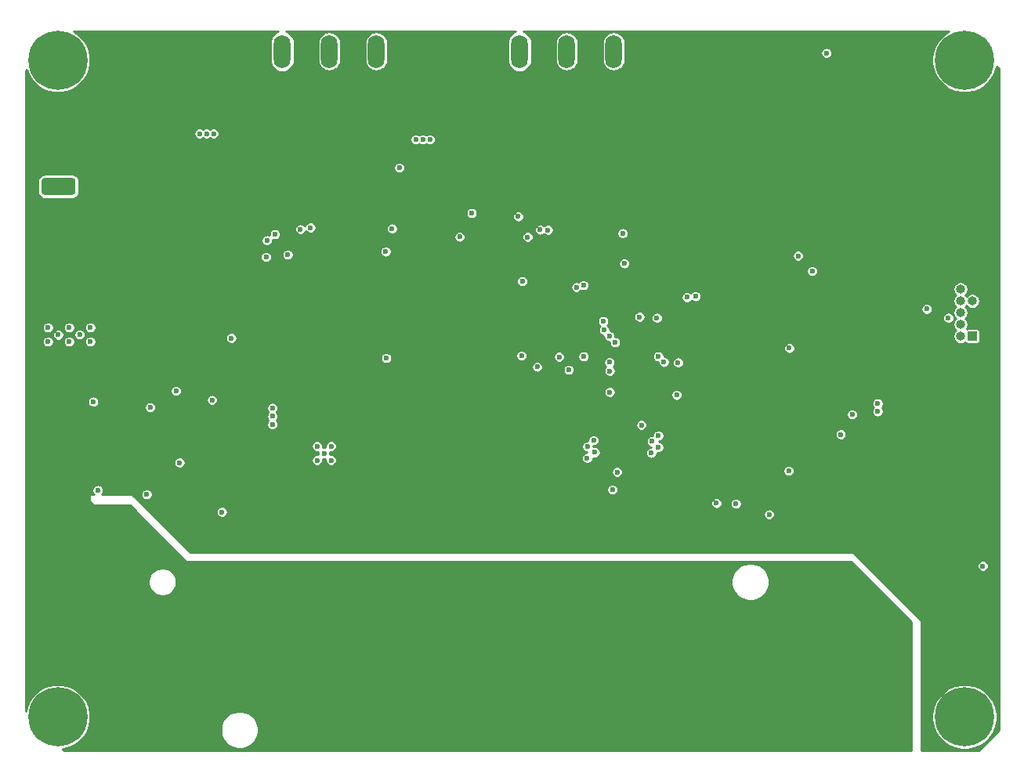
<source format=gbr>
%TF.GenerationSoftware,KiCad,Pcbnew,5.1.6-c6e7f7d~86~ubuntu18.04.1*%
%TF.CreationDate,2020-05-26T14:20:14+02:00*%
%TF.ProjectId,moeder_milda_v01,6d6f6564-6572-45f6-9d69-6c64615f7630,rev?*%
%TF.SameCoordinates,Original*%
%TF.FileFunction,Copper,L2,Inr*%
%TF.FilePolarity,Positive*%
%FSLAX46Y46*%
G04 Gerber Fmt 4.6, Leading zero omitted, Abs format (unit mm)*
G04 Created by KiCad (PCBNEW 5.1.6-c6e7f7d~86~ubuntu18.04.1) date 2020-05-26 14:20:14*
%MOMM*%
%LPD*%
G01*
G04 APERTURE LIST*
%TA.AperFunction,ViaPad*%
%ADD10C,0.800000*%
%TD*%
%TA.AperFunction,ViaPad*%
%ADD11C,6.400000*%
%TD*%
%TA.AperFunction,ViaPad*%
%ADD12C,0.970000*%
%TD*%
%TA.AperFunction,ViaPad*%
%ADD13O,1.000000X1.000000*%
%TD*%
%TA.AperFunction,ViaPad*%
%ADD14R,1.000000X1.000000*%
%TD*%
%TA.AperFunction,ViaPad*%
%ADD15O,1.800000X3.600000*%
%TD*%
%TA.AperFunction,ViaPad*%
%ADD16O,3.600000X1.800000*%
%TD*%
%TA.AperFunction,ViaPad*%
%ADD17C,0.600000*%
%TD*%
%TA.AperFunction,Conductor*%
%ADD18C,0.254000*%
%TD*%
G04 APERTURE END LIST*
D10*
%TO.N,N/C*%
%TO.C,H4*%
X136697056Y-90302944D03*
X135000000Y-89600000D03*
X133302944Y-90302944D03*
X132600000Y-92000000D03*
X133302944Y-93697056D03*
X135000000Y-94400000D03*
X136697056Y-93697056D03*
X137400000Y-92000000D03*
D11*
X135000000Y-92000000D03*
%TD*%
D10*
%TO.N,N/C*%
%TO.C,H3*%
X136697056Y-19302944D03*
X135000000Y-18600000D03*
X133302944Y-19302944D03*
X132600000Y-21000000D03*
X133302944Y-22697056D03*
X135000000Y-23400000D03*
X136697056Y-22697056D03*
X137400000Y-21000000D03*
D11*
X135000000Y-21000000D03*
%TD*%
D10*
%TO.N,N/C*%
%TO.C,H2*%
X38697056Y-90302944D03*
X37000000Y-89600000D03*
X35302944Y-90302944D03*
X34600000Y-92000000D03*
X35302944Y-93697056D03*
X37000000Y-94400000D03*
X38697056Y-93697056D03*
X39400000Y-92000000D03*
D11*
X37000000Y-92000000D03*
%TD*%
D10*
%TO.N,N/C*%
%TO.C,H1*%
X38697056Y-19302944D03*
X37000000Y-18600000D03*
X35302944Y-19302944D03*
X34600000Y-21000000D03*
X35302944Y-22697056D03*
X37000000Y-23400000D03*
X38697056Y-22697056D03*
X39400000Y-21000000D03*
D11*
X37000000Y-21000000D03*
%TD*%
D12*
%TO.N,GND*%
%TO.C,AE1*%
X132087200Y-36079200D03*
X132087200Y-27319200D03*
%TD*%
D13*
%TO.N,/MCU/RST*%
%TO.C,J2*%
X134569200Y-45770800D03*
%TO.N,GND*%
X135839200Y-45770800D03*
%TO.N,/MCU/J_TDI*%
X134569200Y-47040800D03*
%TO.N,N/C*%
X135839200Y-47040800D03*
%TO.N,/MCU/J_TDO*%
X134569200Y-48310800D03*
%TO.N,GND*%
X135839200Y-48310800D03*
%TO.N,/MCU/J_TCK*%
X134569200Y-49580800D03*
%TO.N,GND*%
X135839200Y-49580800D03*
%TO.N,/MCU/J_TMS*%
X134569200Y-50850800D03*
D14*
%TO.N,N/C*%
X135839200Y-50850800D03*
%TD*%
%TO.N,GND*%
%TO.C,J3*%
%TA.AperFunction,ViaPad*%
G36*
G01*
X77404800Y-18516000D02*
X77404800Y-21616000D01*
G75*
G02*
X77154800Y-21866000I-250000J0D01*
G01*
X75854800Y-21866000D01*
G75*
G02*
X75604800Y-21616000I0J250000D01*
G01*
X75604800Y-18516000D01*
G75*
G02*
X75854800Y-18266000I250000J0D01*
G01*
X77154800Y-18266000D01*
G75*
G02*
X77404800Y-18516000I0J-250000D01*
G01*
G37*
%TD.AperFunction*%
D15*
%TO.N,/CAN/CAN1_N*%
X71424800Y-20066000D03*
%TO.N,/CAN/CAN1_P*%
X66344800Y-20066000D03*
%TO.N,VBUS_CAN1*%
X61264800Y-20066000D03*
%TD*%
%TO.N,VBUS_CAN2*%
%TO.C,J4*%
X86918800Y-20066000D03*
%TO.N,/CAN/CAN2_P*%
X91998800Y-20066000D03*
%TO.N,/CAN/CAN2_N*%
X97078800Y-20066000D03*
%TO.N,GND*%
%TA.AperFunction,ViaPad*%
G36*
G01*
X103058800Y-18516000D02*
X103058800Y-21616000D01*
G75*
G02*
X102808800Y-21866000I-250000J0D01*
G01*
X101508800Y-21866000D01*
G75*
G02*
X101258800Y-21616000I0J250000D01*
G01*
X101258800Y-18516000D01*
G75*
G02*
X101508800Y-18266000I250000J0D01*
G01*
X102808800Y-18266000D01*
G75*
G02*
X103058800Y-18516000I0J-250000D01*
G01*
G37*
%TD.AperFunction*%
%TD*%
D16*
%TO.N,GND*%
%TO.C,J5*%
X37084000Y-29591000D03*
%TO.N,Net-(C25-Pad1)*%
%TA.AperFunction,ViaPad*%
G36*
G01*
X38634000Y-35571000D02*
X35534000Y-35571000D01*
G75*
G02*
X35284000Y-35321000I0J250000D01*
G01*
X35284000Y-34021000D01*
G75*
G02*
X35534000Y-33771000I250000J0D01*
G01*
X38634000Y-33771000D01*
G75*
G02*
X38884000Y-34021000I0J-250000D01*
G01*
X38884000Y-35321000D01*
G75*
G02*
X38634000Y-35571000I-250000J0D01*
G01*
G37*
%TD.AperFunction*%
%TD*%
D10*
%TO.N,GND*%
X134264400Y-35153600D03*
X136347200Y-35153600D03*
X136347200Y-36068000D03*
X134264400Y-36982400D03*
X135331200Y-36068000D03*
X134264400Y-36068000D03*
X136347200Y-36982400D03*
X135331200Y-36982400D03*
X135331200Y-35153600D03*
X136398000Y-28295600D03*
X135382000Y-28295600D03*
X134315200Y-28295600D03*
X136398000Y-27381200D03*
X135382000Y-27381200D03*
X134315200Y-27381200D03*
X136398000Y-26466800D03*
X135382000Y-26466800D03*
X134315200Y-26466800D03*
D17*
X68884800Y-25146000D03*
X68884800Y-31496000D03*
X68122800Y-43434000D03*
X107746800Y-72771000D03*
X97586800Y-68961000D03*
X64312800Y-35814000D03*
X94792800Y-24638000D03*
X94792800Y-31496000D03*
X94030800Y-43434000D03*
X90728800Y-35814000D03*
X119557800Y-51435000D03*
X119684800Y-53340000D03*
X109524800Y-73025000D03*
X111175800Y-73025000D03*
X112953800Y-73025000D03*
X101523800Y-44704000D03*
X99618800Y-44704000D03*
X100507800Y-52451000D03*
X109905800Y-67691000D03*
X104571800Y-68199000D03*
X114731800Y-73025000D03*
X115112800Y-63545000D03*
X137972800Y-69532500D03*
X137972800Y-71564500D03*
X137972800Y-73660000D03*
X97586800Y-44704000D03*
X103428800Y-44704000D03*
X125717300Y-20193000D03*
X127812800Y-39878000D03*
X114414300Y-39878000D03*
X77965300Y-51625500D03*
X75742800Y-51625500D03*
X88887300Y-48641000D03*
X80187800Y-51054000D03*
X88379300Y-57404000D03*
X87871300Y-61531500D03*
X89712800Y-61531500D03*
X77774800Y-59753500D03*
X75742800Y-59880500D03*
X84632800Y-52768500D03*
X95751442Y-64580645D03*
X92506800Y-65659000D03*
X92506800Y-67437000D03*
X89966800Y-53086000D03*
X128447800Y-82423000D03*
X128511300Y-88201500D03*
X128511300Y-86169500D03*
X128511300Y-84264500D03*
X137807700Y-54914800D03*
X131521200Y-67259200D03*
X132791200Y-67564000D03*
X132448300Y-87045800D03*
X129273300Y-80086200D03*
X120142000Y-65328800D03*
X79400400Y-59334400D03*
X119786400Y-50293020D03*
X59588400Y-35255200D03*
X65532000Y-29464000D03*
X91186000Y-29527500D03*
X55245000Y-54610000D03*
X55245000Y-58166000D03*
X42418000Y-54737000D03*
X42418000Y-58293000D03*
X54483000Y-72898000D03*
X54864000Y-72136000D03*
X63246000Y-68326000D03*
X59181668Y-65913332D03*
X58674000Y-72136000D03*
X52705000Y-70104000D03*
X67056000Y-57277000D03*
X49657000Y-43180000D03*
X56007000Y-40894000D03*
X60452000Y-38608000D03*
X50927000Y-34925000D03*
X50165000Y-34925000D03*
X49403000Y-34925000D03*
X48514000Y-69342000D03*
X76479400Y-35687000D03*
X86588600Y-39166800D03*
X85648800Y-35229800D03*
X132461000Y-75755500D03*
X40894000Y-69850000D03*
X40894000Y-70612000D03*
X40894000Y-71374000D03*
X40640000Y-62865000D03*
X40640000Y-63627000D03*
X39878000Y-62865000D03*
X39941500Y-69024500D03*
X133159500Y-61849000D03*
X133985000Y-60071000D03*
X123380500Y-19304000D03*
%TO.N,PRI_HI*%
X116065300Y-52133500D03*
X110286800Y-68961000D03*
X108191300Y-68897500D03*
X96951800Y-67437000D03*
X120079800Y-20242500D03*
X88823800Y-54165500D03*
X72504300Y-53213000D03*
X97459800Y-65532000D03*
X99872800Y-48768000D03*
X113879600Y-70118000D03*
X116001800Y-65405000D03*
X61849000Y-42037000D03*
X59512200Y-42291000D03*
X80441800Y-40106600D03*
X87782400Y-40132000D03*
X87198200Y-44907200D03*
X65024000Y-62738000D03*
X66548000Y-62738000D03*
X65786000Y-63500000D03*
X65024000Y-64262000D03*
X66548000Y-64262000D03*
%TO.N,/MCU/RST*%
X95961200Y-49225200D03*
X136969500Y-75692000D03*
%TO.N,+3V3*%
X64312800Y-39116000D03*
X89966800Y-39370000D03*
X53685440Y-57749440D03*
X60198000Y-59499500D03*
X60198000Y-60388500D03*
X60198000Y-58610500D03*
X89128600Y-39344600D03*
X63220600Y-39293800D03*
X91186000Y-53086000D03*
%TO.N,+12V*%
X35941000Y-49911000D03*
X35941000Y-51435000D03*
X37058600Y-50698400D03*
X38227000Y-49911000D03*
X38227000Y-51435000D03*
X40513000Y-49911000D03*
X40513000Y-51435000D03*
X39370000Y-50673000D03*
X52324000Y-28956000D03*
X53086000Y-28956000D03*
X53848000Y-28956000D03*
X75692000Y-29591000D03*
X76454000Y-29591000D03*
X77216000Y-29591000D03*
X87122000Y-52959000D03*
X73914000Y-32639000D03*
%TO.N,+5V*%
X40845740Y-57927240D03*
X46992540Y-58536840D03*
X49784000Y-56769000D03*
X55753000Y-51054000D03*
%TO.N,/Power/MOS_G*%
X54737000Y-69850000D03*
X50165000Y-64516000D03*
%TO.N,/MCU/J_TMS*%
X101752400Y-48869600D03*
X130911600Y-47904400D03*
%TO.N,/MCU/J_TCK*%
X97231200Y-51511200D03*
%TO.N,/MCU/J_TDO*%
X96063820Y-50190400D03*
%TO.N,/MCU/J_TDI*%
X96621600Y-50850800D03*
X133248400Y-48869600D03*
%TO.N,/MCU/USB_FT*%
X103886000Y-57200800D03*
X121615200Y-61468000D03*
X100076000Y-60452000D03*
%TO.N,/MCU/USB_LED*%
X122859800Y-59309000D03*
X104038400Y-53695600D03*
%TO.N,BAT_CHG*%
X46609000Y-67945000D03*
X96647000Y-56896000D03*
X41338500Y-67500500D03*
%TO.N,M_12V*%
X101206300Y-62220000D03*
X94233804Y-62781501D03*
%TO.N,M_5V0*%
X95046800Y-63406501D03*
X101904800Y-62845000D03*
%TO.N,M_3V3*%
X94919800Y-62103000D03*
X101904800Y-61595000D03*
%TO.N,M_TMP*%
X101142800Y-63470000D03*
X94221300Y-64031501D03*
%TO.N,RFM_MISO*%
X118541800Y-43815000D03*
X117017800Y-42164000D03*
%TO.N,CAN1_STB*%
X93049108Y-45558692D03*
X105003600Y-46634400D03*
%TO.N,/MCU/USB_N*%
X125603000Y-58972000D03*
X102501033Y-53642227D03*
%TO.N,/MCU/USB_P*%
X125603000Y-58122000D03*
X101899991Y-53041185D03*
%TO.N,CAN1_FLGB*%
X92227400Y-54483000D03*
X96647000Y-54610000D03*
%TO.N,CAN1_DIS*%
X60477400Y-39827200D03*
X73126600Y-39217600D03*
X93827600Y-45339000D03*
X105943400Y-46532800D03*
%TO.N,CAN1_PGD*%
X96621600Y-53670200D03*
X93827600Y-53035200D03*
X72440800Y-41706800D03*
X59613800Y-40487600D03*
%TO.N,CAN2_DIS*%
X98066842Y-39728158D03*
X81737200Y-37541200D03*
%TO.N,CAN2_PGD*%
X98234500Y-42989500D03*
X86766400Y-37909499D03*
%TD*%
D18*
%TO.N,GND*%
G36*
X60754523Y-17934081D02*
G01*
X60523993Y-18057302D01*
X60321931Y-18223130D01*
X60156103Y-18425192D01*
X60032882Y-18655722D01*
X59957002Y-18905863D01*
X59937800Y-19100816D01*
X59937800Y-21031183D01*
X59957001Y-21226136D01*
X60032881Y-21476277D01*
X60156102Y-21706807D01*
X60321930Y-21908870D01*
X60523992Y-22074698D01*
X60754522Y-22197919D01*
X61004663Y-22273799D01*
X61264800Y-22299420D01*
X61524936Y-22273799D01*
X61775077Y-22197919D01*
X62005607Y-22074698D01*
X62207670Y-21908870D01*
X62373498Y-21706808D01*
X62496719Y-21476278D01*
X62572599Y-21226137D01*
X62591800Y-21031184D01*
X62591800Y-19105732D01*
X65117800Y-19105732D01*
X65117800Y-21026267D01*
X65135555Y-21206533D01*
X65205716Y-21437823D01*
X65319651Y-21650982D01*
X65472983Y-21837817D01*
X65659817Y-21991149D01*
X65872976Y-22105084D01*
X66104266Y-22175245D01*
X66344800Y-22198936D01*
X66585333Y-22175245D01*
X66816623Y-22105084D01*
X67029782Y-21991149D01*
X67216617Y-21837817D01*
X67369949Y-21650983D01*
X67483884Y-21437824D01*
X67554045Y-21206534D01*
X67571800Y-21026268D01*
X67571800Y-19105732D01*
X70197800Y-19105732D01*
X70197800Y-21026267D01*
X70215555Y-21206533D01*
X70285716Y-21437823D01*
X70399651Y-21650982D01*
X70552983Y-21837817D01*
X70739817Y-21991149D01*
X70952976Y-22105084D01*
X71184266Y-22175245D01*
X71424800Y-22198936D01*
X71665333Y-22175245D01*
X71896623Y-22105084D01*
X72109782Y-21991149D01*
X72296617Y-21837817D01*
X72449949Y-21650983D01*
X72563884Y-21437824D01*
X72634045Y-21206534D01*
X72651800Y-21026268D01*
X72651800Y-19105732D01*
X72634045Y-18925466D01*
X72563884Y-18694176D01*
X72449949Y-18481017D01*
X72296617Y-18294183D01*
X72109783Y-18140851D01*
X71896624Y-18026916D01*
X71665334Y-17956755D01*
X71424800Y-17933064D01*
X71184267Y-17956755D01*
X70952977Y-18026916D01*
X70739818Y-18140851D01*
X70552984Y-18294183D01*
X70399652Y-18481017D01*
X70285717Y-18694176D01*
X70215556Y-18925466D01*
X70197800Y-19105732D01*
X67571800Y-19105732D01*
X67554045Y-18925466D01*
X67483884Y-18694176D01*
X67369949Y-18481017D01*
X67216617Y-18294183D01*
X67029783Y-18140851D01*
X66816624Y-18026916D01*
X66585334Y-17956755D01*
X66344800Y-17933064D01*
X66104267Y-17956755D01*
X65872977Y-18026916D01*
X65659818Y-18140851D01*
X65472984Y-18294183D01*
X65319652Y-18481017D01*
X65205717Y-18694176D01*
X65135556Y-18925466D01*
X65117800Y-19105732D01*
X62591800Y-19105732D01*
X62591800Y-19100816D01*
X62572599Y-18905863D01*
X62496719Y-18655722D01*
X62373498Y-18425192D01*
X62207670Y-18223130D01*
X62005608Y-18057302D01*
X61775078Y-17934081D01*
X61685805Y-17907000D01*
X86497796Y-17907000D01*
X86408523Y-17934081D01*
X86177993Y-18057302D01*
X85975931Y-18223130D01*
X85810103Y-18425192D01*
X85686882Y-18655722D01*
X85611002Y-18905863D01*
X85591800Y-19100816D01*
X85591800Y-21031183D01*
X85611001Y-21226136D01*
X85686881Y-21476277D01*
X85810102Y-21706807D01*
X85975930Y-21908870D01*
X86177992Y-22074698D01*
X86408522Y-22197919D01*
X86658663Y-22273799D01*
X86918800Y-22299420D01*
X87178936Y-22273799D01*
X87429077Y-22197919D01*
X87659607Y-22074698D01*
X87861670Y-21908870D01*
X88027498Y-21706808D01*
X88150719Y-21476278D01*
X88226599Y-21226137D01*
X88245800Y-21031184D01*
X88245800Y-19105732D01*
X90771800Y-19105732D01*
X90771800Y-21026267D01*
X90789555Y-21206533D01*
X90859716Y-21437823D01*
X90973651Y-21650982D01*
X91126983Y-21837817D01*
X91313817Y-21991149D01*
X91526976Y-22105084D01*
X91758266Y-22175245D01*
X91998800Y-22198936D01*
X92239333Y-22175245D01*
X92470623Y-22105084D01*
X92683782Y-21991149D01*
X92870617Y-21837817D01*
X93023949Y-21650983D01*
X93137884Y-21437824D01*
X93208045Y-21206534D01*
X93225800Y-21026268D01*
X93225800Y-19105732D01*
X95851800Y-19105732D01*
X95851800Y-21026267D01*
X95869555Y-21206533D01*
X95939716Y-21437823D01*
X96053651Y-21650982D01*
X96206983Y-21837817D01*
X96393817Y-21991149D01*
X96606976Y-22105084D01*
X96838266Y-22175245D01*
X97078800Y-22198936D01*
X97319333Y-22175245D01*
X97550623Y-22105084D01*
X97763782Y-21991149D01*
X97950617Y-21837817D01*
X98103949Y-21650983D01*
X98217884Y-21437824D01*
X98288045Y-21206534D01*
X98305800Y-21026268D01*
X98305800Y-20180746D01*
X119452800Y-20180746D01*
X119452800Y-20304254D01*
X119476895Y-20425389D01*
X119524160Y-20539496D01*
X119592777Y-20642189D01*
X119680111Y-20729523D01*
X119782804Y-20798140D01*
X119896911Y-20845405D01*
X120018046Y-20869500D01*
X120141554Y-20869500D01*
X120262689Y-20845405D01*
X120376796Y-20798140D01*
X120479489Y-20729523D01*
X120566823Y-20642189D01*
X120635440Y-20539496D01*
X120682705Y-20425389D01*
X120706800Y-20304254D01*
X120706800Y-20180746D01*
X120682705Y-20059611D01*
X120635440Y-19945504D01*
X120566823Y-19842811D01*
X120479489Y-19755477D01*
X120376796Y-19686860D01*
X120262689Y-19639595D01*
X120141554Y-19615500D01*
X120018046Y-19615500D01*
X119896911Y-19639595D01*
X119782804Y-19686860D01*
X119680111Y-19755477D01*
X119592777Y-19842811D01*
X119524160Y-19945504D01*
X119476895Y-20059611D01*
X119452800Y-20180746D01*
X98305800Y-20180746D01*
X98305800Y-19105732D01*
X98288045Y-18925466D01*
X98217884Y-18694176D01*
X98103949Y-18481017D01*
X97950617Y-18294183D01*
X97763783Y-18140851D01*
X97550624Y-18026916D01*
X97319334Y-17956755D01*
X97078800Y-17933064D01*
X96838267Y-17956755D01*
X96606977Y-18026916D01*
X96393818Y-18140851D01*
X96206984Y-18294183D01*
X96053652Y-18481017D01*
X95939717Y-18694176D01*
X95869556Y-18925466D01*
X95851800Y-19105732D01*
X93225800Y-19105732D01*
X93208045Y-18925466D01*
X93137884Y-18694176D01*
X93023949Y-18481017D01*
X92870617Y-18294183D01*
X92683783Y-18140851D01*
X92470624Y-18026916D01*
X92239334Y-17956755D01*
X91998800Y-17933064D01*
X91758267Y-17956755D01*
X91526977Y-18026916D01*
X91313818Y-18140851D01*
X91126984Y-18294183D01*
X90973652Y-18481017D01*
X90859717Y-18694176D01*
X90789556Y-18925466D01*
X90771800Y-19105732D01*
X88245800Y-19105732D01*
X88245800Y-19100816D01*
X88226599Y-18905863D01*
X88150719Y-18655722D01*
X88027498Y-18425192D01*
X87861670Y-18223130D01*
X87659608Y-18057302D01*
X87429078Y-17934081D01*
X87339805Y-17907000D01*
X133280569Y-17907000D01*
X132751668Y-18260400D01*
X132260400Y-18751668D01*
X131874413Y-19329339D01*
X131608540Y-19971212D01*
X131473000Y-20652621D01*
X131473000Y-21347379D01*
X131608540Y-22028788D01*
X131874413Y-22670661D01*
X132260400Y-23248332D01*
X132751668Y-23739600D01*
X133329339Y-24125587D01*
X133971212Y-24391460D01*
X134652621Y-24527000D01*
X135347379Y-24527000D01*
X136028788Y-24391460D01*
X136670661Y-24125587D01*
X137248332Y-23739600D01*
X137739600Y-23248332D01*
X138125587Y-22670661D01*
X138391460Y-22028788D01*
X138461926Y-21674532D01*
X138684000Y-21896606D01*
X138684000Y-93419394D01*
X136472394Y-95631000D01*
X130365500Y-95631000D01*
X130365500Y-91652621D01*
X131473000Y-91652621D01*
X131473000Y-92347379D01*
X131608540Y-93028788D01*
X131874413Y-93670661D01*
X132260400Y-94248332D01*
X132751668Y-94739600D01*
X133329339Y-95125587D01*
X133971212Y-95391460D01*
X134652621Y-95527000D01*
X135347379Y-95527000D01*
X136028788Y-95391460D01*
X136670661Y-95125587D01*
X137248332Y-94739600D01*
X137739600Y-94248332D01*
X138125587Y-93670661D01*
X138391460Y-93028788D01*
X138527000Y-92347379D01*
X138527000Y-91652621D01*
X138391460Y-90971212D01*
X138125587Y-90329339D01*
X137739600Y-89751668D01*
X137248332Y-89260400D01*
X136670661Y-88874413D01*
X136028788Y-88608540D01*
X135347379Y-88473000D01*
X134652621Y-88473000D01*
X133971212Y-88608540D01*
X133329339Y-88874413D01*
X132751668Y-89260400D01*
X132260400Y-89751668D01*
X131874413Y-90329339D01*
X131608540Y-90971212D01*
X131473000Y-91652621D01*
X130365500Y-91652621D01*
X130365500Y-81661000D01*
X130363060Y-81636224D01*
X130355833Y-81612399D01*
X130344097Y-81590443D01*
X130328303Y-81571197D01*
X124387352Y-75630246D01*
X136342500Y-75630246D01*
X136342500Y-75753754D01*
X136366595Y-75874889D01*
X136413860Y-75988996D01*
X136482477Y-76091689D01*
X136569811Y-76179023D01*
X136672504Y-76247640D01*
X136786611Y-76294905D01*
X136907746Y-76319000D01*
X137031254Y-76319000D01*
X137152389Y-76294905D01*
X137266496Y-76247640D01*
X137369189Y-76179023D01*
X137456523Y-76091689D01*
X137525140Y-75988996D01*
X137572405Y-75874889D01*
X137596500Y-75753754D01*
X137596500Y-75630246D01*
X137572405Y-75509111D01*
X137525140Y-75395004D01*
X137456523Y-75292311D01*
X137369189Y-75204977D01*
X137266496Y-75136360D01*
X137152389Y-75089095D01*
X137031254Y-75065000D01*
X136907746Y-75065000D01*
X136786611Y-75089095D01*
X136672504Y-75136360D01*
X136569811Y-75204977D01*
X136482477Y-75292311D01*
X136413860Y-75395004D01*
X136366595Y-75509111D01*
X136342500Y-75630246D01*
X124387352Y-75630246D01*
X122962303Y-74205197D01*
X122943057Y-74189403D01*
X122921101Y-74177667D01*
X122897276Y-74170440D01*
X122872500Y-74168000D01*
X51297106Y-74168000D01*
X46917352Y-69788246D01*
X54110000Y-69788246D01*
X54110000Y-69911754D01*
X54134095Y-70032889D01*
X54181360Y-70146996D01*
X54249977Y-70249689D01*
X54337311Y-70337023D01*
X54440004Y-70405640D01*
X54554111Y-70452905D01*
X54675246Y-70477000D01*
X54798754Y-70477000D01*
X54919889Y-70452905D01*
X55033996Y-70405640D01*
X55136689Y-70337023D01*
X55224023Y-70249689D01*
X55292640Y-70146996D01*
X55330230Y-70056246D01*
X113252600Y-70056246D01*
X113252600Y-70179754D01*
X113276695Y-70300889D01*
X113323960Y-70414996D01*
X113392577Y-70517689D01*
X113479911Y-70605023D01*
X113582604Y-70673640D01*
X113696711Y-70720905D01*
X113817846Y-70745000D01*
X113941354Y-70745000D01*
X114062489Y-70720905D01*
X114176596Y-70673640D01*
X114279289Y-70605023D01*
X114366623Y-70517689D01*
X114435240Y-70414996D01*
X114482505Y-70300889D01*
X114506600Y-70179754D01*
X114506600Y-70056246D01*
X114482505Y-69935111D01*
X114435240Y-69821004D01*
X114366623Y-69718311D01*
X114279289Y-69630977D01*
X114176596Y-69562360D01*
X114062489Y-69515095D01*
X113941354Y-69491000D01*
X113817846Y-69491000D01*
X113696711Y-69515095D01*
X113582604Y-69562360D01*
X113479911Y-69630977D01*
X113392577Y-69718311D01*
X113323960Y-69821004D01*
X113276695Y-69935111D01*
X113252600Y-70056246D01*
X55330230Y-70056246D01*
X55339905Y-70032889D01*
X55364000Y-69911754D01*
X55364000Y-69788246D01*
X55339905Y-69667111D01*
X55292640Y-69553004D01*
X55224023Y-69450311D01*
X55136689Y-69362977D01*
X55033996Y-69294360D01*
X54919889Y-69247095D01*
X54798754Y-69223000D01*
X54675246Y-69223000D01*
X54554111Y-69247095D01*
X54440004Y-69294360D01*
X54337311Y-69362977D01*
X54249977Y-69450311D01*
X54181360Y-69553004D01*
X54134095Y-69667111D01*
X54110000Y-69788246D01*
X46917352Y-69788246D01*
X45964852Y-68835746D01*
X107564300Y-68835746D01*
X107564300Y-68959254D01*
X107588395Y-69080389D01*
X107635660Y-69194496D01*
X107704277Y-69297189D01*
X107791611Y-69384523D01*
X107894304Y-69453140D01*
X108008411Y-69500405D01*
X108129546Y-69524500D01*
X108253054Y-69524500D01*
X108374189Y-69500405D01*
X108488296Y-69453140D01*
X108590989Y-69384523D01*
X108678323Y-69297189D01*
X108746940Y-69194496D01*
X108794205Y-69080389D01*
X108818300Y-68959254D01*
X108818300Y-68899246D01*
X109659800Y-68899246D01*
X109659800Y-69022754D01*
X109683895Y-69143889D01*
X109731160Y-69257996D01*
X109799777Y-69360689D01*
X109887111Y-69448023D01*
X109989804Y-69516640D01*
X110103911Y-69563905D01*
X110225046Y-69588000D01*
X110348554Y-69588000D01*
X110469689Y-69563905D01*
X110583796Y-69516640D01*
X110686489Y-69448023D01*
X110773823Y-69360689D01*
X110842440Y-69257996D01*
X110889705Y-69143889D01*
X110913800Y-69022754D01*
X110913800Y-68899246D01*
X110889705Y-68778111D01*
X110842440Y-68664004D01*
X110773823Y-68561311D01*
X110686489Y-68473977D01*
X110583796Y-68405360D01*
X110469689Y-68358095D01*
X110348554Y-68334000D01*
X110225046Y-68334000D01*
X110103911Y-68358095D01*
X109989804Y-68405360D01*
X109887111Y-68473977D01*
X109799777Y-68561311D01*
X109731160Y-68664004D01*
X109683895Y-68778111D01*
X109659800Y-68899246D01*
X108818300Y-68899246D01*
X108818300Y-68835746D01*
X108794205Y-68714611D01*
X108746940Y-68600504D01*
X108678323Y-68497811D01*
X108590989Y-68410477D01*
X108488296Y-68341860D01*
X108374189Y-68294595D01*
X108253054Y-68270500D01*
X108129546Y-68270500D01*
X108008411Y-68294595D01*
X107894304Y-68341860D01*
X107791611Y-68410477D01*
X107704277Y-68497811D01*
X107635660Y-68600504D01*
X107588395Y-68714611D01*
X107564300Y-68835746D01*
X45964852Y-68835746D01*
X45111303Y-67982197D01*
X45092057Y-67966403D01*
X45070101Y-67954667D01*
X45046276Y-67947440D01*
X45021500Y-67945000D01*
X41780712Y-67945000D01*
X41825523Y-67900189D01*
X41836843Y-67883246D01*
X45982000Y-67883246D01*
X45982000Y-68006754D01*
X46006095Y-68127889D01*
X46053360Y-68241996D01*
X46121977Y-68344689D01*
X46209311Y-68432023D01*
X46312004Y-68500640D01*
X46426111Y-68547905D01*
X46547246Y-68572000D01*
X46670754Y-68572000D01*
X46791889Y-68547905D01*
X46905996Y-68500640D01*
X47008689Y-68432023D01*
X47096023Y-68344689D01*
X47164640Y-68241996D01*
X47211905Y-68127889D01*
X47236000Y-68006754D01*
X47236000Y-67883246D01*
X47211905Y-67762111D01*
X47164640Y-67648004D01*
X47096023Y-67545311D01*
X47008689Y-67457977D01*
X46905996Y-67389360D01*
X46871923Y-67375246D01*
X96324800Y-67375246D01*
X96324800Y-67498754D01*
X96348895Y-67619889D01*
X96396160Y-67733996D01*
X96464777Y-67836689D01*
X96552111Y-67924023D01*
X96654804Y-67992640D01*
X96768911Y-68039905D01*
X96890046Y-68064000D01*
X97013554Y-68064000D01*
X97134689Y-68039905D01*
X97248796Y-67992640D01*
X97351489Y-67924023D01*
X97438823Y-67836689D01*
X97507440Y-67733996D01*
X97554705Y-67619889D01*
X97578800Y-67498754D01*
X97578800Y-67375246D01*
X97554705Y-67254111D01*
X97507440Y-67140004D01*
X97438823Y-67037311D01*
X97351489Y-66949977D01*
X97248796Y-66881360D01*
X97134689Y-66834095D01*
X97013554Y-66810000D01*
X96890046Y-66810000D01*
X96768911Y-66834095D01*
X96654804Y-66881360D01*
X96552111Y-66949977D01*
X96464777Y-67037311D01*
X96396160Y-67140004D01*
X96348895Y-67254111D01*
X96324800Y-67375246D01*
X46871923Y-67375246D01*
X46791889Y-67342095D01*
X46670754Y-67318000D01*
X46547246Y-67318000D01*
X46426111Y-67342095D01*
X46312004Y-67389360D01*
X46209311Y-67457977D01*
X46121977Y-67545311D01*
X46053360Y-67648004D01*
X46006095Y-67762111D01*
X45982000Y-67883246D01*
X41836843Y-67883246D01*
X41894140Y-67797496D01*
X41941405Y-67683389D01*
X41965500Y-67562254D01*
X41965500Y-67438746D01*
X41941405Y-67317611D01*
X41894140Y-67203504D01*
X41825523Y-67100811D01*
X41738189Y-67013477D01*
X41635496Y-66944860D01*
X41521389Y-66897595D01*
X41400254Y-66873500D01*
X41276746Y-66873500D01*
X41155611Y-66897595D01*
X41041504Y-66944860D01*
X40938811Y-67013477D01*
X40851477Y-67100811D01*
X40782860Y-67203504D01*
X40735595Y-67317611D01*
X40711500Y-67438746D01*
X40711500Y-67562254D01*
X40735595Y-67683389D01*
X40782860Y-67797496D01*
X40851477Y-67900189D01*
X40896288Y-67945000D01*
X40513000Y-67945000D01*
X40488224Y-67947440D01*
X40464399Y-67954667D01*
X40442443Y-67966403D01*
X40423197Y-67982197D01*
X40407403Y-68001443D01*
X40395667Y-68023399D01*
X40388440Y-68047224D01*
X40386000Y-68072000D01*
X40386000Y-68643500D01*
X40388440Y-68668276D01*
X40395667Y-68692101D01*
X40407403Y-68714057D01*
X40423197Y-68733303D01*
X40804197Y-69114303D01*
X40823443Y-69130097D01*
X40845399Y-69141833D01*
X40869224Y-69149060D01*
X40894000Y-69151500D01*
X44778394Y-69151500D01*
X50773697Y-75146803D01*
X50792943Y-75162597D01*
X50814899Y-75174333D01*
X50838724Y-75181560D01*
X50863500Y-75184000D01*
X122692894Y-75184000D01*
X129222500Y-81713606D01*
X129222500Y-95631000D01*
X37644606Y-95631000D01*
X37508548Y-95494942D01*
X38028788Y-95391460D01*
X38670661Y-95125587D01*
X39248332Y-94739600D01*
X39739600Y-94248332D01*
X40125587Y-93670661D01*
X40318306Y-93205396D01*
X54599800Y-93205396D01*
X54599800Y-93609604D01*
X54678657Y-94006046D01*
X54833341Y-94379487D01*
X55057907Y-94715574D01*
X55343726Y-95001393D01*
X55679813Y-95225959D01*
X56053254Y-95380643D01*
X56449696Y-95459500D01*
X56853904Y-95459500D01*
X57250346Y-95380643D01*
X57623787Y-95225959D01*
X57959874Y-95001393D01*
X58245693Y-94715574D01*
X58470259Y-94379487D01*
X58624943Y-94006046D01*
X58703800Y-93609604D01*
X58703800Y-93205396D01*
X58624943Y-92808954D01*
X58470259Y-92435513D01*
X58245693Y-92099426D01*
X57959874Y-91813607D01*
X57623787Y-91589041D01*
X57250346Y-91434357D01*
X56853904Y-91355500D01*
X56449696Y-91355500D01*
X56053254Y-91434357D01*
X55679813Y-91589041D01*
X55343726Y-91813607D01*
X55057907Y-92099426D01*
X54833341Y-92435513D01*
X54678657Y-92808954D01*
X54599800Y-93205396D01*
X40318306Y-93205396D01*
X40391460Y-93028788D01*
X40527000Y-92347379D01*
X40527000Y-91652621D01*
X40391460Y-90971212D01*
X40125587Y-90329339D01*
X39739600Y-89751668D01*
X39248332Y-89260400D01*
X38670661Y-88874413D01*
X38028788Y-88608540D01*
X37347379Y-88473000D01*
X36652621Y-88473000D01*
X35971212Y-88608540D01*
X35329339Y-88874413D01*
X34751668Y-89260400D01*
X34260400Y-89751668D01*
X33874413Y-90329339D01*
X33608540Y-90971212D01*
X33528000Y-91376116D01*
X33528000Y-77257596D01*
X46799800Y-77257596D01*
X46799800Y-77557404D01*
X46858290Y-77851451D01*
X46973021Y-78128437D01*
X47139586Y-78377718D01*
X47351582Y-78589714D01*
X47600863Y-78756279D01*
X47877849Y-78871010D01*
X48171896Y-78929500D01*
X48471704Y-78929500D01*
X48765751Y-78871010D01*
X49042737Y-78756279D01*
X49292018Y-78589714D01*
X49504014Y-78377718D01*
X49670579Y-78128437D01*
X49785310Y-77851451D01*
X49843800Y-77557404D01*
X49843800Y-77257596D01*
X49833417Y-77205396D01*
X109799800Y-77205396D01*
X109799800Y-77609604D01*
X109878657Y-78006046D01*
X110033341Y-78379487D01*
X110257907Y-78715574D01*
X110543726Y-79001393D01*
X110879813Y-79225959D01*
X111253254Y-79380643D01*
X111649696Y-79459500D01*
X112053904Y-79459500D01*
X112450346Y-79380643D01*
X112823787Y-79225959D01*
X113159874Y-79001393D01*
X113445693Y-78715574D01*
X113670259Y-78379487D01*
X113824943Y-78006046D01*
X113903800Y-77609604D01*
X113903800Y-77205396D01*
X113824943Y-76808954D01*
X113670259Y-76435513D01*
X113445693Y-76099426D01*
X113159874Y-75813607D01*
X112823787Y-75589041D01*
X112450346Y-75434357D01*
X112053904Y-75355500D01*
X111649696Y-75355500D01*
X111253254Y-75434357D01*
X110879813Y-75589041D01*
X110543726Y-75813607D01*
X110257907Y-76099426D01*
X110033341Y-76435513D01*
X109878657Y-76808954D01*
X109799800Y-77205396D01*
X49833417Y-77205396D01*
X49785310Y-76963549D01*
X49670579Y-76686563D01*
X49504014Y-76437282D01*
X49292018Y-76225286D01*
X49042737Y-76058721D01*
X48765751Y-75943990D01*
X48471704Y-75885500D01*
X48171896Y-75885500D01*
X47877849Y-75943990D01*
X47600863Y-76058721D01*
X47351582Y-76225286D01*
X47139586Y-76437282D01*
X46973021Y-76686563D01*
X46858290Y-76963549D01*
X46799800Y-77257596D01*
X33528000Y-77257596D01*
X33528000Y-65470246D01*
X96832800Y-65470246D01*
X96832800Y-65593754D01*
X96856895Y-65714889D01*
X96904160Y-65828996D01*
X96972777Y-65931689D01*
X97060111Y-66019023D01*
X97162804Y-66087640D01*
X97276911Y-66134905D01*
X97398046Y-66159000D01*
X97521554Y-66159000D01*
X97642689Y-66134905D01*
X97756796Y-66087640D01*
X97859489Y-66019023D01*
X97946823Y-65931689D01*
X98015440Y-65828996D01*
X98062705Y-65714889D01*
X98086800Y-65593754D01*
X98086800Y-65470246D01*
X98062705Y-65349111D01*
X98060276Y-65343246D01*
X115374800Y-65343246D01*
X115374800Y-65466754D01*
X115398895Y-65587889D01*
X115446160Y-65701996D01*
X115514777Y-65804689D01*
X115602111Y-65892023D01*
X115704804Y-65960640D01*
X115818911Y-66007905D01*
X115940046Y-66032000D01*
X116063554Y-66032000D01*
X116184689Y-66007905D01*
X116298796Y-65960640D01*
X116401489Y-65892023D01*
X116488823Y-65804689D01*
X116557440Y-65701996D01*
X116604705Y-65587889D01*
X116628800Y-65466754D01*
X116628800Y-65343246D01*
X116604705Y-65222111D01*
X116557440Y-65108004D01*
X116488823Y-65005311D01*
X116401489Y-64917977D01*
X116298796Y-64849360D01*
X116184689Y-64802095D01*
X116063554Y-64778000D01*
X115940046Y-64778000D01*
X115818911Y-64802095D01*
X115704804Y-64849360D01*
X115602111Y-64917977D01*
X115514777Y-65005311D01*
X115446160Y-65108004D01*
X115398895Y-65222111D01*
X115374800Y-65343246D01*
X98060276Y-65343246D01*
X98015440Y-65235004D01*
X97946823Y-65132311D01*
X97859489Y-65044977D01*
X97756796Y-64976360D01*
X97642689Y-64929095D01*
X97521554Y-64905000D01*
X97398046Y-64905000D01*
X97276911Y-64929095D01*
X97162804Y-64976360D01*
X97060111Y-65044977D01*
X96972777Y-65132311D01*
X96904160Y-65235004D01*
X96856895Y-65349111D01*
X96832800Y-65470246D01*
X33528000Y-65470246D01*
X33528000Y-64454246D01*
X49538000Y-64454246D01*
X49538000Y-64577754D01*
X49562095Y-64698889D01*
X49609360Y-64812996D01*
X49677977Y-64915689D01*
X49765311Y-65003023D01*
X49868004Y-65071640D01*
X49982111Y-65118905D01*
X50103246Y-65143000D01*
X50226754Y-65143000D01*
X50347889Y-65118905D01*
X50461996Y-65071640D01*
X50564689Y-65003023D01*
X50652023Y-64915689D01*
X50720640Y-64812996D01*
X50767905Y-64698889D01*
X50792000Y-64577754D01*
X50792000Y-64454246D01*
X50767905Y-64333111D01*
X50720640Y-64219004D01*
X50652023Y-64116311D01*
X50564689Y-64028977D01*
X50461996Y-63960360D01*
X50347889Y-63913095D01*
X50226754Y-63889000D01*
X50103246Y-63889000D01*
X49982111Y-63913095D01*
X49868004Y-63960360D01*
X49765311Y-64028977D01*
X49677977Y-64116311D01*
X49609360Y-64219004D01*
X49562095Y-64333111D01*
X49538000Y-64454246D01*
X33528000Y-64454246D01*
X33528000Y-62676246D01*
X64397000Y-62676246D01*
X64397000Y-62799754D01*
X64421095Y-62920889D01*
X64468360Y-63034996D01*
X64536977Y-63137689D01*
X64624311Y-63225023D01*
X64727004Y-63293640D01*
X64841111Y-63340905D01*
X64962246Y-63365000D01*
X65085754Y-63365000D01*
X65177187Y-63346813D01*
X65159000Y-63438246D01*
X65159000Y-63561754D01*
X65177187Y-63653187D01*
X65085754Y-63635000D01*
X64962246Y-63635000D01*
X64841111Y-63659095D01*
X64727004Y-63706360D01*
X64624311Y-63774977D01*
X64536977Y-63862311D01*
X64468360Y-63965004D01*
X64421095Y-64079111D01*
X64397000Y-64200246D01*
X64397000Y-64323754D01*
X64421095Y-64444889D01*
X64468360Y-64558996D01*
X64536977Y-64661689D01*
X64624311Y-64749023D01*
X64727004Y-64817640D01*
X64841111Y-64864905D01*
X64962246Y-64889000D01*
X65085754Y-64889000D01*
X65206889Y-64864905D01*
X65320996Y-64817640D01*
X65423689Y-64749023D01*
X65511023Y-64661689D01*
X65579640Y-64558996D01*
X65626905Y-64444889D01*
X65651000Y-64323754D01*
X65651000Y-64200246D01*
X65632813Y-64108813D01*
X65724246Y-64127000D01*
X65847754Y-64127000D01*
X65939187Y-64108813D01*
X65921000Y-64200246D01*
X65921000Y-64323754D01*
X65945095Y-64444889D01*
X65992360Y-64558996D01*
X66060977Y-64661689D01*
X66148311Y-64749023D01*
X66251004Y-64817640D01*
X66365111Y-64864905D01*
X66486246Y-64889000D01*
X66609754Y-64889000D01*
X66730889Y-64864905D01*
X66844996Y-64817640D01*
X66947689Y-64749023D01*
X67035023Y-64661689D01*
X67103640Y-64558996D01*
X67150905Y-64444889D01*
X67175000Y-64323754D01*
X67175000Y-64200246D01*
X67150905Y-64079111D01*
X67105605Y-63969747D01*
X93594300Y-63969747D01*
X93594300Y-64093255D01*
X93618395Y-64214390D01*
X93665660Y-64328497D01*
X93734277Y-64431190D01*
X93821611Y-64518524D01*
X93924304Y-64587141D01*
X94038411Y-64634406D01*
X94159546Y-64658501D01*
X94283054Y-64658501D01*
X94404189Y-64634406D01*
X94518296Y-64587141D01*
X94620989Y-64518524D01*
X94708323Y-64431190D01*
X94776940Y-64328497D01*
X94824205Y-64214390D01*
X94848300Y-64093255D01*
X94848300Y-64002940D01*
X94863911Y-64009406D01*
X94985046Y-64033501D01*
X95108554Y-64033501D01*
X95229689Y-64009406D01*
X95343796Y-63962141D01*
X95446489Y-63893524D01*
X95533823Y-63806190D01*
X95602440Y-63703497D01*
X95649705Y-63589390D01*
X95673800Y-63468255D01*
X95673800Y-63408246D01*
X100515800Y-63408246D01*
X100515800Y-63531754D01*
X100539895Y-63652889D01*
X100587160Y-63766996D01*
X100655777Y-63869689D01*
X100743111Y-63957023D01*
X100845804Y-64025640D01*
X100959911Y-64072905D01*
X101081046Y-64097000D01*
X101204554Y-64097000D01*
X101325689Y-64072905D01*
X101439796Y-64025640D01*
X101542489Y-63957023D01*
X101629823Y-63869689D01*
X101698440Y-63766996D01*
X101745705Y-63652889D01*
X101769800Y-63531754D01*
X101769800Y-63457431D01*
X101843046Y-63472000D01*
X101966554Y-63472000D01*
X102087689Y-63447905D01*
X102201796Y-63400640D01*
X102304489Y-63332023D01*
X102391823Y-63244689D01*
X102460440Y-63141996D01*
X102507705Y-63027889D01*
X102531800Y-62906754D01*
X102531800Y-62783246D01*
X102507705Y-62662111D01*
X102460440Y-62548004D01*
X102391823Y-62445311D01*
X102304489Y-62357977D01*
X102201796Y-62289360D01*
X102087689Y-62242095D01*
X101976609Y-62220000D01*
X102087689Y-62197905D01*
X102201796Y-62150640D01*
X102304489Y-62082023D01*
X102391823Y-61994689D01*
X102460440Y-61891996D01*
X102507705Y-61777889D01*
X102531800Y-61656754D01*
X102531800Y-61533246D01*
X102507705Y-61412111D01*
X102505276Y-61406246D01*
X120988200Y-61406246D01*
X120988200Y-61529754D01*
X121012295Y-61650889D01*
X121059560Y-61764996D01*
X121128177Y-61867689D01*
X121215511Y-61955023D01*
X121318204Y-62023640D01*
X121432311Y-62070905D01*
X121553446Y-62095000D01*
X121676954Y-62095000D01*
X121798089Y-62070905D01*
X121912196Y-62023640D01*
X122014889Y-61955023D01*
X122102223Y-61867689D01*
X122170840Y-61764996D01*
X122218105Y-61650889D01*
X122242200Y-61529754D01*
X122242200Y-61406246D01*
X122218105Y-61285111D01*
X122170840Y-61171004D01*
X122102223Y-61068311D01*
X122014889Y-60980977D01*
X121912196Y-60912360D01*
X121798089Y-60865095D01*
X121676954Y-60841000D01*
X121553446Y-60841000D01*
X121432311Y-60865095D01*
X121318204Y-60912360D01*
X121215511Y-60980977D01*
X121128177Y-61068311D01*
X121059560Y-61171004D01*
X121012295Y-61285111D01*
X120988200Y-61406246D01*
X102505276Y-61406246D01*
X102460440Y-61298004D01*
X102391823Y-61195311D01*
X102304489Y-61107977D01*
X102201796Y-61039360D01*
X102087689Y-60992095D01*
X101966554Y-60968000D01*
X101843046Y-60968000D01*
X101721911Y-60992095D01*
X101607804Y-61039360D01*
X101505111Y-61107977D01*
X101417777Y-61195311D01*
X101349160Y-61298004D01*
X101301895Y-61412111D01*
X101277800Y-61533246D01*
X101277800Y-61594939D01*
X101268054Y-61593000D01*
X101144546Y-61593000D01*
X101023411Y-61617095D01*
X100909304Y-61664360D01*
X100806611Y-61732977D01*
X100719277Y-61820311D01*
X100650660Y-61923004D01*
X100603395Y-62037111D01*
X100579300Y-62158246D01*
X100579300Y-62281754D01*
X100603395Y-62402889D01*
X100650660Y-62516996D01*
X100719277Y-62619689D01*
X100806611Y-62707023D01*
X100909304Y-62775640D01*
X101023411Y-62822905D01*
X101124436Y-62843000D01*
X101081046Y-62843000D01*
X100959911Y-62867095D01*
X100845804Y-62914360D01*
X100743111Y-62982977D01*
X100655777Y-63070311D01*
X100587160Y-63173004D01*
X100539895Y-63287111D01*
X100515800Y-63408246D01*
X95673800Y-63408246D01*
X95673800Y-63344747D01*
X95649705Y-63223612D01*
X95602440Y-63109505D01*
X95533823Y-63006812D01*
X95446489Y-62919478D01*
X95343796Y-62850861D01*
X95229689Y-62803596D01*
X95108554Y-62779501D01*
X94985046Y-62779501D01*
X94863911Y-62803596D01*
X94860804Y-62804883D01*
X94860804Y-62730000D01*
X94981554Y-62730000D01*
X95102689Y-62705905D01*
X95216796Y-62658640D01*
X95319489Y-62590023D01*
X95406823Y-62502689D01*
X95475440Y-62399996D01*
X95522705Y-62285889D01*
X95546800Y-62164754D01*
X95546800Y-62041246D01*
X95522705Y-61920111D01*
X95475440Y-61806004D01*
X95406823Y-61703311D01*
X95319489Y-61615977D01*
X95216796Y-61547360D01*
X95102689Y-61500095D01*
X94981554Y-61476000D01*
X94858046Y-61476000D01*
X94736911Y-61500095D01*
X94622804Y-61547360D01*
X94520111Y-61615977D01*
X94432777Y-61703311D01*
X94364160Y-61806004D01*
X94316895Y-61920111D01*
X94292800Y-62041246D01*
X94292800Y-62154501D01*
X94172050Y-62154501D01*
X94050915Y-62178596D01*
X93936808Y-62225861D01*
X93834115Y-62294478D01*
X93746781Y-62381812D01*
X93678164Y-62484505D01*
X93630899Y-62598612D01*
X93606804Y-62719747D01*
X93606804Y-62843255D01*
X93630899Y-62964390D01*
X93678164Y-63078497D01*
X93746781Y-63181190D01*
X93834115Y-63268524D01*
X93936808Y-63337141D01*
X94050915Y-63384406D01*
X94155743Y-63405257D01*
X94038411Y-63428596D01*
X93924304Y-63475861D01*
X93821611Y-63544478D01*
X93734277Y-63631812D01*
X93665660Y-63734505D01*
X93618395Y-63848612D01*
X93594300Y-63969747D01*
X67105605Y-63969747D01*
X67103640Y-63965004D01*
X67035023Y-63862311D01*
X66947689Y-63774977D01*
X66844996Y-63706360D01*
X66730889Y-63659095D01*
X66609754Y-63635000D01*
X66486246Y-63635000D01*
X66394813Y-63653187D01*
X66413000Y-63561754D01*
X66413000Y-63438246D01*
X66394813Y-63346813D01*
X66486246Y-63365000D01*
X66609754Y-63365000D01*
X66730889Y-63340905D01*
X66844996Y-63293640D01*
X66947689Y-63225023D01*
X67035023Y-63137689D01*
X67103640Y-63034996D01*
X67150905Y-62920889D01*
X67175000Y-62799754D01*
X67175000Y-62676246D01*
X67150905Y-62555111D01*
X67103640Y-62441004D01*
X67035023Y-62338311D01*
X66947689Y-62250977D01*
X66844996Y-62182360D01*
X66730889Y-62135095D01*
X66609754Y-62111000D01*
X66486246Y-62111000D01*
X66365111Y-62135095D01*
X66251004Y-62182360D01*
X66148311Y-62250977D01*
X66060977Y-62338311D01*
X65992360Y-62441004D01*
X65945095Y-62555111D01*
X65921000Y-62676246D01*
X65921000Y-62799754D01*
X65939187Y-62891187D01*
X65847754Y-62873000D01*
X65724246Y-62873000D01*
X65632813Y-62891187D01*
X65651000Y-62799754D01*
X65651000Y-62676246D01*
X65626905Y-62555111D01*
X65579640Y-62441004D01*
X65511023Y-62338311D01*
X65423689Y-62250977D01*
X65320996Y-62182360D01*
X65206889Y-62135095D01*
X65085754Y-62111000D01*
X64962246Y-62111000D01*
X64841111Y-62135095D01*
X64727004Y-62182360D01*
X64624311Y-62250977D01*
X64536977Y-62338311D01*
X64468360Y-62441004D01*
X64421095Y-62555111D01*
X64397000Y-62676246D01*
X33528000Y-62676246D01*
X33528000Y-57865486D01*
X40218740Y-57865486D01*
X40218740Y-57988994D01*
X40242835Y-58110129D01*
X40290100Y-58224236D01*
X40358717Y-58326929D01*
X40446051Y-58414263D01*
X40548744Y-58482880D01*
X40662851Y-58530145D01*
X40783986Y-58554240D01*
X40907494Y-58554240D01*
X41028629Y-58530145D01*
X41142736Y-58482880D01*
X41154400Y-58475086D01*
X46365540Y-58475086D01*
X46365540Y-58598594D01*
X46389635Y-58719729D01*
X46436900Y-58833836D01*
X46505517Y-58936529D01*
X46592851Y-59023863D01*
X46695544Y-59092480D01*
X46809651Y-59139745D01*
X46930786Y-59163840D01*
X47054294Y-59163840D01*
X47175429Y-59139745D01*
X47289536Y-59092480D01*
X47392229Y-59023863D01*
X47479563Y-58936529D01*
X47548180Y-58833836D01*
X47595445Y-58719729D01*
X47619540Y-58598594D01*
X47619540Y-58548746D01*
X59571000Y-58548746D01*
X59571000Y-58672254D01*
X59595095Y-58793389D01*
X59642360Y-58907496D01*
X59710977Y-59010189D01*
X59755788Y-59055000D01*
X59710977Y-59099811D01*
X59642360Y-59202504D01*
X59595095Y-59316611D01*
X59571000Y-59437746D01*
X59571000Y-59561254D01*
X59595095Y-59682389D01*
X59642360Y-59796496D01*
X59710977Y-59899189D01*
X59755788Y-59944000D01*
X59710977Y-59988811D01*
X59642360Y-60091504D01*
X59595095Y-60205611D01*
X59571000Y-60326746D01*
X59571000Y-60450254D01*
X59595095Y-60571389D01*
X59642360Y-60685496D01*
X59710977Y-60788189D01*
X59798311Y-60875523D01*
X59901004Y-60944140D01*
X60015111Y-60991405D01*
X60136246Y-61015500D01*
X60259754Y-61015500D01*
X60380889Y-60991405D01*
X60494996Y-60944140D01*
X60597689Y-60875523D01*
X60685023Y-60788189D01*
X60753640Y-60685496D01*
X60800905Y-60571389D01*
X60825000Y-60450254D01*
X60825000Y-60390246D01*
X99449000Y-60390246D01*
X99449000Y-60513754D01*
X99473095Y-60634889D01*
X99520360Y-60748996D01*
X99588977Y-60851689D01*
X99676311Y-60939023D01*
X99779004Y-61007640D01*
X99893111Y-61054905D01*
X100014246Y-61079000D01*
X100137754Y-61079000D01*
X100258889Y-61054905D01*
X100372996Y-61007640D01*
X100475689Y-60939023D01*
X100563023Y-60851689D01*
X100631640Y-60748996D01*
X100678905Y-60634889D01*
X100703000Y-60513754D01*
X100703000Y-60390246D01*
X100678905Y-60269111D01*
X100631640Y-60155004D01*
X100563023Y-60052311D01*
X100475689Y-59964977D01*
X100372996Y-59896360D01*
X100258889Y-59849095D01*
X100137754Y-59825000D01*
X100014246Y-59825000D01*
X99893111Y-59849095D01*
X99779004Y-59896360D01*
X99676311Y-59964977D01*
X99588977Y-60052311D01*
X99520360Y-60155004D01*
X99473095Y-60269111D01*
X99449000Y-60390246D01*
X60825000Y-60390246D01*
X60825000Y-60326746D01*
X60800905Y-60205611D01*
X60753640Y-60091504D01*
X60685023Y-59988811D01*
X60640212Y-59944000D01*
X60685023Y-59899189D01*
X60753640Y-59796496D01*
X60800905Y-59682389D01*
X60825000Y-59561254D01*
X60825000Y-59437746D01*
X60800905Y-59316611D01*
X60772173Y-59247246D01*
X122232800Y-59247246D01*
X122232800Y-59370754D01*
X122256895Y-59491889D01*
X122304160Y-59605996D01*
X122372777Y-59708689D01*
X122460111Y-59796023D01*
X122562804Y-59864640D01*
X122676911Y-59911905D01*
X122798046Y-59936000D01*
X122921554Y-59936000D01*
X123042689Y-59911905D01*
X123156796Y-59864640D01*
X123259489Y-59796023D01*
X123346823Y-59708689D01*
X123415440Y-59605996D01*
X123462705Y-59491889D01*
X123486800Y-59370754D01*
X123486800Y-59247246D01*
X123462705Y-59126111D01*
X123415440Y-59012004D01*
X123346823Y-58909311D01*
X123259489Y-58821977D01*
X123156796Y-58753360D01*
X123042689Y-58706095D01*
X122921554Y-58682000D01*
X122798046Y-58682000D01*
X122676911Y-58706095D01*
X122562804Y-58753360D01*
X122460111Y-58821977D01*
X122372777Y-58909311D01*
X122304160Y-59012004D01*
X122256895Y-59126111D01*
X122232800Y-59247246D01*
X60772173Y-59247246D01*
X60753640Y-59202504D01*
X60685023Y-59099811D01*
X60640212Y-59055000D01*
X60685023Y-59010189D01*
X60753640Y-58907496D01*
X60800905Y-58793389D01*
X60825000Y-58672254D01*
X60825000Y-58548746D01*
X60800905Y-58427611D01*
X60753640Y-58313504D01*
X60685023Y-58210811D01*
X60597689Y-58123477D01*
X60503057Y-58060246D01*
X124976000Y-58060246D01*
X124976000Y-58183754D01*
X125000095Y-58304889D01*
X125047360Y-58418996D01*
X125115977Y-58521689D01*
X125141288Y-58547000D01*
X125115977Y-58572311D01*
X125047360Y-58675004D01*
X125000095Y-58789111D01*
X124976000Y-58910246D01*
X124976000Y-59033754D01*
X125000095Y-59154889D01*
X125047360Y-59268996D01*
X125115977Y-59371689D01*
X125203311Y-59459023D01*
X125306004Y-59527640D01*
X125420111Y-59574905D01*
X125541246Y-59599000D01*
X125664754Y-59599000D01*
X125785889Y-59574905D01*
X125899996Y-59527640D01*
X126002689Y-59459023D01*
X126090023Y-59371689D01*
X126158640Y-59268996D01*
X126205905Y-59154889D01*
X126230000Y-59033754D01*
X126230000Y-58910246D01*
X126205905Y-58789111D01*
X126158640Y-58675004D01*
X126090023Y-58572311D01*
X126064712Y-58547000D01*
X126090023Y-58521689D01*
X126158640Y-58418996D01*
X126205905Y-58304889D01*
X126230000Y-58183754D01*
X126230000Y-58060246D01*
X126205905Y-57939111D01*
X126158640Y-57825004D01*
X126090023Y-57722311D01*
X126002689Y-57634977D01*
X125899996Y-57566360D01*
X125785889Y-57519095D01*
X125664754Y-57495000D01*
X125541246Y-57495000D01*
X125420111Y-57519095D01*
X125306004Y-57566360D01*
X125203311Y-57634977D01*
X125115977Y-57722311D01*
X125047360Y-57825004D01*
X125000095Y-57939111D01*
X124976000Y-58060246D01*
X60503057Y-58060246D01*
X60494996Y-58054860D01*
X60380889Y-58007595D01*
X60259754Y-57983500D01*
X60136246Y-57983500D01*
X60015111Y-58007595D01*
X59901004Y-58054860D01*
X59798311Y-58123477D01*
X59710977Y-58210811D01*
X59642360Y-58313504D01*
X59595095Y-58427611D01*
X59571000Y-58548746D01*
X47619540Y-58548746D01*
X47619540Y-58475086D01*
X47595445Y-58353951D01*
X47548180Y-58239844D01*
X47479563Y-58137151D01*
X47392229Y-58049817D01*
X47289536Y-57981200D01*
X47175429Y-57933935D01*
X47054294Y-57909840D01*
X46930786Y-57909840D01*
X46809651Y-57933935D01*
X46695544Y-57981200D01*
X46592851Y-58049817D01*
X46505517Y-58137151D01*
X46436900Y-58239844D01*
X46389635Y-58353951D01*
X46365540Y-58475086D01*
X41154400Y-58475086D01*
X41245429Y-58414263D01*
X41332763Y-58326929D01*
X41401380Y-58224236D01*
X41448645Y-58110129D01*
X41472740Y-57988994D01*
X41472740Y-57865486D01*
X41448645Y-57744351D01*
X41425174Y-57687686D01*
X53058440Y-57687686D01*
X53058440Y-57811194D01*
X53082535Y-57932329D01*
X53129800Y-58046436D01*
X53198417Y-58149129D01*
X53285751Y-58236463D01*
X53388444Y-58305080D01*
X53502551Y-58352345D01*
X53623686Y-58376440D01*
X53747194Y-58376440D01*
X53868329Y-58352345D01*
X53982436Y-58305080D01*
X54085129Y-58236463D01*
X54172463Y-58149129D01*
X54241080Y-58046436D01*
X54288345Y-57932329D01*
X54312440Y-57811194D01*
X54312440Y-57687686D01*
X54288345Y-57566551D01*
X54241080Y-57452444D01*
X54172463Y-57349751D01*
X54085129Y-57262417D01*
X53982436Y-57193800D01*
X53868329Y-57146535D01*
X53747194Y-57122440D01*
X53623686Y-57122440D01*
X53502551Y-57146535D01*
X53388444Y-57193800D01*
X53285751Y-57262417D01*
X53198417Y-57349751D01*
X53129800Y-57452444D01*
X53082535Y-57566551D01*
X53058440Y-57687686D01*
X41425174Y-57687686D01*
X41401380Y-57630244D01*
X41332763Y-57527551D01*
X41245429Y-57440217D01*
X41142736Y-57371600D01*
X41028629Y-57324335D01*
X40907494Y-57300240D01*
X40783986Y-57300240D01*
X40662851Y-57324335D01*
X40548744Y-57371600D01*
X40446051Y-57440217D01*
X40358717Y-57527551D01*
X40290100Y-57630244D01*
X40242835Y-57744351D01*
X40218740Y-57865486D01*
X33528000Y-57865486D01*
X33528000Y-56707246D01*
X49157000Y-56707246D01*
X49157000Y-56830754D01*
X49181095Y-56951889D01*
X49228360Y-57065996D01*
X49296977Y-57168689D01*
X49384311Y-57256023D01*
X49487004Y-57324640D01*
X49601111Y-57371905D01*
X49722246Y-57396000D01*
X49845754Y-57396000D01*
X49966889Y-57371905D01*
X50080996Y-57324640D01*
X50183689Y-57256023D01*
X50271023Y-57168689D01*
X50339640Y-57065996D01*
X50386905Y-56951889D01*
X50410305Y-56834246D01*
X96020000Y-56834246D01*
X96020000Y-56957754D01*
X96044095Y-57078889D01*
X96091360Y-57192996D01*
X96159977Y-57295689D01*
X96247311Y-57383023D01*
X96350004Y-57451640D01*
X96464111Y-57498905D01*
X96585246Y-57523000D01*
X96708754Y-57523000D01*
X96829889Y-57498905D01*
X96943996Y-57451640D01*
X97046689Y-57383023D01*
X97134023Y-57295689D01*
X97202640Y-57192996D01*
X97224986Y-57139046D01*
X103259000Y-57139046D01*
X103259000Y-57262554D01*
X103283095Y-57383689D01*
X103330360Y-57497796D01*
X103398977Y-57600489D01*
X103486311Y-57687823D01*
X103589004Y-57756440D01*
X103703111Y-57803705D01*
X103824246Y-57827800D01*
X103947754Y-57827800D01*
X104068889Y-57803705D01*
X104182996Y-57756440D01*
X104285689Y-57687823D01*
X104373023Y-57600489D01*
X104441640Y-57497796D01*
X104488905Y-57383689D01*
X104513000Y-57262554D01*
X104513000Y-57139046D01*
X104488905Y-57017911D01*
X104441640Y-56903804D01*
X104373023Y-56801111D01*
X104285689Y-56713777D01*
X104182996Y-56645160D01*
X104068889Y-56597895D01*
X103947754Y-56573800D01*
X103824246Y-56573800D01*
X103703111Y-56597895D01*
X103589004Y-56645160D01*
X103486311Y-56713777D01*
X103398977Y-56801111D01*
X103330360Y-56903804D01*
X103283095Y-57017911D01*
X103259000Y-57139046D01*
X97224986Y-57139046D01*
X97249905Y-57078889D01*
X97274000Y-56957754D01*
X97274000Y-56834246D01*
X97249905Y-56713111D01*
X97202640Y-56599004D01*
X97134023Y-56496311D01*
X97046689Y-56408977D01*
X96943996Y-56340360D01*
X96829889Y-56293095D01*
X96708754Y-56269000D01*
X96585246Y-56269000D01*
X96464111Y-56293095D01*
X96350004Y-56340360D01*
X96247311Y-56408977D01*
X96159977Y-56496311D01*
X96091360Y-56599004D01*
X96044095Y-56713111D01*
X96020000Y-56834246D01*
X50410305Y-56834246D01*
X50411000Y-56830754D01*
X50411000Y-56707246D01*
X50386905Y-56586111D01*
X50339640Y-56472004D01*
X50271023Y-56369311D01*
X50183689Y-56281977D01*
X50080996Y-56213360D01*
X49966889Y-56166095D01*
X49845754Y-56142000D01*
X49722246Y-56142000D01*
X49601111Y-56166095D01*
X49487004Y-56213360D01*
X49384311Y-56281977D01*
X49296977Y-56369311D01*
X49228360Y-56472004D01*
X49181095Y-56586111D01*
X49157000Y-56707246D01*
X33528000Y-56707246D01*
X33528000Y-54103746D01*
X88196800Y-54103746D01*
X88196800Y-54227254D01*
X88220895Y-54348389D01*
X88268160Y-54462496D01*
X88336777Y-54565189D01*
X88424111Y-54652523D01*
X88526804Y-54721140D01*
X88640911Y-54768405D01*
X88762046Y-54792500D01*
X88885554Y-54792500D01*
X89006689Y-54768405D01*
X89120796Y-54721140D01*
X89223489Y-54652523D01*
X89310823Y-54565189D01*
X89379440Y-54462496D01*
X89396526Y-54421246D01*
X91600400Y-54421246D01*
X91600400Y-54544754D01*
X91624495Y-54665889D01*
X91671760Y-54779996D01*
X91740377Y-54882689D01*
X91827711Y-54970023D01*
X91930404Y-55038640D01*
X92044511Y-55085905D01*
X92165646Y-55110000D01*
X92289154Y-55110000D01*
X92410289Y-55085905D01*
X92524396Y-55038640D01*
X92627089Y-54970023D01*
X92714423Y-54882689D01*
X92783040Y-54779996D01*
X92830305Y-54665889D01*
X92854400Y-54544754D01*
X92854400Y-54421246D01*
X92830305Y-54300111D01*
X92783040Y-54186004D01*
X92714423Y-54083311D01*
X92627089Y-53995977D01*
X92524396Y-53927360D01*
X92410289Y-53880095D01*
X92289154Y-53856000D01*
X92165646Y-53856000D01*
X92044511Y-53880095D01*
X91930404Y-53927360D01*
X91827711Y-53995977D01*
X91740377Y-54083311D01*
X91671760Y-54186004D01*
X91624495Y-54300111D01*
X91600400Y-54421246D01*
X89396526Y-54421246D01*
X89426705Y-54348389D01*
X89450800Y-54227254D01*
X89450800Y-54103746D01*
X89426705Y-53982611D01*
X89379440Y-53868504D01*
X89310823Y-53765811D01*
X89223489Y-53678477D01*
X89120796Y-53609860D01*
X89006689Y-53562595D01*
X88885554Y-53538500D01*
X88762046Y-53538500D01*
X88640911Y-53562595D01*
X88526804Y-53609860D01*
X88424111Y-53678477D01*
X88336777Y-53765811D01*
X88268160Y-53868504D01*
X88220895Y-53982611D01*
X88196800Y-54103746D01*
X33528000Y-54103746D01*
X33528000Y-53151246D01*
X71877300Y-53151246D01*
X71877300Y-53274754D01*
X71901395Y-53395889D01*
X71948660Y-53509996D01*
X72017277Y-53612689D01*
X72104611Y-53700023D01*
X72207304Y-53768640D01*
X72321411Y-53815905D01*
X72442546Y-53840000D01*
X72566054Y-53840000D01*
X72687189Y-53815905D01*
X72801296Y-53768640D01*
X72903989Y-53700023D01*
X72991323Y-53612689D01*
X73059940Y-53509996D01*
X73107205Y-53395889D01*
X73131300Y-53274754D01*
X73131300Y-53151246D01*
X73107205Y-53030111D01*
X73059940Y-52916004D01*
X73047407Y-52897246D01*
X86495000Y-52897246D01*
X86495000Y-53020754D01*
X86519095Y-53141889D01*
X86566360Y-53255996D01*
X86634977Y-53358689D01*
X86722311Y-53446023D01*
X86825004Y-53514640D01*
X86939111Y-53561905D01*
X87060246Y-53586000D01*
X87183754Y-53586000D01*
X87304889Y-53561905D01*
X87418996Y-53514640D01*
X87521689Y-53446023D01*
X87609023Y-53358689D01*
X87677640Y-53255996D01*
X87724905Y-53141889D01*
X87748305Y-53024246D01*
X90559000Y-53024246D01*
X90559000Y-53147754D01*
X90583095Y-53268889D01*
X90630360Y-53382996D01*
X90698977Y-53485689D01*
X90786311Y-53573023D01*
X90889004Y-53641640D01*
X91003111Y-53688905D01*
X91124246Y-53713000D01*
X91247754Y-53713000D01*
X91368889Y-53688905D01*
X91482996Y-53641640D01*
X91585689Y-53573023D01*
X91673023Y-53485689D01*
X91741640Y-53382996D01*
X91788905Y-53268889D01*
X91813000Y-53147754D01*
X91813000Y-53024246D01*
X91802896Y-52973446D01*
X93200600Y-52973446D01*
X93200600Y-53096954D01*
X93224695Y-53218089D01*
X93271960Y-53332196D01*
X93340577Y-53434889D01*
X93427911Y-53522223D01*
X93530604Y-53590840D01*
X93644711Y-53638105D01*
X93765846Y-53662200D01*
X93889354Y-53662200D01*
X94010489Y-53638105D01*
X94082091Y-53608446D01*
X95994600Y-53608446D01*
X95994600Y-53731954D01*
X96018695Y-53853089D01*
X96065960Y-53967196D01*
X96134577Y-54069889D01*
X96217488Y-54152800D01*
X96159977Y-54210311D01*
X96091360Y-54313004D01*
X96044095Y-54427111D01*
X96020000Y-54548246D01*
X96020000Y-54671754D01*
X96044095Y-54792889D01*
X96091360Y-54906996D01*
X96159977Y-55009689D01*
X96247311Y-55097023D01*
X96350004Y-55165640D01*
X96464111Y-55212905D01*
X96585246Y-55237000D01*
X96708754Y-55237000D01*
X96829889Y-55212905D01*
X96943996Y-55165640D01*
X97046689Y-55097023D01*
X97134023Y-55009689D01*
X97202640Y-54906996D01*
X97249905Y-54792889D01*
X97274000Y-54671754D01*
X97274000Y-54548246D01*
X97249905Y-54427111D01*
X97202640Y-54313004D01*
X97134023Y-54210311D01*
X97051112Y-54127400D01*
X97108623Y-54069889D01*
X97177240Y-53967196D01*
X97224505Y-53853089D01*
X97248600Y-53731954D01*
X97248600Y-53608446D01*
X97224505Y-53487311D01*
X97177240Y-53373204D01*
X97108623Y-53270511D01*
X97021289Y-53183177D01*
X96918596Y-53114560D01*
X96804489Y-53067295D01*
X96683354Y-53043200D01*
X96559846Y-53043200D01*
X96438711Y-53067295D01*
X96324604Y-53114560D01*
X96221911Y-53183177D01*
X96134577Y-53270511D01*
X96065960Y-53373204D01*
X96018695Y-53487311D01*
X95994600Y-53608446D01*
X94082091Y-53608446D01*
X94124596Y-53590840D01*
X94227289Y-53522223D01*
X94314623Y-53434889D01*
X94383240Y-53332196D01*
X94430505Y-53218089D01*
X94454600Y-53096954D01*
X94454600Y-52979431D01*
X101272991Y-52979431D01*
X101272991Y-53102939D01*
X101297086Y-53224074D01*
X101344351Y-53338181D01*
X101412968Y-53440874D01*
X101500302Y-53528208D01*
X101602995Y-53596825D01*
X101717102Y-53644090D01*
X101838237Y-53668185D01*
X101874033Y-53668185D01*
X101874033Y-53703981D01*
X101898128Y-53825116D01*
X101945393Y-53939223D01*
X102014010Y-54041916D01*
X102101344Y-54129250D01*
X102204037Y-54197867D01*
X102318144Y-54245132D01*
X102439279Y-54269227D01*
X102562787Y-54269227D01*
X102683922Y-54245132D01*
X102798029Y-54197867D01*
X102900722Y-54129250D01*
X102988056Y-54041916D01*
X103056673Y-53939223D01*
X103103938Y-53825116D01*
X103128033Y-53703981D01*
X103128033Y-53633846D01*
X103411400Y-53633846D01*
X103411400Y-53757354D01*
X103435495Y-53878489D01*
X103482760Y-53992596D01*
X103551377Y-54095289D01*
X103638711Y-54182623D01*
X103741404Y-54251240D01*
X103855511Y-54298505D01*
X103976646Y-54322600D01*
X104100154Y-54322600D01*
X104221289Y-54298505D01*
X104335396Y-54251240D01*
X104438089Y-54182623D01*
X104525423Y-54095289D01*
X104594040Y-53992596D01*
X104641305Y-53878489D01*
X104665400Y-53757354D01*
X104665400Y-53633846D01*
X104641305Y-53512711D01*
X104594040Y-53398604D01*
X104525423Y-53295911D01*
X104438089Y-53208577D01*
X104335396Y-53139960D01*
X104221289Y-53092695D01*
X104100154Y-53068600D01*
X103976646Y-53068600D01*
X103855511Y-53092695D01*
X103741404Y-53139960D01*
X103638711Y-53208577D01*
X103551377Y-53295911D01*
X103482760Y-53398604D01*
X103435495Y-53512711D01*
X103411400Y-53633846D01*
X103128033Y-53633846D01*
X103128033Y-53580473D01*
X103103938Y-53459338D01*
X103056673Y-53345231D01*
X102988056Y-53242538D01*
X102900722Y-53155204D01*
X102798029Y-53086587D01*
X102683922Y-53039322D01*
X102562787Y-53015227D01*
X102526991Y-53015227D01*
X102526991Y-52979431D01*
X102502896Y-52858296D01*
X102455631Y-52744189D01*
X102387014Y-52641496D01*
X102299680Y-52554162D01*
X102196987Y-52485545D01*
X102082880Y-52438280D01*
X101961745Y-52414185D01*
X101838237Y-52414185D01*
X101717102Y-52438280D01*
X101602995Y-52485545D01*
X101500302Y-52554162D01*
X101412968Y-52641496D01*
X101344351Y-52744189D01*
X101297086Y-52858296D01*
X101272991Y-52979431D01*
X94454600Y-52979431D01*
X94454600Y-52973446D01*
X94430505Y-52852311D01*
X94383240Y-52738204D01*
X94314623Y-52635511D01*
X94227289Y-52548177D01*
X94124596Y-52479560D01*
X94010489Y-52432295D01*
X93889354Y-52408200D01*
X93765846Y-52408200D01*
X93644711Y-52432295D01*
X93530604Y-52479560D01*
X93427911Y-52548177D01*
X93340577Y-52635511D01*
X93271960Y-52738204D01*
X93224695Y-52852311D01*
X93200600Y-52973446D01*
X91802896Y-52973446D01*
X91788905Y-52903111D01*
X91741640Y-52789004D01*
X91673023Y-52686311D01*
X91585689Y-52598977D01*
X91482996Y-52530360D01*
X91368889Y-52483095D01*
X91247754Y-52459000D01*
X91124246Y-52459000D01*
X91003111Y-52483095D01*
X90889004Y-52530360D01*
X90786311Y-52598977D01*
X90698977Y-52686311D01*
X90630360Y-52789004D01*
X90583095Y-52903111D01*
X90559000Y-53024246D01*
X87748305Y-53024246D01*
X87749000Y-53020754D01*
X87749000Y-52897246D01*
X87724905Y-52776111D01*
X87677640Y-52662004D01*
X87609023Y-52559311D01*
X87521689Y-52471977D01*
X87418996Y-52403360D01*
X87304889Y-52356095D01*
X87183754Y-52332000D01*
X87060246Y-52332000D01*
X86939111Y-52356095D01*
X86825004Y-52403360D01*
X86722311Y-52471977D01*
X86634977Y-52559311D01*
X86566360Y-52662004D01*
X86519095Y-52776111D01*
X86495000Y-52897246D01*
X73047407Y-52897246D01*
X72991323Y-52813311D01*
X72903989Y-52725977D01*
X72801296Y-52657360D01*
X72687189Y-52610095D01*
X72566054Y-52586000D01*
X72442546Y-52586000D01*
X72321411Y-52610095D01*
X72207304Y-52657360D01*
X72104611Y-52725977D01*
X72017277Y-52813311D01*
X71948660Y-52916004D01*
X71901395Y-53030111D01*
X71877300Y-53151246D01*
X33528000Y-53151246D01*
X33528000Y-51373246D01*
X35314000Y-51373246D01*
X35314000Y-51496754D01*
X35338095Y-51617889D01*
X35385360Y-51731996D01*
X35453977Y-51834689D01*
X35541311Y-51922023D01*
X35644004Y-51990640D01*
X35758111Y-52037905D01*
X35879246Y-52062000D01*
X36002754Y-52062000D01*
X36123889Y-52037905D01*
X36237996Y-51990640D01*
X36340689Y-51922023D01*
X36428023Y-51834689D01*
X36496640Y-51731996D01*
X36543905Y-51617889D01*
X36568000Y-51496754D01*
X36568000Y-51373246D01*
X37600000Y-51373246D01*
X37600000Y-51496754D01*
X37624095Y-51617889D01*
X37671360Y-51731996D01*
X37739977Y-51834689D01*
X37827311Y-51922023D01*
X37930004Y-51990640D01*
X38044111Y-52037905D01*
X38165246Y-52062000D01*
X38288754Y-52062000D01*
X38409889Y-52037905D01*
X38523996Y-51990640D01*
X38626689Y-51922023D01*
X38714023Y-51834689D01*
X38782640Y-51731996D01*
X38829905Y-51617889D01*
X38854000Y-51496754D01*
X38854000Y-51373246D01*
X39886000Y-51373246D01*
X39886000Y-51496754D01*
X39910095Y-51617889D01*
X39957360Y-51731996D01*
X40025977Y-51834689D01*
X40113311Y-51922023D01*
X40216004Y-51990640D01*
X40330111Y-52037905D01*
X40451246Y-52062000D01*
X40574754Y-52062000D01*
X40695889Y-52037905D01*
X40809996Y-51990640D01*
X40912689Y-51922023D01*
X41000023Y-51834689D01*
X41068640Y-51731996D01*
X41115905Y-51617889D01*
X41140000Y-51496754D01*
X41140000Y-51373246D01*
X41115905Y-51252111D01*
X41068640Y-51138004D01*
X41000023Y-51035311D01*
X40956958Y-50992246D01*
X55126000Y-50992246D01*
X55126000Y-51115754D01*
X55150095Y-51236889D01*
X55197360Y-51350996D01*
X55265977Y-51453689D01*
X55353311Y-51541023D01*
X55456004Y-51609640D01*
X55570111Y-51656905D01*
X55691246Y-51681000D01*
X55814754Y-51681000D01*
X55935889Y-51656905D01*
X56049996Y-51609640D01*
X56152689Y-51541023D01*
X56240023Y-51453689D01*
X56308640Y-51350996D01*
X56355905Y-51236889D01*
X56380000Y-51115754D01*
X56380000Y-50992246D01*
X56355905Y-50871111D01*
X56308640Y-50757004D01*
X56240023Y-50654311D01*
X56152689Y-50566977D01*
X56049996Y-50498360D01*
X55935889Y-50451095D01*
X55814754Y-50427000D01*
X55691246Y-50427000D01*
X55570111Y-50451095D01*
X55456004Y-50498360D01*
X55353311Y-50566977D01*
X55265977Y-50654311D01*
X55197360Y-50757004D01*
X55150095Y-50871111D01*
X55126000Y-50992246D01*
X40956958Y-50992246D01*
X40912689Y-50947977D01*
X40809996Y-50879360D01*
X40695889Y-50832095D01*
X40574754Y-50808000D01*
X40451246Y-50808000D01*
X40330111Y-50832095D01*
X40216004Y-50879360D01*
X40113311Y-50947977D01*
X40025977Y-51035311D01*
X39957360Y-51138004D01*
X39910095Y-51252111D01*
X39886000Y-51373246D01*
X38854000Y-51373246D01*
X38829905Y-51252111D01*
X38782640Y-51138004D01*
X38714023Y-51035311D01*
X38626689Y-50947977D01*
X38523996Y-50879360D01*
X38409889Y-50832095D01*
X38288754Y-50808000D01*
X38165246Y-50808000D01*
X38044111Y-50832095D01*
X37930004Y-50879360D01*
X37827311Y-50947977D01*
X37739977Y-51035311D01*
X37671360Y-51138004D01*
X37624095Y-51252111D01*
X37600000Y-51373246D01*
X36568000Y-51373246D01*
X36543905Y-51252111D01*
X36496640Y-51138004D01*
X36428023Y-51035311D01*
X36340689Y-50947977D01*
X36237996Y-50879360D01*
X36123889Y-50832095D01*
X36002754Y-50808000D01*
X35879246Y-50808000D01*
X35758111Y-50832095D01*
X35644004Y-50879360D01*
X35541311Y-50947977D01*
X35453977Y-51035311D01*
X35385360Y-51138004D01*
X35338095Y-51252111D01*
X35314000Y-51373246D01*
X33528000Y-51373246D01*
X33528000Y-50636646D01*
X36431600Y-50636646D01*
X36431600Y-50760154D01*
X36455695Y-50881289D01*
X36502960Y-50995396D01*
X36571577Y-51098089D01*
X36658911Y-51185423D01*
X36761604Y-51254040D01*
X36875711Y-51301305D01*
X36996846Y-51325400D01*
X37120354Y-51325400D01*
X37241489Y-51301305D01*
X37355596Y-51254040D01*
X37458289Y-51185423D01*
X37545623Y-51098089D01*
X37614240Y-50995396D01*
X37661505Y-50881289D01*
X37685600Y-50760154D01*
X37685600Y-50636646D01*
X37680548Y-50611246D01*
X38743000Y-50611246D01*
X38743000Y-50734754D01*
X38767095Y-50855889D01*
X38814360Y-50969996D01*
X38882977Y-51072689D01*
X38970311Y-51160023D01*
X39073004Y-51228640D01*
X39187111Y-51275905D01*
X39308246Y-51300000D01*
X39431754Y-51300000D01*
X39552889Y-51275905D01*
X39666996Y-51228640D01*
X39769689Y-51160023D01*
X39857023Y-51072689D01*
X39925640Y-50969996D01*
X39972905Y-50855889D01*
X39997000Y-50734754D01*
X39997000Y-50611246D01*
X39972905Y-50490111D01*
X39925640Y-50376004D01*
X39857023Y-50273311D01*
X39769689Y-50185977D01*
X39666996Y-50117360D01*
X39552889Y-50070095D01*
X39431754Y-50046000D01*
X39308246Y-50046000D01*
X39187111Y-50070095D01*
X39073004Y-50117360D01*
X38970311Y-50185977D01*
X38882977Y-50273311D01*
X38814360Y-50376004D01*
X38767095Y-50490111D01*
X38743000Y-50611246D01*
X37680548Y-50611246D01*
X37661505Y-50515511D01*
X37614240Y-50401404D01*
X37545623Y-50298711D01*
X37458289Y-50211377D01*
X37355596Y-50142760D01*
X37241489Y-50095495D01*
X37120354Y-50071400D01*
X36996846Y-50071400D01*
X36875711Y-50095495D01*
X36761604Y-50142760D01*
X36658911Y-50211377D01*
X36571577Y-50298711D01*
X36502960Y-50401404D01*
X36455695Y-50515511D01*
X36431600Y-50636646D01*
X33528000Y-50636646D01*
X33528000Y-49849246D01*
X35314000Y-49849246D01*
X35314000Y-49972754D01*
X35338095Y-50093889D01*
X35385360Y-50207996D01*
X35453977Y-50310689D01*
X35541311Y-50398023D01*
X35644004Y-50466640D01*
X35758111Y-50513905D01*
X35879246Y-50538000D01*
X36002754Y-50538000D01*
X36123889Y-50513905D01*
X36237996Y-50466640D01*
X36340689Y-50398023D01*
X36428023Y-50310689D01*
X36496640Y-50207996D01*
X36543905Y-50093889D01*
X36568000Y-49972754D01*
X36568000Y-49849246D01*
X37600000Y-49849246D01*
X37600000Y-49972754D01*
X37624095Y-50093889D01*
X37671360Y-50207996D01*
X37739977Y-50310689D01*
X37827311Y-50398023D01*
X37930004Y-50466640D01*
X38044111Y-50513905D01*
X38165246Y-50538000D01*
X38288754Y-50538000D01*
X38409889Y-50513905D01*
X38523996Y-50466640D01*
X38626689Y-50398023D01*
X38714023Y-50310689D01*
X38782640Y-50207996D01*
X38829905Y-50093889D01*
X38854000Y-49972754D01*
X38854000Y-49849246D01*
X39886000Y-49849246D01*
X39886000Y-49972754D01*
X39910095Y-50093889D01*
X39957360Y-50207996D01*
X40025977Y-50310689D01*
X40113311Y-50398023D01*
X40216004Y-50466640D01*
X40330111Y-50513905D01*
X40451246Y-50538000D01*
X40574754Y-50538000D01*
X40695889Y-50513905D01*
X40809996Y-50466640D01*
X40912689Y-50398023D01*
X41000023Y-50310689D01*
X41068640Y-50207996D01*
X41115905Y-50093889D01*
X41140000Y-49972754D01*
X41140000Y-49849246D01*
X41115905Y-49728111D01*
X41068640Y-49614004D01*
X41000023Y-49511311D01*
X40912689Y-49423977D01*
X40809996Y-49355360D01*
X40695889Y-49308095D01*
X40574754Y-49284000D01*
X40451246Y-49284000D01*
X40330111Y-49308095D01*
X40216004Y-49355360D01*
X40113311Y-49423977D01*
X40025977Y-49511311D01*
X39957360Y-49614004D01*
X39910095Y-49728111D01*
X39886000Y-49849246D01*
X38854000Y-49849246D01*
X38829905Y-49728111D01*
X38782640Y-49614004D01*
X38714023Y-49511311D01*
X38626689Y-49423977D01*
X38523996Y-49355360D01*
X38409889Y-49308095D01*
X38288754Y-49284000D01*
X38165246Y-49284000D01*
X38044111Y-49308095D01*
X37930004Y-49355360D01*
X37827311Y-49423977D01*
X37739977Y-49511311D01*
X37671360Y-49614004D01*
X37624095Y-49728111D01*
X37600000Y-49849246D01*
X36568000Y-49849246D01*
X36543905Y-49728111D01*
X36496640Y-49614004D01*
X36428023Y-49511311D01*
X36340689Y-49423977D01*
X36237996Y-49355360D01*
X36123889Y-49308095D01*
X36002754Y-49284000D01*
X35879246Y-49284000D01*
X35758111Y-49308095D01*
X35644004Y-49355360D01*
X35541311Y-49423977D01*
X35453977Y-49511311D01*
X35385360Y-49614004D01*
X35338095Y-49728111D01*
X35314000Y-49849246D01*
X33528000Y-49849246D01*
X33528000Y-49163446D01*
X95334200Y-49163446D01*
X95334200Y-49286954D01*
X95358295Y-49408089D01*
X95405560Y-49522196D01*
X95474177Y-49624889D01*
X95561511Y-49712223D01*
X95617724Y-49749784D01*
X95576797Y-49790711D01*
X95508180Y-49893404D01*
X95460915Y-50007511D01*
X95436820Y-50128646D01*
X95436820Y-50252154D01*
X95460915Y-50373289D01*
X95508180Y-50487396D01*
X95576797Y-50590089D01*
X95664131Y-50677423D01*
X95766824Y-50746040D01*
X95880931Y-50793305D01*
X95994600Y-50815915D01*
X95994600Y-50912554D01*
X96018695Y-51033689D01*
X96065960Y-51147796D01*
X96134577Y-51250489D01*
X96221911Y-51337823D01*
X96324604Y-51406440D01*
X96438711Y-51453705D01*
X96559846Y-51477800D01*
X96604200Y-51477800D01*
X96604200Y-51572954D01*
X96628295Y-51694089D01*
X96675560Y-51808196D01*
X96744177Y-51910889D01*
X96831511Y-51998223D01*
X96934204Y-52066840D01*
X97048311Y-52114105D01*
X97169446Y-52138200D01*
X97292954Y-52138200D01*
X97414089Y-52114105D01*
X97516351Y-52071746D01*
X115438300Y-52071746D01*
X115438300Y-52195254D01*
X115462395Y-52316389D01*
X115509660Y-52430496D01*
X115578277Y-52533189D01*
X115665611Y-52620523D01*
X115768304Y-52689140D01*
X115882411Y-52736405D01*
X116003546Y-52760500D01*
X116127054Y-52760500D01*
X116248189Y-52736405D01*
X116362296Y-52689140D01*
X116464989Y-52620523D01*
X116552323Y-52533189D01*
X116620940Y-52430496D01*
X116668205Y-52316389D01*
X116692300Y-52195254D01*
X116692300Y-52071746D01*
X116668205Y-51950611D01*
X116620940Y-51836504D01*
X116552323Y-51733811D01*
X116464989Y-51646477D01*
X116362296Y-51577860D01*
X116248189Y-51530595D01*
X116127054Y-51506500D01*
X116003546Y-51506500D01*
X115882411Y-51530595D01*
X115768304Y-51577860D01*
X115665611Y-51646477D01*
X115578277Y-51733811D01*
X115509660Y-51836504D01*
X115462395Y-51950611D01*
X115438300Y-52071746D01*
X97516351Y-52071746D01*
X97528196Y-52066840D01*
X97630889Y-51998223D01*
X97718223Y-51910889D01*
X97786840Y-51808196D01*
X97834105Y-51694089D01*
X97858200Y-51572954D01*
X97858200Y-51449446D01*
X97834105Y-51328311D01*
X97786840Y-51214204D01*
X97718223Y-51111511D01*
X97630889Y-51024177D01*
X97528196Y-50955560D01*
X97414089Y-50908295D01*
X97292954Y-50884200D01*
X97248600Y-50884200D01*
X97248600Y-50789046D01*
X97224505Y-50667911D01*
X97177240Y-50553804D01*
X97108623Y-50451111D01*
X97021289Y-50363777D01*
X96918596Y-50295160D01*
X96804489Y-50247895D01*
X96690820Y-50225285D01*
X96690820Y-50128646D01*
X96666725Y-50007511D01*
X96619460Y-49893404D01*
X96550843Y-49790711D01*
X96463509Y-49703377D01*
X96407296Y-49665816D01*
X96448223Y-49624889D01*
X96516840Y-49522196D01*
X96564105Y-49408089D01*
X96588200Y-49286954D01*
X96588200Y-49163446D01*
X96564105Y-49042311D01*
X96516840Y-48928204D01*
X96448223Y-48825511D01*
X96360889Y-48738177D01*
X96313101Y-48706246D01*
X99245800Y-48706246D01*
X99245800Y-48829754D01*
X99269895Y-48950889D01*
X99317160Y-49064996D01*
X99385777Y-49167689D01*
X99473111Y-49255023D01*
X99575804Y-49323640D01*
X99689911Y-49370905D01*
X99811046Y-49395000D01*
X99934554Y-49395000D01*
X100055689Y-49370905D01*
X100169796Y-49323640D01*
X100272489Y-49255023D01*
X100359823Y-49167689D01*
X100428440Y-49064996D01*
X100475705Y-48950889D01*
X100499800Y-48829754D01*
X100499800Y-48807846D01*
X101125400Y-48807846D01*
X101125400Y-48931354D01*
X101149495Y-49052489D01*
X101196760Y-49166596D01*
X101265377Y-49269289D01*
X101352711Y-49356623D01*
X101455404Y-49425240D01*
X101569511Y-49472505D01*
X101690646Y-49496600D01*
X101814154Y-49496600D01*
X101935289Y-49472505D01*
X102049396Y-49425240D01*
X102152089Y-49356623D01*
X102239423Y-49269289D01*
X102308040Y-49166596D01*
X102355305Y-49052489D01*
X102379400Y-48931354D01*
X102379400Y-48807846D01*
X132621400Y-48807846D01*
X132621400Y-48931354D01*
X132645495Y-49052489D01*
X132692760Y-49166596D01*
X132761377Y-49269289D01*
X132848711Y-49356623D01*
X132951404Y-49425240D01*
X133065511Y-49472505D01*
X133186646Y-49496600D01*
X133310154Y-49496600D01*
X133431289Y-49472505D01*
X133545396Y-49425240D01*
X133648089Y-49356623D01*
X133735423Y-49269289D01*
X133804040Y-49166596D01*
X133851305Y-49052489D01*
X133875400Y-48931354D01*
X133875400Y-48807846D01*
X133862136Y-48741163D01*
X133926828Y-48837981D01*
X134034647Y-48945800D01*
X133926828Y-49053619D01*
X133836323Y-49189069D01*
X133773982Y-49339573D01*
X133742200Y-49499348D01*
X133742200Y-49662252D01*
X133773982Y-49822027D01*
X133836323Y-49972531D01*
X133926828Y-50107981D01*
X134034647Y-50215800D01*
X133926828Y-50323619D01*
X133836323Y-50459069D01*
X133773982Y-50609573D01*
X133742200Y-50769348D01*
X133742200Y-50932252D01*
X133773982Y-51092027D01*
X133836323Y-51242531D01*
X133926828Y-51377981D01*
X134042019Y-51493172D01*
X134177469Y-51583677D01*
X134327973Y-51646018D01*
X134487748Y-51677800D01*
X134650652Y-51677800D01*
X134810427Y-51646018D01*
X134960931Y-51583677D01*
X135058167Y-51518706D01*
X135065994Y-51533350D01*
X135106857Y-51583143D01*
X135156650Y-51624006D01*
X135213457Y-51654370D01*
X135275097Y-51673068D01*
X135339200Y-51679382D01*
X136339200Y-51679382D01*
X136403303Y-51673068D01*
X136464943Y-51654370D01*
X136521750Y-51624006D01*
X136571543Y-51583143D01*
X136612406Y-51533350D01*
X136642770Y-51476543D01*
X136661468Y-51414903D01*
X136667782Y-51350800D01*
X136667782Y-50350800D01*
X136661468Y-50286697D01*
X136642770Y-50225057D01*
X136612406Y-50168250D01*
X136571543Y-50118457D01*
X136521750Y-50077594D01*
X136464943Y-50047230D01*
X136403303Y-50028532D01*
X136339200Y-50022218D01*
X135339200Y-50022218D01*
X135275097Y-50028532D01*
X135262005Y-50032503D01*
X135302077Y-49972531D01*
X135364418Y-49822027D01*
X135396200Y-49662252D01*
X135396200Y-49499348D01*
X135364418Y-49339573D01*
X135302077Y-49189069D01*
X135211572Y-49053619D01*
X135103753Y-48945800D01*
X135211572Y-48837981D01*
X135302077Y-48702531D01*
X135364418Y-48552027D01*
X135396200Y-48392252D01*
X135396200Y-48229348D01*
X135364418Y-48069573D01*
X135302077Y-47919069D01*
X135211572Y-47783619D01*
X135103753Y-47675800D01*
X135204200Y-47575353D01*
X135312019Y-47683172D01*
X135447469Y-47773677D01*
X135597973Y-47836018D01*
X135757748Y-47867800D01*
X135920652Y-47867800D01*
X136080427Y-47836018D01*
X136230931Y-47773677D01*
X136366381Y-47683172D01*
X136481572Y-47567981D01*
X136572077Y-47432531D01*
X136634418Y-47282027D01*
X136666200Y-47122252D01*
X136666200Y-46959348D01*
X136634418Y-46799573D01*
X136572077Y-46649069D01*
X136481572Y-46513619D01*
X136366381Y-46398428D01*
X136230931Y-46307923D01*
X136080427Y-46245582D01*
X135920652Y-46213800D01*
X135757748Y-46213800D01*
X135597973Y-46245582D01*
X135447469Y-46307923D01*
X135312019Y-46398428D01*
X135204200Y-46506247D01*
X135103753Y-46405800D01*
X135211572Y-46297981D01*
X135302077Y-46162531D01*
X135364418Y-46012027D01*
X135396200Y-45852252D01*
X135396200Y-45689348D01*
X135364418Y-45529573D01*
X135302077Y-45379069D01*
X135211572Y-45243619D01*
X135096381Y-45128428D01*
X134960931Y-45037923D01*
X134810427Y-44975582D01*
X134650652Y-44943800D01*
X134487748Y-44943800D01*
X134327973Y-44975582D01*
X134177469Y-45037923D01*
X134042019Y-45128428D01*
X133926828Y-45243619D01*
X133836323Y-45379069D01*
X133773982Y-45529573D01*
X133742200Y-45689348D01*
X133742200Y-45852252D01*
X133773982Y-46012027D01*
X133836323Y-46162531D01*
X133926828Y-46297981D01*
X134034647Y-46405800D01*
X133926828Y-46513619D01*
X133836323Y-46649069D01*
X133773982Y-46799573D01*
X133742200Y-46959348D01*
X133742200Y-47122252D01*
X133773982Y-47282027D01*
X133836323Y-47432531D01*
X133926828Y-47567981D01*
X134034647Y-47675800D01*
X133926828Y-47783619D01*
X133836323Y-47919069D01*
X133773982Y-48069573D01*
X133742200Y-48229348D01*
X133742200Y-48392252D01*
X133767069Y-48517272D01*
X133735423Y-48469911D01*
X133648089Y-48382577D01*
X133545396Y-48313960D01*
X133431289Y-48266695D01*
X133310154Y-48242600D01*
X133186646Y-48242600D01*
X133065511Y-48266695D01*
X132951404Y-48313960D01*
X132848711Y-48382577D01*
X132761377Y-48469911D01*
X132692760Y-48572604D01*
X132645495Y-48686711D01*
X132621400Y-48807846D01*
X102379400Y-48807846D01*
X102355305Y-48686711D01*
X102308040Y-48572604D01*
X102239423Y-48469911D01*
X102152089Y-48382577D01*
X102049396Y-48313960D01*
X101935289Y-48266695D01*
X101814154Y-48242600D01*
X101690646Y-48242600D01*
X101569511Y-48266695D01*
X101455404Y-48313960D01*
X101352711Y-48382577D01*
X101265377Y-48469911D01*
X101196760Y-48572604D01*
X101149495Y-48686711D01*
X101125400Y-48807846D01*
X100499800Y-48807846D01*
X100499800Y-48706246D01*
X100475705Y-48585111D01*
X100428440Y-48471004D01*
X100359823Y-48368311D01*
X100272489Y-48280977D01*
X100169796Y-48212360D01*
X100055689Y-48165095D01*
X99934554Y-48141000D01*
X99811046Y-48141000D01*
X99689911Y-48165095D01*
X99575804Y-48212360D01*
X99473111Y-48280977D01*
X99385777Y-48368311D01*
X99317160Y-48471004D01*
X99269895Y-48585111D01*
X99245800Y-48706246D01*
X96313101Y-48706246D01*
X96258196Y-48669560D01*
X96144089Y-48622295D01*
X96022954Y-48598200D01*
X95899446Y-48598200D01*
X95778311Y-48622295D01*
X95664204Y-48669560D01*
X95561511Y-48738177D01*
X95474177Y-48825511D01*
X95405560Y-48928204D01*
X95358295Y-49042311D01*
X95334200Y-49163446D01*
X33528000Y-49163446D01*
X33528000Y-47842646D01*
X130284600Y-47842646D01*
X130284600Y-47966154D01*
X130308695Y-48087289D01*
X130355960Y-48201396D01*
X130424577Y-48304089D01*
X130511911Y-48391423D01*
X130614604Y-48460040D01*
X130728711Y-48507305D01*
X130849846Y-48531400D01*
X130973354Y-48531400D01*
X131094489Y-48507305D01*
X131208596Y-48460040D01*
X131311289Y-48391423D01*
X131398623Y-48304089D01*
X131467240Y-48201396D01*
X131514505Y-48087289D01*
X131538600Y-47966154D01*
X131538600Y-47842646D01*
X131514505Y-47721511D01*
X131467240Y-47607404D01*
X131398623Y-47504711D01*
X131311289Y-47417377D01*
X131208596Y-47348760D01*
X131094489Y-47301495D01*
X130973354Y-47277400D01*
X130849846Y-47277400D01*
X130728711Y-47301495D01*
X130614604Y-47348760D01*
X130511911Y-47417377D01*
X130424577Y-47504711D01*
X130355960Y-47607404D01*
X130308695Y-47721511D01*
X130284600Y-47842646D01*
X33528000Y-47842646D01*
X33528000Y-46572646D01*
X104376600Y-46572646D01*
X104376600Y-46696154D01*
X104400695Y-46817289D01*
X104447960Y-46931396D01*
X104516577Y-47034089D01*
X104603911Y-47121423D01*
X104706604Y-47190040D01*
X104820711Y-47237305D01*
X104941846Y-47261400D01*
X105065354Y-47261400D01*
X105186489Y-47237305D01*
X105300596Y-47190040D01*
X105403289Y-47121423D01*
X105490623Y-47034089D01*
X105517601Y-46993713D01*
X105543711Y-47019823D01*
X105646404Y-47088440D01*
X105760511Y-47135705D01*
X105881646Y-47159800D01*
X106005154Y-47159800D01*
X106126289Y-47135705D01*
X106240396Y-47088440D01*
X106343089Y-47019823D01*
X106430423Y-46932489D01*
X106499040Y-46829796D01*
X106546305Y-46715689D01*
X106570400Y-46594554D01*
X106570400Y-46471046D01*
X106546305Y-46349911D01*
X106499040Y-46235804D01*
X106430423Y-46133111D01*
X106343089Y-46045777D01*
X106240396Y-45977160D01*
X106126289Y-45929895D01*
X106005154Y-45905800D01*
X105881646Y-45905800D01*
X105760511Y-45929895D01*
X105646404Y-45977160D01*
X105543711Y-46045777D01*
X105456377Y-46133111D01*
X105429399Y-46173487D01*
X105403289Y-46147377D01*
X105300596Y-46078760D01*
X105186489Y-46031495D01*
X105065354Y-46007400D01*
X104941846Y-46007400D01*
X104820711Y-46031495D01*
X104706604Y-46078760D01*
X104603911Y-46147377D01*
X104516577Y-46234711D01*
X104447960Y-46337404D01*
X104400695Y-46451511D01*
X104376600Y-46572646D01*
X33528000Y-46572646D01*
X33528000Y-44845446D01*
X86571200Y-44845446D01*
X86571200Y-44968954D01*
X86595295Y-45090089D01*
X86642560Y-45204196D01*
X86711177Y-45306889D01*
X86798511Y-45394223D01*
X86901204Y-45462840D01*
X87015311Y-45510105D01*
X87136446Y-45534200D01*
X87259954Y-45534200D01*
X87381089Y-45510105D01*
X87412876Y-45496938D01*
X92422108Y-45496938D01*
X92422108Y-45620446D01*
X92446203Y-45741581D01*
X92493468Y-45855688D01*
X92562085Y-45958381D01*
X92649419Y-46045715D01*
X92752112Y-46114332D01*
X92866219Y-46161597D01*
X92987354Y-46185692D01*
X93110862Y-46185692D01*
X93231997Y-46161597D01*
X93346104Y-46114332D01*
X93448797Y-46045715D01*
X93536131Y-45958381D01*
X93568291Y-45910250D01*
X93644711Y-45941905D01*
X93765846Y-45966000D01*
X93889354Y-45966000D01*
X94010489Y-45941905D01*
X94124596Y-45894640D01*
X94227289Y-45826023D01*
X94314623Y-45738689D01*
X94383240Y-45635996D01*
X94430505Y-45521889D01*
X94454600Y-45400754D01*
X94454600Y-45277246D01*
X94430505Y-45156111D01*
X94383240Y-45042004D01*
X94314623Y-44939311D01*
X94227289Y-44851977D01*
X94124596Y-44783360D01*
X94010489Y-44736095D01*
X93889354Y-44712000D01*
X93765846Y-44712000D01*
X93644711Y-44736095D01*
X93530604Y-44783360D01*
X93427911Y-44851977D01*
X93340577Y-44939311D01*
X93308417Y-44987442D01*
X93231997Y-44955787D01*
X93110862Y-44931692D01*
X92987354Y-44931692D01*
X92866219Y-44955787D01*
X92752112Y-45003052D01*
X92649419Y-45071669D01*
X92562085Y-45159003D01*
X92493468Y-45261696D01*
X92446203Y-45375803D01*
X92422108Y-45496938D01*
X87412876Y-45496938D01*
X87495196Y-45462840D01*
X87597889Y-45394223D01*
X87685223Y-45306889D01*
X87753840Y-45204196D01*
X87801105Y-45090089D01*
X87825200Y-44968954D01*
X87825200Y-44845446D01*
X87801105Y-44724311D01*
X87753840Y-44610204D01*
X87685223Y-44507511D01*
X87597889Y-44420177D01*
X87495196Y-44351560D01*
X87381089Y-44304295D01*
X87259954Y-44280200D01*
X87136446Y-44280200D01*
X87015311Y-44304295D01*
X86901204Y-44351560D01*
X86798511Y-44420177D01*
X86711177Y-44507511D01*
X86642560Y-44610204D01*
X86595295Y-44724311D01*
X86571200Y-44845446D01*
X33528000Y-44845446D01*
X33528000Y-43753246D01*
X117914800Y-43753246D01*
X117914800Y-43876754D01*
X117938895Y-43997889D01*
X117986160Y-44111996D01*
X118054777Y-44214689D01*
X118142111Y-44302023D01*
X118244804Y-44370640D01*
X118358911Y-44417905D01*
X118480046Y-44442000D01*
X118603554Y-44442000D01*
X118724689Y-44417905D01*
X118838796Y-44370640D01*
X118941489Y-44302023D01*
X119028823Y-44214689D01*
X119097440Y-44111996D01*
X119144705Y-43997889D01*
X119168800Y-43876754D01*
X119168800Y-43753246D01*
X119144705Y-43632111D01*
X119097440Y-43518004D01*
X119028823Y-43415311D01*
X118941489Y-43327977D01*
X118838796Y-43259360D01*
X118724689Y-43212095D01*
X118603554Y-43188000D01*
X118480046Y-43188000D01*
X118358911Y-43212095D01*
X118244804Y-43259360D01*
X118142111Y-43327977D01*
X118054777Y-43415311D01*
X117986160Y-43518004D01*
X117938895Y-43632111D01*
X117914800Y-43753246D01*
X33528000Y-43753246D01*
X33528000Y-42927746D01*
X97607500Y-42927746D01*
X97607500Y-43051254D01*
X97631595Y-43172389D01*
X97678860Y-43286496D01*
X97747477Y-43389189D01*
X97834811Y-43476523D01*
X97937504Y-43545140D01*
X98051611Y-43592405D01*
X98172746Y-43616500D01*
X98296254Y-43616500D01*
X98417389Y-43592405D01*
X98531496Y-43545140D01*
X98634189Y-43476523D01*
X98721523Y-43389189D01*
X98790140Y-43286496D01*
X98837405Y-43172389D01*
X98861500Y-43051254D01*
X98861500Y-42927746D01*
X98837405Y-42806611D01*
X98790140Y-42692504D01*
X98721523Y-42589811D01*
X98634189Y-42502477D01*
X98531496Y-42433860D01*
X98417389Y-42386595D01*
X98296254Y-42362500D01*
X98172746Y-42362500D01*
X98051611Y-42386595D01*
X97937504Y-42433860D01*
X97834811Y-42502477D01*
X97747477Y-42589811D01*
X97678860Y-42692504D01*
X97631595Y-42806611D01*
X97607500Y-42927746D01*
X33528000Y-42927746D01*
X33528000Y-42229246D01*
X58885200Y-42229246D01*
X58885200Y-42352754D01*
X58909295Y-42473889D01*
X58956560Y-42587996D01*
X59025177Y-42690689D01*
X59112511Y-42778023D01*
X59215204Y-42846640D01*
X59329311Y-42893905D01*
X59450446Y-42918000D01*
X59573954Y-42918000D01*
X59695089Y-42893905D01*
X59809196Y-42846640D01*
X59911889Y-42778023D01*
X59999223Y-42690689D01*
X60067840Y-42587996D01*
X60115105Y-42473889D01*
X60139200Y-42352754D01*
X60139200Y-42229246D01*
X60115105Y-42108111D01*
X60067840Y-41994004D01*
X60055307Y-41975246D01*
X61222000Y-41975246D01*
X61222000Y-42098754D01*
X61246095Y-42219889D01*
X61293360Y-42333996D01*
X61361977Y-42436689D01*
X61449311Y-42524023D01*
X61552004Y-42592640D01*
X61666111Y-42639905D01*
X61787246Y-42664000D01*
X61910754Y-42664000D01*
X62031889Y-42639905D01*
X62145996Y-42592640D01*
X62248689Y-42524023D01*
X62336023Y-42436689D01*
X62404640Y-42333996D01*
X62451905Y-42219889D01*
X62476000Y-42098754D01*
X62476000Y-41975246D01*
X62451905Y-41854111D01*
X62404640Y-41740004D01*
X62341192Y-41645046D01*
X71813800Y-41645046D01*
X71813800Y-41768554D01*
X71837895Y-41889689D01*
X71885160Y-42003796D01*
X71953777Y-42106489D01*
X72041111Y-42193823D01*
X72143804Y-42262440D01*
X72257911Y-42309705D01*
X72379046Y-42333800D01*
X72502554Y-42333800D01*
X72623689Y-42309705D01*
X72737796Y-42262440D01*
X72840489Y-42193823D01*
X72927823Y-42106489D01*
X72930658Y-42102246D01*
X116390800Y-42102246D01*
X116390800Y-42225754D01*
X116414895Y-42346889D01*
X116462160Y-42460996D01*
X116530777Y-42563689D01*
X116618111Y-42651023D01*
X116720804Y-42719640D01*
X116834911Y-42766905D01*
X116956046Y-42791000D01*
X117079554Y-42791000D01*
X117200689Y-42766905D01*
X117314796Y-42719640D01*
X117417489Y-42651023D01*
X117504823Y-42563689D01*
X117573440Y-42460996D01*
X117620705Y-42346889D01*
X117644800Y-42225754D01*
X117644800Y-42102246D01*
X117620705Y-41981111D01*
X117573440Y-41867004D01*
X117504823Y-41764311D01*
X117417489Y-41676977D01*
X117314796Y-41608360D01*
X117200689Y-41561095D01*
X117079554Y-41537000D01*
X116956046Y-41537000D01*
X116834911Y-41561095D01*
X116720804Y-41608360D01*
X116618111Y-41676977D01*
X116530777Y-41764311D01*
X116462160Y-41867004D01*
X116414895Y-41981111D01*
X116390800Y-42102246D01*
X72930658Y-42102246D01*
X72996440Y-42003796D01*
X73043705Y-41889689D01*
X73067800Y-41768554D01*
X73067800Y-41645046D01*
X73043705Y-41523911D01*
X72996440Y-41409804D01*
X72927823Y-41307111D01*
X72840489Y-41219777D01*
X72737796Y-41151160D01*
X72623689Y-41103895D01*
X72502554Y-41079800D01*
X72379046Y-41079800D01*
X72257911Y-41103895D01*
X72143804Y-41151160D01*
X72041111Y-41219777D01*
X71953777Y-41307111D01*
X71885160Y-41409804D01*
X71837895Y-41523911D01*
X71813800Y-41645046D01*
X62341192Y-41645046D01*
X62336023Y-41637311D01*
X62248689Y-41549977D01*
X62145996Y-41481360D01*
X62031889Y-41434095D01*
X61910754Y-41410000D01*
X61787246Y-41410000D01*
X61666111Y-41434095D01*
X61552004Y-41481360D01*
X61449311Y-41549977D01*
X61361977Y-41637311D01*
X61293360Y-41740004D01*
X61246095Y-41854111D01*
X61222000Y-41975246D01*
X60055307Y-41975246D01*
X59999223Y-41891311D01*
X59911889Y-41803977D01*
X59809196Y-41735360D01*
X59695089Y-41688095D01*
X59573954Y-41664000D01*
X59450446Y-41664000D01*
X59329311Y-41688095D01*
X59215204Y-41735360D01*
X59112511Y-41803977D01*
X59025177Y-41891311D01*
X58956560Y-41994004D01*
X58909295Y-42108111D01*
X58885200Y-42229246D01*
X33528000Y-42229246D01*
X33528000Y-40425846D01*
X58986800Y-40425846D01*
X58986800Y-40549354D01*
X59010895Y-40670489D01*
X59058160Y-40784596D01*
X59126777Y-40887289D01*
X59214111Y-40974623D01*
X59316804Y-41043240D01*
X59430911Y-41090505D01*
X59552046Y-41114600D01*
X59675554Y-41114600D01*
X59796689Y-41090505D01*
X59910796Y-41043240D01*
X60013489Y-40974623D01*
X60100823Y-40887289D01*
X60169440Y-40784596D01*
X60216705Y-40670489D01*
X60240800Y-40549354D01*
X60240800Y-40425846D01*
X60236901Y-40406242D01*
X60294511Y-40430105D01*
X60415646Y-40454200D01*
X60539154Y-40454200D01*
X60660289Y-40430105D01*
X60774396Y-40382840D01*
X60877089Y-40314223D01*
X60964423Y-40226889D01*
X61033040Y-40124196D01*
X61065908Y-40044846D01*
X79814800Y-40044846D01*
X79814800Y-40168354D01*
X79838895Y-40289489D01*
X79886160Y-40403596D01*
X79954777Y-40506289D01*
X80042111Y-40593623D01*
X80144804Y-40662240D01*
X80258911Y-40709505D01*
X80380046Y-40733600D01*
X80503554Y-40733600D01*
X80624689Y-40709505D01*
X80738796Y-40662240D01*
X80841489Y-40593623D01*
X80928823Y-40506289D01*
X80997440Y-40403596D01*
X81044705Y-40289489D01*
X81068800Y-40168354D01*
X81068800Y-40070246D01*
X87155400Y-40070246D01*
X87155400Y-40193754D01*
X87179495Y-40314889D01*
X87226760Y-40428996D01*
X87295377Y-40531689D01*
X87382711Y-40619023D01*
X87485404Y-40687640D01*
X87599511Y-40734905D01*
X87720646Y-40759000D01*
X87844154Y-40759000D01*
X87965289Y-40734905D01*
X88079396Y-40687640D01*
X88182089Y-40619023D01*
X88269423Y-40531689D01*
X88338040Y-40428996D01*
X88385305Y-40314889D01*
X88409400Y-40193754D01*
X88409400Y-40070246D01*
X88385305Y-39949111D01*
X88338040Y-39835004D01*
X88269423Y-39732311D01*
X88182089Y-39644977D01*
X88079396Y-39576360D01*
X87965289Y-39529095D01*
X87844154Y-39505000D01*
X87720646Y-39505000D01*
X87599511Y-39529095D01*
X87485404Y-39576360D01*
X87382711Y-39644977D01*
X87295377Y-39732311D01*
X87226760Y-39835004D01*
X87179495Y-39949111D01*
X87155400Y-40070246D01*
X81068800Y-40070246D01*
X81068800Y-40044846D01*
X81044705Y-39923711D01*
X80997440Y-39809604D01*
X80928823Y-39706911D01*
X80841489Y-39619577D01*
X80738796Y-39550960D01*
X80624689Y-39503695D01*
X80503554Y-39479600D01*
X80380046Y-39479600D01*
X80258911Y-39503695D01*
X80144804Y-39550960D01*
X80042111Y-39619577D01*
X79954777Y-39706911D01*
X79886160Y-39809604D01*
X79838895Y-39923711D01*
X79814800Y-40044846D01*
X61065908Y-40044846D01*
X61080305Y-40010089D01*
X61104400Y-39888954D01*
X61104400Y-39765446D01*
X61080305Y-39644311D01*
X61033040Y-39530204D01*
X60964423Y-39427511D01*
X60877089Y-39340177D01*
X60774396Y-39271560D01*
X60679002Y-39232046D01*
X62593600Y-39232046D01*
X62593600Y-39355554D01*
X62617695Y-39476689D01*
X62664960Y-39590796D01*
X62733577Y-39693489D01*
X62820911Y-39780823D01*
X62923604Y-39849440D01*
X63037711Y-39896705D01*
X63158846Y-39920800D01*
X63282354Y-39920800D01*
X63403489Y-39896705D01*
X63517596Y-39849440D01*
X63620289Y-39780823D01*
X63707623Y-39693489D01*
X63776240Y-39590796D01*
X63814402Y-39498665D01*
X63825777Y-39515689D01*
X63913111Y-39603023D01*
X64015804Y-39671640D01*
X64129911Y-39718905D01*
X64251046Y-39743000D01*
X64374554Y-39743000D01*
X64495689Y-39718905D01*
X64609796Y-39671640D01*
X64712489Y-39603023D01*
X64799823Y-39515689D01*
X64868440Y-39412996D01*
X64915705Y-39298889D01*
X64939800Y-39177754D01*
X64939800Y-39155846D01*
X72499600Y-39155846D01*
X72499600Y-39279354D01*
X72523695Y-39400489D01*
X72570960Y-39514596D01*
X72639577Y-39617289D01*
X72726911Y-39704623D01*
X72829604Y-39773240D01*
X72943711Y-39820505D01*
X73064846Y-39844600D01*
X73188354Y-39844600D01*
X73309489Y-39820505D01*
X73423596Y-39773240D01*
X73526289Y-39704623D01*
X73613623Y-39617289D01*
X73682240Y-39514596D01*
X73729505Y-39400489D01*
X73752905Y-39282846D01*
X88501600Y-39282846D01*
X88501600Y-39406354D01*
X88525695Y-39527489D01*
X88572960Y-39641596D01*
X88641577Y-39744289D01*
X88728911Y-39831623D01*
X88831604Y-39900240D01*
X88945711Y-39947505D01*
X89066846Y-39971600D01*
X89190354Y-39971600D01*
X89311489Y-39947505D01*
X89425596Y-39900240D01*
X89528289Y-39831623D01*
X89535000Y-39824912D01*
X89567111Y-39857023D01*
X89669804Y-39925640D01*
X89783911Y-39972905D01*
X89905046Y-39997000D01*
X90028554Y-39997000D01*
X90149689Y-39972905D01*
X90263796Y-39925640D01*
X90366489Y-39857023D01*
X90453823Y-39769689D01*
X90522440Y-39666996D01*
X90522685Y-39666404D01*
X97439842Y-39666404D01*
X97439842Y-39789912D01*
X97463937Y-39911047D01*
X97511202Y-40025154D01*
X97579819Y-40127847D01*
X97667153Y-40215181D01*
X97769846Y-40283798D01*
X97883953Y-40331063D01*
X98005088Y-40355158D01*
X98128596Y-40355158D01*
X98249731Y-40331063D01*
X98363838Y-40283798D01*
X98466531Y-40215181D01*
X98553865Y-40127847D01*
X98622482Y-40025154D01*
X98669747Y-39911047D01*
X98693842Y-39789912D01*
X98693842Y-39666404D01*
X98669747Y-39545269D01*
X98622482Y-39431162D01*
X98553865Y-39328469D01*
X98466531Y-39241135D01*
X98363838Y-39172518D01*
X98249731Y-39125253D01*
X98128596Y-39101158D01*
X98005088Y-39101158D01*
X97883953Y-39125253D01*
X97769846Y-39172518D01*
X97667153Y-39241135D01*
X97579819Y-39328469D01*
X97511202Y-39431162D01*
X97463937Y-39545269D01*
X97439842Y-39666404D01*
X90522685Y-39666404D01*
X90569705Y-39552889D01*
X90593800Y-39431754D01*
X90593800Y-39308246D01*
X90569705Y-39187111D01*
X90522440Y-39073004D01*
X90453823Y-38970311D01*
X90366489Y-38882977D01*
X90263796Y-38814360D01*
X90149689Y-38767095D01*
X90028554Y-38743000D01*
X89905046Y-38743000D01*
X89783911Y-38767095D01*
X89669804Y-38814360D01*
X89567111Y-38882977D01*
X89560400Y-38889688D01*
X89528289Y-38857577D01*
X89425596Y-38788960D01*
X89311489Y-38741695D01*
X89190354Y-38717600D01*
X89066846Y-38717600D01*
X88945711Y-38741695D01*
X88831604Y-38788960D01*
X88728911Y-38857577D01*
X88641577Y-38944911D01*
X88572960Y-39047604D01*
X88525695Y-39161711D01*
X88501600Y-39282846D01*
X73752905Y-39282846D01*
X73753600Y-39279354D01*
X73753600Y-39155846D01*
X73729505Y-39034711D01*
X73682240Y-38920604D01*
X73613623Y-38817911D01*
X73526289Y-38730577D01*
X73423596Y-38661960D01*
X73309489Y-38614695D01*
X73188354Y-38590600D01*
X73064846Y-38590600D01*
X72943711Y-38614695D01*
X72829604Y-38661960D01*
X72726911Y-38730577D01*
X72639577Y-38817911D01*
X72570960Y-38920604D01*
X72523695Y-39034711D01*
X72499600Y-39155846D01*
X64939800Y-39155846D01*
X64939800Y-39054246D01*
X64915705Y-38933111D01*
X64868440Y-38819004D01*
X64799823Y-38716311D01*
X64712489Y-38628977D01*
X64609796Y-38560360D01*
X64495689Y-38513095D01*
X64374554Y-38489000D01*
X64251046Y-38489000D01*
X64129911Y-38513095D01*
X64015804Y-38560360D01*
X63913111Y-38628977D01*
X63825777Y-38716311D01*
X63757160Y-38819004D01*
X63718998Y-38911135D01*
X63707623Y-38894111D01*
X63620289Y-38806777D01*
X63517596Y-38738160D01*
X63403489Y-38690895D01*
X63282354Y-38666800D01*
X63158846Y-38666800D01*
X63037711Y-38690895D01*
X62923604Y-38738160D01*
X62820911Y-38806777D01*
X62733577Y-38894111D01*
X62664960Y-38996804D01*
X62617695Y-39110911D01*
X62593600Y-39232046D01*
X60679002Y-39232046D01*
X60660289Y-39224295D01*
X60539154Y-39200200D01*
X60415646Y-39200200D01*
X60294511Y-39224295D01*
X60180404Y-39271560D01*
X60077711Y-39340177D01*
X59990377Y-39427511D01*
X59921760Y-39530204D01*
X59874495Y-39644311D01*
X59850400Y-39765446D01*
X59850400Y-39888954D01*
X59854299Y-39908558D01*
X59796689Y-39884695D01*
X59675554Y-39860600D01*
X59552046Y-39860600D01*
X59430911Y-39884695D01*
X59316804Y-39931960D01*
X59214111Y-40000577D01*
X59126777Y-40087911D01*
X59058160Y-40190604D01*
X59010895Y-40304711D01*
X58986800Y-40425846D01*
X33528000Y-40425846D01*
X33528000Y-37479446D01*
X81110200Y-37479446D01*
X81110200Y-37602954D01*
X81134295Y-37724089D01*
X81181560Y-37838196D01*
X81250177Y-37940889D01*
X81337511Y-38028223D01*
X81440204Y-38096840D01*
X81554311Y-38144105D01*
X81675446Y-38168200D01*
X81798954Y-38168200D01*
X81920089Y-38144105D01*
X82034196Y-38096840D01*
X82136889Y-38028223D01*
X82224223Y-37940889D01*
X82286459Y-37847745D01*
X86139400Y-37847745D01*
X86139400Y-37971253D01*
X86163495Y-38092388D01*
X86210760Y-38206495D01*
X86279377Y-38309188D01*
X86366711Y-38396522D01*
X86469404Y-38465139D01*
X86583511Y-38512404D01*
X86704646Y-38536499D01*
X86828154Y-38536499D01*
X86949289Y-38512404D01*
X87063396Y-38465139D01*
X87166089Y-38396522D01*
X87253423Y-38309188D01*
X87322040Y-38206495D01*
X87369305Y-38092388D01*
X87393400Y-37971253D01*
X87393400Y-37847745D01*
X87369305Y-37726610D01*
X87322040Y-37612503D01*
X87253423Y-37509810D01*
X87166089Y-37422476D01*
X87063396Y-37353859D01*
X86949289Y-37306594D01*
X86828154Y-37282499D01*
X86704646Y-37282499D01*
X86583511Y-37306594D01*
X86469404Y-37353859D01*
X86366711Y-37422476D01*
X86279377Y-37509810D01*
X86210760Y-37612503D01*
X86163495Y-37726610D01*
X86139400Y-37847745D01*
X82286459Y-37847745D01*
X82292840Y-37838196D01*
X82340105Y-37724089D01*
X82364200Y-37602954D01*
X82364200Y-37479446D01*
X82340105Y-37358311D01*
X82292840Y-37244204D01*
X82224223Y-37141511D01*
X82136889Y-37054177D01*
X82034196Y-36985560D01*
X81920089Y-36938295D01*
X81798954Y-36914200D01*
X81675446Y-36914200D01*
X81554311Y-36938295D01*
X81440204Y-36985560D01*
X81337511Y-37054177D01*
X81250177Y-37141511D01*
X81181560Y-37244204D01*
X81134295Y-37358311D01*
X81110200Y-37479446D01*
X33528000Y-37479446D01*
X33528000Y-34021000D01*
X34854934Y-34021000D01*
X34854934Y-35321000D01*
X34867982Y-35453479D01*
X34906625Y-35580867D01*
X34969377Y-35698269D01*
X35053828Y-35801172D01*
X35156731Y-35885623D01*
X35274133Y-35948375D01*
X35401521Y-35987018D01*
X35534000Y-36000066D01*
X38634000Y-36000066D01*
X38766479Y-35987018D01*
X38893867Y-35948375D01*
X39011269Y-35885623D01*
X39114172Y-35801172D01*
X39198623Y-35698269D01*
X39261375Y-35580867D01*
X39300018Y-35453479D01*
X39313066Y-35321000D01*
X39313066Y-34021000D01*
X39300018Y-33888521D01*
X39261375Y-33761133D01*
X39198623Y-33643731D01*
X39114172Y-33540828D01*
X39011269Y-33456377D01*
X38893867Y-33393625D01*
X38766479Y-33354982D01*
X38634000Y-33341934D01*
X35534000Y-33341934D01*
X35401521Y-33354982D01*
X35274133Y-33393625D01*
X35156731Y-33456377D01*
X35053828Y-33540828D01*
X34969377Y-33643731D01*
X34906625Y-33761133D01*
X34867982Y-33888521D01*
X34854934Y-34021000D01*
X33528000Y-34021000D01*
X33528000Y-32577246D01*
X73287000Y-32577246D01*
X73287000Y-32700754D01*
X73311095Y-32821889D01*
X73358360Y-32935996D01*
X73426977Y-33038689D01*
X73514311Y-33126023D01*
X73617004Y-33194640D01*
X73731111Y-33241905D01*
X73852246Y-33266000D01*
X73975754Y-33266000D01*
X74096889Y-33241905D01*
X74210996Y-33194640D01*
X74313689Y-33126023D01*
X74401023Y-33038689D01*
X74469640Y-32935996D01*
X74516905Y-32821889D01*
X74541000Y-32700754D01*
X74541000Y-32577246D01*
X74516905Y-32456111D01*
X74469640Y-32342004D01*
X74401023Y-32239311D01*
X74313689Y-32151977D01*
X74210996Y-32083360D01*
X74096889Y-32036095D01*
X73975754Y-32012000D01*
X73852246Y-32012000D01*
X73731111Y-32036095D01*
X73617004Y-32083360D01*
X73514311Y-32151977D01*
X73426977Y-32239311D01*
X73358360Y-32342004D01*
X73311095Y-32456111D01*
X73287000Y-32577246D01*
X33528000Y-32577246D01*
X33528000Y-28894246D01*
X51697000Y-28894246D01*
X51697000Y-29017754D01*
X51721095Y-29138889D01*
X51768360Y-29252996D01*
X51836977Y-29355689D01*
X51924311Y-29443023D01*
X52027004Y-29511640D01*
X52141111Y-29558905D01*
X52262246Y-29583000D01*
X52385754Y-29583000D01*
X52506889Y-29558905D01*
X52620996Y-29511640D01*
X52705000Y-29455511D01*
X52789004Y-29511640D01*
X52903111Y-29558905D01*
X53024246Y-29583000D01*
X53147754Y-29583000D01*
X53268889Y-29558905D01*
X53382996Y-29511640D01*
X53467000Y-29455511D01*
X53551004Y-29511640D01*
X53665111Y-29558905D01*
X53786246Y-29583000D01*
X53909754Y-29583000D01*
X54030889Y-29558905D01*
X54102491Y-29529246D01*
X75065000Y-29529246D01*
X75065000Y-29652754D01*
X75089095Y-29773889D01*
X75136360Y-29887996D01*
X75204977Y-29990689D01*
X75292311Y-30078023D01*
X75395004Y-30146640D01*
X75509111Y-30193905D01*
X75630246Y-30218000D01*
X75753754Y-30218000D01*
X75874889Y-30193905D01*
X75988996Y-30146640D01*
X76073000Y-30090511D01*
X76157004Y-30146640D01*
X76271111Y-30193905D01*
X76392246Y-30218000D01*
X76515754Y-30218000D01*
X76636889Y-30193905D01*
X76750996Y-30146640D01*
X76835000Y-30090511D01*
X76919004Y-30146640D01*
X77033111Y-30193905D01*
X77154246Y-30218000D01*
X77277754Y-30218000D01*
X77398889Y-30193905D01*
X77512996Y-30146640D01*
X77615689Y-30078023D01*
X77703023Y-29990689D01*
X77771640Y-29887996D01*
X77818905Y-29773889D01*
X77843000Y-29652754D01*
X77843000Y-29529246D01*
X77818905Y-29408111D01*
X77771640Y-29294004D01*
X77703023Y-29191311D01*
X77615689Y-29103977D01*
X77512996Y-29035360D01*
X77398889Y-28988095D01*
X77277754Y-28964000D01*
X77154246Y-28964000D01*
X77033111Y-28988095D01*
X76919004Y-29035360D01*
X76835000Y-29091489D01*
X76750996Y-29035360D01*
X76636889Y-28988095D01*
X76515754Y-28964000D01*
X76392246Y-28964000D01*
X76271111Y-28988095D01*
X76157004Y-29035360D01*
X76073000Y-29091489D01*
X75988996Y-29035360D01*
X75874889Y-28988095D01*
X75753754Y-28964000D01*
X75630246Y-28964000D01*
X75509111Y-28988095D01*
X75395004Y-29035360D01*
X75292311Y-29103977D01*
X75204977Y-29191311D01*
X75136360Y-29294004D01*
X75089095Y-29408111D01*
X75065000Y-29529246D01*
X54102491Y-29529246D01*
X54144996Y-29511640D01*
X54247689Y-29443023D01*
X54335023Y-29355689D01*
X54403640Y-29252996D01*
X54450905Y-29138889D01*
X54475000Y-29017754D01*
X54475000Y-28894246D01*
X54450905Y-28773111D01*
X54403640Y-28659004D01*
X54335023Y-28556311D01*
X54247689Y-28468977D01*
X54144996Y-28400360D01*
X54030889Y-28353095D01*
X53909754Y-28329000D01*
X53786246Y-28329000D01*
X53665111Y-28353095D01*
X53551004Y-28400360D01*
X53467000Y-28456489D01*
X53382996Y-28400360D01*
X53268889Y-28353095D01*
X53147754Y-28329000D01*
X53024246Y-28329000D01*
X52903111Y-28353095D01*
X52789004Y-28400360D01*
X52705000Y-28456489D01*
X52620996Y-28400360D01*
X52506889Y-28353095D01*
X52385754Y-28329000D01*
X52262246Y-28329000D01*
X52141111Y-28353095D01*
X52027004Y-28400360D01*
X51924311Y-28468977D01*
X51836977Y-28556311D01*
X51768360Y-28659004D01*
X51721095Y-28773111D01*
X51697000Y-28894246D01*
X33528000Y-28894246D01*
X33528000Y-22150606D01*
X33620630Y-22057976D01*
X33874413Y-22670661D01*
X34260400Y-23248332D01*
X34751668Y-23739600D01*
X35329339Y-24125587D01*
X35971212Y-24391460D01*
X36652621Y-24527000D01*
X37347379Y-24527000D01*
X38028788Y-24391460D01*
X38670661Y-24125587D01*
X39248332Y-23739600D01*
X39739600Y-23248332D01*
X40125587Y-22670661D01*
X40391460Y-22028788D01*
X40527000Y-21347379D01*
X40527000Y-20652621D01*
X40391460Y-19971212D01*
X40125587Y-19329339D01*
X39739600Y-18751668D01*
X39248332Y-18260400D01*
X38719431Y-17907000D01*
X60843796Y-17907000D01*
X60754523Y-17934081D01*
G37*
X60754523Y-17934081D02*
X60523993Y-18057302D01*
X60321931Y-18223130D01*
X60156103Y-18425192D01*
X60032882Y-18655722D01*
X59957002Y-18905863D01*
X59937800Y-19100816D01*
X59937800Y-21031183D01*
X59957001Y-21226136D01*
X60032881Y-21476277D01*
X60156102Y-21706807D01*
X60321930Y-21908870D01*
X60523992Y-22074698D01*
X60754522Y-22197919D01*
X61004663Y-22273799D01*
X61264800Y-22299420D01*
X61524936Y-22273799D01*
X61775077Y-22197919D01*
X62005607Y-22074698D01*
X62207670Y-21908870D01*
X62373498Y-21706808D01*
X62496719Y-21476278D01*
X62572599Y-21226137D01*
X62591800Y-21031184D01*
X62591800Y-19105732D01*
X65117800Y-19105732D01*
X65117800Y-21026267D01*
X65135555Y-21206533D01*
X65205716Y-21437823D01*
X65319651Y-21650982D01*
X65472983Y-21837817D01*
X65659817Y-21991149D01*
X65872976Y-22105084D01*
X66104266Y-22175245D01*
X66344800Y-22198936D01*
X66585333Y-22175245D01*
X66816623Y-22105084D01*
X67029782Y-21991149D01*
X67216617Y-21837817D01*
X67369949Y-21650983D01*
X67483884Y-21437824D01*
X67554045Y-21206534D01*
X67571800Y-21026268D01*
X67571800Y-19105732D01*
X70197800Y-19105732D01*
X70197800Y-21026267D01*
X70215555Y-21206533D01*
X70285716Y-21437823D01*
X70399651Y-21650982D01*
X70552983Y-21837817D01*
X70739817Y-21991149D01*
X70952976Y-22105084D01*
X71184266Y-22175245D01*
X71424800Y-22198936D01*
X71665333Y-22175245D01*
X71896623Y-22105084D01*
X72109782Y-21991149D01*
X72296617Y-21837817D01*
X72449949Y-21650983D01*
X72563884Y-21437824D01*
X72634045Y-21206534D01*
X72651800Y-21026268D01*
X72651800Y-19105732D01*
X72634045Y-18925466D01*
X72563884Y-18694176D01*
X72449949Y-18481017D01*
X72296617Y-18294183D01*
X72109783Y-18140851D01*
X71896624Y-18026916D01*
X71665334Y-17956755D01*
X71424800Y-17933064D01*
X71184267Y-17956755D01*
X70952977Y-18026916D01*
X70739818Y-18140851D01*
X70552984Y-18294183D01*
X70399652Y-18481017D01*
X70285717Y-18694176D01*
X70215556Y-18925466D01*
X70197800Y-19105732D01*
X67571800Y-19105732D01*
X67554045Y-18925466D01*
X67483884Y-18694176D01*
X67369949Y-18481017D01*
X67216617Y-18294183D01*
X67029783Y-18140851D01*
X66816624Y-18026916D01*
X66585334Y-17956755D01*
X66344800Y-17933064D01*
X66104267Y-17956755D01*
X65872977Y-18026916D01*
X65659818Y-18140851D01*
X65472984Y-18294183D01*
X65319652Y-18481017D01*
X65205717Y-18694176D01*
X65135556Y-18925466D01*
X65117800Y-19105732D01*
X62591800Y-19105732D01*
X62591800Y-19100816D01*
X62572599Y-18905863D01*
X62496719Y-18655722D01*
X62373498Y-18425192D01*
X62207670Y-18223130D01*
X62005608Y-18057302D01*
X61775078Y-17934081D01*
X61685805Y-17907000D01*
X86497796Y-17907000D01*
X86408523Y-17934081D01*
X86177993Y-18057302D01*
X85975931Y-18223130D01*
X85810103Y-18425192D01*
X85686882Y-18655722D01*
X85611002Y-18905863D01*
X85591800Y-19100816D01*
X85591800Y-21031183D01*
X85611001Y-21226136D01*
X85686881Y-21476277D01*
X85810102Y-21706807D01*
X85975930Y-21908870D01*
X86177992Y-22074698D01*
X86408522Y-22197919D01*
X86658663Y-22273799D01*
X86918800Y-22299420D01*
X87178936Y-22273799D01*
X87429077Y-22197919D01*
X87659607Y-22074698D01*
X87861670Y-21908870D01*
X88027498Y-21706808D01*
X88150719Y-21476278D01*
X88226599Y-21226137D01*
X88245800Y-21031184D01*
X88245800Y-19105732D01*
X90771800Y-19105732D01*
X90771800Y-21026267D01*
X90789555Y-21206533D01*
X90859716Y-21437823D01*
X90973651Y-21650982D01*
X91126983Y-21837817D01*
X91313817Y-21991149D01*
X91526976Y-22105084D01*
X91758266Y-22175245D01*
X91998800Y-22198936D01*
X92239333Y-22175245D01*
X92470623Y-22105084D01*
X92683782Y-21991149D01*
X92870617Y-21837817D01*
X93023949Y-21650983D01*
X93137884Y-21437824D01*
X93208045Y-21206534D01*
X93225800Y-21026268D01*
X93225800Y-19105732D01*
X95851800Y-19105732D01*
X95851800Y-21026267D01*
X95869555Y-21206533D01*
X95939716Y-21437823D01*
X96053651Y-21650982D01*
X96206983Y-21837817D01*
X96393817Y-21991149D01*
X96606976Y-22105084D01*
X96838266Y-22175245D01*
X97078800Y-22198936D01*
X97319333Y-22175245D01*
X97550623Y-22105084D01*
X97763782Y-21991149D01*
X97950617Y-21837817D01*
X98103949Y-21650983D01*
X98217884Y-21437824D01*
X98288045Y-21206534D01*
X98305800Y-21026268D01*
X98305800Y-20180746D01*
X119452800Y-20180746D01*
X119452800Y-20304254D01*
X119476895Y-20425389D01*
X119524160Y-20539496D01*
X119592777Y-20642189D01*
X119680111Y-20729523D01*
X119782804Y-20798140D01*
X119896911Y-20845405D01*
X120018046Y-20869500D01*
X120141554Y-20869500D01*
X120262689Y-20845405D01*
X120376796Y-20798140D01*
X120479489Y-20729523D01*
X120566823Y-20642189D01*
X120635440Y-20539496D01*
X120682705Y-20425389D01*
X120706800Y-20304254D01*
X120706800Y-20180746D01*
X120682705Y-20059611D01*
X120635440Y-19945504D01*
X120566823Y-19842811D01*
X120479489Y-19755477D01*
X120376796Y-19686860D01*
X120262689Y-19639595D01*
X120141554Y-19615500D01*
X120018046Y-19615500D01*
X119896911Y-19639595D01*
X119782804Y-19686860D01*
X119680111Y-19755477D01*
X119592777Y-19842811D01*
X119524160Y-19945504D01*
X119476895Y-20059611D01*
X119452800Y-20180746D01*
X98305800Y-20180746D01*
X98305800Y-19105732D01*
X98288045Y-18925466D01*
X98217884Y-18694176D01*
X98103949Y-18481017D01*
X97950617Y-18294183D01*
X97763783Y-18140851D01*
X97550624Y-18026916D01*
X97319334Y-17956755D01*
X97078800Y-17933064D01*
X96838267Y-17956755D01*
X96606977Y-18026916D01*
X96393818Y-18140851D01*
X96206984Y-18294183D01*
X96053652Y-18481017D01*
X95939717Y-18694176D01*
X95869556Y-18925466D01*
X95851800Y-19105732D01*
X93225800Y-19105732D01*
X93208045Y-18925466D01*
X93137884Y-18694176D01*
X93023949Y-18481017D01*
X92870617Y-18294183D01*
X92683783Y-18140851D01*
X92470624Y-18026916D01*
X92239334Y-17956755D01*
X91998800Y-17933064D01*
X91758267Y-17956755D01*
X91526977Y-18026916D01*
X91313818Y-18140851D01*
X91126984Y-18294183D01*
X90973652Y-18481017D01*
X90859717Y-18694176D01*
X90789556Y-18925466D01*
X90771800Y-19105732D01*
X88245800Y-19105732D01*
X88245800Y-19100816D01*
X88226599Y-18905863D01*
X88150719Y-18655722D01*
X88027498Y-18425192D01*
X87861670Y-18223130D01*
X87659608Y-18057302D01*
X87429078Y-17934081D01*
X87339805Y-17907000D01*
X133280569Y-17907000D01*
X132751668Y-18260400D01*
X132260400Y-18751668D01*
X131874413Y-19329339D01*
X131608540Y-19971212D01*
X131473000Y-20652621D01*
X131473000Y-21347379D01*
X131608540Y-22028788D01*
X131874413Y-22670661D01*
X132260400Y-23248332D01*
X132751668Y-23739600D01*
X133329339Y-24125587D01*
X133971212Y-24391460D01*
X134652621Y-24527000D01*
X135347379Y-24527000D01*
X136028788Y-24391460D01*
X136670661Y-24125587D01*
X137248332Y-23739600D01*
X137739600Y-23248332D01*
X138125587Y-22670661D01*
X138391460Y-22028788D01*
X138461926Y-21674532D01*
X138684000Y-21896606D01*
X138684000Y-93419394D01*
X136472394Y-95631000D01*
X130365500Y-95631000D01*
X130365500Y-91652621D01*
X131473000Y-91652621D01*
X131473000Y-92347379D01*
X131608540Y-93028788D01*
X131874413Y-93670661D01*
X132260400Y-94248332D01*
X132751668Y-94739600D01*
X133329339Y-95125587D01*
X133971212Y-95391460D01*
X134652621Y-95527000D01*
X135347379Y-95527000D01*
X136028788Y-95391460D01*
X136670661Y-95125587D01*
X137248332Y-94739600D01*
X137739600Y-94248332D01*
X138125587Y-93670661D01*
X138391460Y-93028788D01*
X138527000Y-92347379D01*
X138527000Y-91652621D01*
X138391460Y-90971212D01*
X138125587Y-90329339D01*
X137739600Y-89751668D01*
X137248332Y-89260400D01*
X136670661Y-88874413D01*
X136028788Y-88608540D01*
X135347379Y-88473000D01*
X134652621Y-88473000D01*
X133971212Y-88608540D01*
X133329339Y-88874413D01*
X132751668Y-89260400D01*
X132260400Y-89751668D01*
X131874413Y-90329339D01*
X131608540Y-90971212D01*
X131473000Y-91652621D01*
X130365500Y-91652621D01*
X130365500Y-81661000D01*
X130363060Y-81636224D01*
X130355833Y-81612399D01*
X130344097Y-81590443D01*
X130328303Y-81571197D01*
X124387352Y-75630246D01*
X136342500Y-75630246D01*
X136342500Y-75753754D01*
X136366595Y-75874889D01*
X136413860Y-75988996D01*
X136482477Y-76091689D01*
X136569811Y-76179023D01*
X136672504Y-76247640D01*
X136786611Y-76294905D01*
X136907746Y-76319000D01*
X137031254Y-76319000D01*
X137152389Y-76294905D01*
X137266496Y-76247640D01*
X137369189Y-76179023D01*
X137456523Y-76091689D01*
X137525140Y-75988996D01*
X137572405Y-75874889D01*
X137596500Y-75753754D01*
X137596500Y-75630246D01*
X137572405Y-75509111D01*
X137525140Y-75395004D01*
X137456523Y-75292311D01*
X137369189Y-75204977D01*
X137266496Y-75136360D01*
X137152389Y-75089095D01*
X137031254Y-75065000D01*
X136907746Y-75065000D01*
X136786611Y-75089095D01*
X136672504Y-75136360D01*
X136569811Y-75204977D01*
X136482477Y-75292311D01*
X136413860Y-75395004D01*
X136366595Y-75509111D01*
X136342500Y-75630246D01*
X124387352Y-75630246D01*
X122962303Y-74205197D01*
X122943057Y-74189403D01*
X122921101Y-74177667D01*
X122897276Y-74170440D01*
X122872500Y-74168000D01*
X51297106Y-74168000D01*
X46917352Y-69788246D01*
X54110000Y-69788246D01*
X54110000Y-69911754D01*
X54134095Y-70032889D01*
X54181360Y-70146996D01*
X54249977Y-70249689D01*
X54337311Y-70337023D01*
X54440004Y-70405640D01*
X54554111Y-70452905D01*
X54675246Y-70477000D01*
X54798754Y-70477000D01*
X54919889Y-70452905D01*
X55033996Y-70405640D01*
X55136689Y-70337023D01*
X55224023Y-70249689D01*
X55292640Y-70146996D01*
X55330230Y-70056246D01*
X113252600Y-70056246D01*
X113252600Y-70179754D01*
X113276695Y-70300889D01*
X113323960Y-70414996D01*
X113392577Y-70517689D01*
X113479911Y-70605023D01*
X113582604Y-70673640D01*
X113696711Y-70720905D01*
X113817846Y-70745000D01*
X113941354Y-70745000D01*
X114062489Y-70720905D01*
X114176596Y-70673640D01*
X114279289Y-70605023D01*
X114366623Y-70517689D01*
X114435240Y-70414996D01*
X114482505Y-70300889D01*
X114506600Y-70179754D01*
X114506600Y-70056246D01*
X114482505Y-69935111D01*
X114435240Y-69821004D01*
X114366623Y-69718311D01*
X114279289Y-69630977D01*
X114176596Y-69562360D01*
X114062489Y-69515095D01*
X113941354Y-69491000D01*
X113817846Y-69491000D01*
X113696711Y-69515095D01*
X113582604Y-69562360D01*
X113479911Y-69630977D01*
X113392577Y-69718311D01*
X113323960Y-69821004D01*
X113276695Y-69935111D01*
X113252600Y-70056246D01*
X55330230Y-70056246D01*
X55339905Y-70032889D01*
X55364000Y-69911754D01*
X55364000Y-69788246D01*
X55339905Y-69667111D01*
X55292640Y-69553004D01*
X55224023Y-69450311D01*
X55136689Y-69362977D01*
X55033996Y-69294360D01*
X54919889Y-69247095D01*
X54798754Y-69223000D01*
X54675246Y-69223000D01*
X54554111Y-69247095D01*
X54440004Y-69294360D01*
X54337311Y-69362977D01*
X54249977Y-69450311D01*
X54181360Y-69553004D01*
X54134095Y-69667111D01*
X54110000Y-69788246D01*
X46917352Y-69788246D01*
X45964852Y-68835746D01*
X107564300Y-68835746D01*
X107564300Y-68959254D01*
X107588395Y-69080389D01*
X107635660Y-69194496D01*
X107704277Y-69297189D01*
X107791611Y-69384523D01*
X107894304Y-69453140D01*
X108008411Y-69500405D01*
X108129546Y-69524500D01*
X108253054Y-69524500D01*
X108374189Y-69500405D01*
X108488296Y-69453140D01*
X108590989Y-69384523D01*
X108678323Y-69297189D01*
X108746940Y-69194496D01*
X108794205Y-69080389D01*
X108818300Y-68959254D01*
X108818300Y-68899246D01*
X109659800Y-68899246D01*
X109659800Y-69022754D01*
X109683895Y-69143889D01*
X109731160Y-69257996D01*
X109799777Y-69360689D01*
X109887111Y-69448023D01*
X109989804Y-69516640D01*
X110103911Y-69563905D01*
X110225046Y-69588000D01*
X110348554Y-69588000D01*
X110469689Y-69563905D01*
X110583796Y-69516640D01*
X110686489Y-69448023D01*
X110773823Y-69360689D01*
X110842440Y-69257996D01*
X110889705Y-69143889D01*
X110913800Y-69022754D01*
X110913800Y-68899246D01*
X110889705Y-68778111D01*
X110842440Y-68664004D01*
X110773823Y-68561311D01*
X110686489Y-68473977D01*
X110583796Y-68405360D01*
X110469689Y-68358095D01*
X110348554Y-68334000D01*
X110225046Y-68334000D01*
X110103911Y-68358095D01*
X109989804Y-68405360D01*
X109887111Y-68473977D01*
X109799777Y-68561311D01*
X109731160Y-68664004D01*
X109683895Y-68778111D01*
X109659800Y-68899246D01*
X108818300Y-68899246D01*
X108818300Y-68835746D01*
X108794205Y-68714611D01*
X108746940Y-68600504D01*
X108678323Y-68497811D01*
X108590989Y-68410477D01*
X108488296Y-68341860D01*
X108374189Y-68294595D01*
X108253054Y-68270500D01*
X108129546Y-68270500D01*
X108008411Y-68294595D01*
X107894304Y-68341860D01*
X107791611Y-68410477D01*
X107704277Y-68497811D01*
X107635660Y-68600504D01*
X107588395Y-68714611D01*
X107564300Y-68835746D01*
X45964852Y-68835746D01*
X45111303Y-67982197D01*
X45092057Y-67966403D01*
X45070101Y-67954667D01*
X45046276Y-67947440D01*
X45021500Y-67945000D01*
X41780712Y-67945000D01*
X41825523Y-67900189D01*
X41836843Y-67883246D01*
X45982000Y-67883246D01*
X45982000Y-68006754D01*
X46006095Y-68127889D01*
X46053360Y-68241996D01*
X46121977Y-68344689D01*
X46209311Y-68432023D01*
X46312004Y-68500640D01*
X46426111Y-68547905D01*
X46547246Y-68572000D01*
X46670754Y-68572000D01*
X46791889Y-68547905D01*
X46905996Y-68500640D01*
X47008689Y-68432023D01*
X47096023Y-68344689D01*
X47164640Y-68241996D01*
X47211905Y-68127889D01*
X47236000Y-68006754D01*
X47236000Y-67883246D01*
X47211905Y-67762111D01*
X47164640Y-67648004D01*
X47096023Y-67545311D01*
X47008689Y-67457977D01*
X46905996Y-67389360D01*
X46871923Y-67375246D01*
X96324800Y-67375246D01*
X96324800Y-67498754D01*
X96348895Y-67619889D01*
X96396160Y-67733996D01*
X96464777Y-67836689D01*
X96552111Y-67924023D01*
X96654804Y-67992640D01*
X96768911Y-68039905D01*
X96890046Y-68064000D01*
X97013554Y-68064000D01*
X97134689Y-68039905D01*
X97248796Y-67992640D01*
X97351489Y-67924023D01*
X97438823Y-67836689D01*
X97507440Y-67733996D01*
X97554705Y-67619889D01*
X97578800Y-67498754D01*
X97578800Y-67375246D01*
X97554705Y-67254111D01*
X97507440Y-67140004D01*
X97438823Y-67037311D01*
X97351489Y-66949977D01*
X97248796Y-66881360D01*
X97134689Y-66834095D01*
X97013554Y-66810000D01*
X96890046Y-66810000D01*
X96768911Y-66834095D01*
X96654804Y-66881360D01*
X96552111Y-66949977D01*
X96464777Y-67037311D01*
X96396160Y-67140004D01*
X96348895Y-67254111D01*
X96324800Y-67375246D01*
X46871923Y-67375246D01*
X46791889Y-67342095D01*
X46670754Y-67318000D01*
X46547246Y-67318000D01*
X46426111Y-67342095D01*
X46312004Y-67389360D01*
X46209311Y-67457977D01*
X46121977Y-67545311D01*
X46053360Y-67648004D01*
X46006095Y-67762111D01*
X45982000Y-67883246D01*
X41836843Y-67883246D01*
X41894140Y-67797496D01*
X41941405Y-67683389D01*
X41965500Y-67562254D01*
X41965500Y-67438746D01*
X41941405Y-67317611D01*
X41894140Y-67203504D01*
X41825523Y-67100811D01*
X41738189Y-67013477D01*
X41635496Y-66944860D01*
X41521389Y-66897595D01*
X41400254Y-66873500D01*
X41276746Y-66873500D01*
X41155611Y-66897595D01*
X41041504Y-66944860D01*
X40938811Y-67013477D01*
X40851477Y-67100811D01*
X40782860Y-67203504D01*
X40735595Y-67317611D01*
X40711500Y-67438746D01*
X40711500Y-67562254D01*
X40735595Y-67683389D01*
X40782860Y-67797496D01*
X40851477Y-67900189D01*
X40896288Y-67945000D01*
X40513000Y-67945000D01*
X40488224Y-67947440D01*
X40464399Y-67954667D01*
X40442443Y-67966403D01*
X40423197Y-67982197D01*
X40407403Y-68001443D01*
X40395667Y-68023399D01*
X40388440Y-68047224D01*
X40386000Y-68072000D01*
X40386000Y-68643500D01*
X40388440Y-68668276D01*
X40395667Y-68692101D01*
X40407403Y-68714057D01*
X40423197Y-68733303D01*
X40804197Y-69114303D01*
X40823443Y-69130097D01*
X40845399Y-69141833D01*
X40869224Y-69149060D01*
X40894000Y-69151500D01*
X44778394Y-69151500D01*
X50773697Y-75146803D01*
X50792943Y-75162597D01*
X50814899Y-75174333D01*
X50838724Y-75181560D01*
X50863500Y-75184000D01*
X122692894Y-75184000D01*
X129222500Y-81713606D01*
X129222500Y-95631000D01*
X37644606Y-95631000D01*
X37508548Y-95494942D01*
X38028788Y-95391460D01*
X38670661Y-95125587D01*
X39248332Y-94739600D01*
X39739600Y-94248332D01*
X40125587Y-93670661D01*
X40318306Y-93205396D01*
X54599800Y-93205396D01*
X54599800Y-93609604D01*
X54678657Y-94006046D01*
X54833341Y-94379487D01*
X55057907Y-94715574D01*
X55343726Y-95001393D01*
X55679813Y-95225959D01*
X56053254Y-95380643D01*
X56449696Y-95459500D01*
X56853904Y-95459500D01*
X57250346Y-95380643D01*
X57623787Y-95225959D01*
X57959874Y-95001393D01*
X58245693Y-94715574D01*
X58470259Y-94379487D01*
X58624943Y-94006046D01*
X58703800Y-93609604D01*
X58703800Y-93205396D01*
X58624943Y-92808954D01*
X58470259Y-92435513D01*
X58245693Y-92099426D01*
X57959874Y-91813607D01*
X57623787Y-91589041D01*
X57250346Y-91434357D01*
X56853904Y-91355500D01*
X56449696Y-91355500D01*
X56053254Y-91434357D01*
X55679813Y-91589041D01*
X55343726Y-91813607D01*
X55057907Y-92099426D01*
X54833341Y-92435513D01*
X54678657Y-92808954D01*
X54599800Y-93205396D01*
X40318306Y-93205396D01*
X40391460Y-93028788D01*
X40527000Y-92347379D01*
X40527000Y-91652621D01*
X40391460Y-90971212D01*
X40125587Y-90329339D01*
X39739600Y-89751668D01*
X39248332Y-89260400D01*
X38670661Y-88874413D01*
X38028788Y-88608540D01*
X37347379Y-88473000D01*
X36652621Y-88473000D01*
X35971212Y-88608540D01*
X35329339Y-88874413D01*
X34751668Y-89260400D01*
X34260400Y-89751668D01*
X33874413Y-90329339D01*
X33608540Y-90971212D01*
X33528000Y-91376116D01*
X33528000Y-77257596D01*
X46799800Y-77257596D01*
X46799800Y-77557404D01*
X46858290Y-77851451D01*
X46973021Y-78128437D01*
X47139586Y-78377718D01*
X47351582Y-78589714D01*
X47600863Y-78756279D01*
X47877849Y-78871010D01*
X48171896Y-78929500D01*
X48471704Y-78929500D01*
X48765751Y-78871010D01*
X49042737Y-78756279D01*
X49292018Y-78589714D01*
X49504014Y-78377718D01*
X49670579Y-78128437D01*
X49785310Y-77851451D01*
X49843800Y-77557404D01*
X49843800Y-77257596D01*
X49833417Y-77205396D01*
X109799800Y-77205396D01*
X109799800Y-77609604D01*
X109878657Y-78006046D01*
X110033341Y-78379487D01*
X110257907Y-78715574D01*
X110543726Y-79001393D01*
X110879813Y-79225959D01*
X111253254Y-79380643D01*
X111649696Y-79459500D01*
X112053904Y-79459500D01*
X112450346Y-79380643D01*
X112823787Y-79225959D01*
X113159874Y-79001393D01*
X113445693Y-78715574D01*
X113670259Y-78379487D01*
X113824943Y-78006046D01*
X113903800Y-77609604D01*
X113903800Y-77205396D01*
X113824943Y-76808954D01*
X113670259Y-76435513D01*
X113445693Y-76099426D01*
X113159874Y-75813607D01*
X112823787Y-75589041D01*
X112450346Y-75434357D01*
X112053904Y-75355500D01*
X111649696Y-75355500D01*
X111253254Y-75434357D01*
X110879813Y-75589041D01*
X110543726Y-75813607D01*
X110257907Y-76099426D01*
X110033341Y-76435513D01*
X109878657Y-76808954D01*
X109799800Y-77205396D01*
X49833417Y-77205396D01*
X49785310Y-76963549D01*
X49670579Y-76686563D01*
X49504014Y-76437282D01*
X49292018Y-76225286D01*
X49042737Y-76058721D01*
X48765751Y-75943990D01*
X48471704Y-75885500D01*
X48171896Y-75885500D01*
X47877849Y-75943990D01*
X47600863Y-76058721D01*
X47351582Y-76225286D01*
X47139586Y-76437282D01*
X46973021Y-76686563D01*
X46858290Y-76963549D01*
X46799800Y-77257596D01*
X33528000Y-77257596D01*
X33528000Y-65470246D01*
X96832800Y-65470246D01*
X96832800Y-65593754D01*
X96856895Y-65714889D01*
X96904160Y-65828996D01*
X96972777Y-65931689D01*
X97060111Y-66019023D01*
X97162804Y-66087640D01*
X97276911Y-66134905D01*
X97398046Y-66159000D01*
X97521554Y-66159000D01*
X97642689Y-66134905D01*
X97756796Y-66087640D01*
X97859489Y-66019023D01*
X97946823Y-65931689D01*
X98015440Y-65828996D01*
X98062705Y-65714889D01*
X98086800Y-65593754D01*
X98086800Y-65470246D01*
X98062705Y-65349111D01*
X98060276Y-65343246D01*
X115374800Y-65343246D01*
X115374800Y-65466754D01*
X115398895Y-65587889D01*
X115446160Y-65701996D01*
X115514777Y-65804689D01*
X115602111Y-65892023D01*
X115704804Y-65960640D01*
X115818911Y-66007905D01*
X115940046Y-66032000D01*
X116063554Y-66032000D01*
X116184689Y-66007905D01*
X116298796Y-65960640D01*
X116401489Y-65892023D01*
X116488823Y-65804689D01*
X116557440Y-65701996D01*
X116604705Y-65587889D01*
X116628800Y-65466754D01*
X116628800Y-65343246D01*
X116604705Y-65222111D01*
X116557440Y-65108004D01*
X116488823Y-65005311D01*
X116401489Y-64917977D01*
X116298796Y-64849360D01*
X116184689Y-64802095D01*
X116063554Y-64778000D01*
X115940046Y-64778000D01*
X115818911Y-64802095D01*
X115704804Y-64849360D01*
X115602111Y-64917977D01*
X115514777Y-65005311D01*
X115446160Y-65108004D01*
X115398895Y-65222111D01*
X115374800Y-65343246D01*
X98060276Y-65343246D01*
X98015440Y-65235004D01*
X97946823Y-65132311D01*
X97859489Y-65044977D01*
X97756796Y-64976360D01*
X97642689Y-64929095D01*
X97521554Y-64905000D01*
X97398046Y-64905000D01*
X97276911Y-64929095D01*
X97162804Y-64976360D01*
X97060111Y-65044977D01*
X96972777Y-65132311D01*
X96904160Y-65235004D01*
X96856895Y-65349111D01*
X96832800Y-65470246D01*
X33528000Y-65470246D01*
X33528000Y-64454246D01*
X49538000Y-64454246D01*
X49538000Y-64577754D01*
X49562095Y-64698889D01*
X49609360Y-64812996D01*
X49677977Y-64915689D01*
X49765311Y-65003023D01*
X49868004Y-65071640D01*
X49982111Y-65118905D01*
X50103246Y-65143000D01*
X50226754Y-65143000D01*
X50347889Y-65118905D01*
X50461996Y-65071640D01*
X50564689Y-65003023D01*
X50652023Y-64915689D01*
X50720640Y-64812996D01*
X50767905Y-64698889D01*
X50792000Y-64577754D01*
X50792000Y-64454246D01*
X50767905Y-64333111D01*
X50720640Y-64219004D01*
X50652023Y-64116311D01*
X50564689Y-64028977D01*
X50461996Y-63960360D01*
X50347889Y-63913095D01*
X50226754Y-63889000D01*
X50103246Y-63889000D01*
X49982111Y-63913095D01*
X49868004Y-63960360D01*
X49765311Y-64028977D01*
X49677977Y-64116311D01*
X49609360Y-64219004D01*
X49562095Y-64333111D01*
X49538000Y-64454246D01*
X33528000Y-64454246D01*
X33528000Y-62676246D01*
X64397000Y-62676246D01*
X64397000Y-62799754D01*
X64421095Y-62920889D01*
X64468360Y-63034996D01*
X64536977Y-63137689D01*
X64624311Y-63225023D01*
X64727004Y-63293640D01*
X64841111Y-63340905D01*
X64962246Y-63365000D01*
X65085754Y-63365000D01*
X65177187Y-63346813D01*
X65159000Y-63438246D01*
X65159000Y-63561754D01*
X65177187Y-63653187D01*
X65085754Y-63635000D01*
X64962246Y-63635000D01*
X64841111Y-63659095D01*
X64727004Y-63706360D01*
X64624311Y-63774977D01*
X64536977Y-63862311D01*
X64468360Y-63965004D01*
X64421095Y-64079111D01*
X64397000Y-64200246D01*
X64397000Y-64323754D01*
X64421095Y-64444889D01*
X64468360Y-64558996D01*
X64536977Y-64661689D01*
X64624311Y-64749023D01*
X64727004Y-64817640D01*
X64841111Y-64864905D01*
X64962246Y-64889000D01*
X65085754Y-64889000D01*
X65206889Y-64864905D01*
X65320996Y-64817640D01*
X65423689Y-64749023D01*
X65511023Y-64661689D01*
X65579640Y-64558996D01*
X65626905Y-64444889D01*
X65651000Y-64323754D01*
X65651000Y-64200246D01*
X65632813Y-64108813D01*
X65724246Y-64127000D01*
X65847754Y-64127000D01*
X65939187Y-64108813D01*
X65921000Y-64200246D01*
X65921000Y-64323754D01*
X65945095Y-64444889D01*
X65992360Y-64558996D01*
X66060977Y-64661689D01*
X66148311Y-64749023D01*
X66251004Y-64817640D01*
X66365111Y-64864905D01*
X66486246Y-64889000D01*
X66609754Y-64889000D01*
X66730889Y-64864905D01*
X66844996Y-64817640D01*
X66947689Y-64749023D01*
X67035023Y-64661689D01*
X67103640Y-64558996D01*
X67150905Y-64444889D01*
X67175000Y-64323754D01*
X67175000Y-64200246D01*
X67150905Y-64079111D01*
X67105605Y-63969747D01*
X93594300Y-63969747D01*
X93594300Y-64093255D01*
X93618395Y-64214390D01*
X93665660Y-64328497D01*
X93734277Y-64431190D01*
X93821611Y-64518524D01*
X93924304Y-64587141D01*
X94038411Y-64634406D01*
X94159546Y-64658501D01*
X94283054Y-64658501D01*
X94404189Y-64634406D01*
X94518296Y-64587141D01*
X94620989Y-64518524D01*
X94708323Y-64431190D01*
X94776940Y-64328497D01*
X94824205Y-64214390D01*
X94848300Y-64093255D01*
X94848300Y-64002940D01*
X94863911Y-64009406D01*
X94985046Y-64033501D01*
X95108554Y-64033501D01*
X95229689Y-64009406D01*
X95343796Y-63962141D01*
X95446489Y-63893524D01*
X95533823Y-63806190D01*
X95602440Y-63703497D01*
X95649705Y-63589390D01*
X95673800Y-63468255D01*
X95673800Y-63408246D01*
X100515800Y-63408246D01*
X100515800Y-63531754D01*
X100539895Y-63652889D01*
X100587160Y-63766996D01*
X100655777Y-63869689D01*
X100743111Y-63957023D01*
X100845804Y-64025640D01*
X100959911Y-64072905D01*
X101081046Y-64097000D01*
X101204554Y-64097000D01*
X101325689Y-64072905D01*
X101439796Y-64025640D01*
X101542489Y-63957023D01*
X101629823Y-63869689D01*
X101698440Y-63766996D01*
X101745705Y-63652889D01*
X101769800Y-63531754D01*
X101769800Y-63457431D01*
X101843046Y-63472000D01*
X101966554Y-63472000D01*
X102087689Y-63447905D01*
X102201796Y-63400640D01*
X102304489Y-63332023D01*
X102391823Y-63244689D01*
X102460440Y-63141996D01*
X102507705Y-63027889D01*
X102531800Y-62906754D01*
X102531800Y-62783246D01*
X102507705Y-62662111D01*
X102460440Y-62548004D01*
X102391823Y-62445311D01*
X102304489Y-62357977D01*
X102201796Y-62289360D01*
X102087689Y-62242095D01*
X101976609Y-62220000D01*
X102087689Y-62197905D01*
X102201796Y-62150640D01*
X102304489Y-62082023D01*
X102391823Y-61994689D01*
X102460440Y-61891996D01*
X102507705Y-61777889D01*
X102531800Y-61656754D01*
X102531800Y-61533246D01*
X102507705Y-61412111D01*
X102505276Y-61406246D01*
X120988200Y-61406246D01*
X120988200Y-61529754D01*
X121012295Y-61650889D01*
X121059560Y-61764996D01*
X121128177Y-61867689D01*
X121215511Y-61955023D01*
X121318204Y-62023640D01*
X121432311Y-62070905D01*
X121553446Y-62095000D01*
X121676954Y-62095000D01*
X121798089Y-62070905D01*
X121912196Y-62023640D01*
X122014889Y-61955023D01*
X122102223Y-61867689D01*
X122170840Y-61764996D01*
X122218105Y-61650889D01*
X122242200Y-61529754D01*
X122242200Y-61406246D01*
X122218105Y-61285111D01*
X122170840Y-61171004D01*
X122102223Y-61068311D01*
X122014889Y-60980977D01*
X121912196Y-60912360D01*
X121798089Y-60865095D01*
X121676954Y-60841000D01*
X121553446Y-60841000D01*
X121432311Y-60865095D01*
X121318204Y-60912360D01*
X121215511Y-60980977D01*
X121128177Y-61068311D01*
X121059560Y-61171004D01*
X121012295Y-61285111D01*
X120988200Y-61406246D01*
X102505276Y-61406246D01*
X102460440Y-61298004D01*
X102391823Y-61195311D01*
X102304489Y-61107977D01*
X102201796Y-61039360D01*
X102087689Y-60992095D01*
X101966554Y-60968000D01*
X101843046Y-60968000D01*
X101721911Y-60992095D01*
X101607804Y-61039360D01*
X101505111Y-61107977D01*
X101417777Y-61195311D01*
X101349160Y-61298004D01*
X101301895Y-61412111D01*
X101277800Y-61533246D01*
X101277800Y-61594939D01*
X101268054Y-61593000D01*
X101144546Y-61593000D01*
X101023411Y-61617095D01*
X100909304Y-61664360D01*
X100806611Y-61732977D01*
X100719277Y-61820311D01*
X100650660Y-61923004D01*
X100603395Y-62037111D01*
X100579300Y-62158246D01*
X100579300Y-62281754D01*
X100603395Y-62402889D01*
X100650660Y-62516996D01*
X100719277Y-62619689D01*
X100806611Y-62707023D01*
X100909304Y-62775640D01*
X101023411Y-62822905D01*
X101124436Y-62843000D01*
X101081046Y-62843000D01*
X100959911Y-62867095D01*
X100845804Y-62914360D01*
X100743111Y-62982977D01*
X100655777Y-63070311D01*
X100587160Y-63173004D01*
X100539895Y-63287111D01*
X100515800Y-63408246D01*
X95673800Y-63408246D01*
X95673800Y-63344747D01*
X95649705Y-63223612D01*
X95602440Y-63109505D01*
X95533823Y-63006812D01*
X95446489Y-62919478D01*
X95343796Y-62850861D01*
X95229689Y-62803596D01*
X95108554Y-62779501D01*
X94985046Y-62779501D01*
X94863911Y-62803596D01*
X94860804Y-62804883D01*
X94860804Y-62730000D01*
X94981554Y-62730000D01*
X95102689Y-62705905D01*
X95216796Y-62658640D01*
X95319489Y-62590023D01*
X95406823Y-62502689D01*
X95475440Y-62399996D01*
X95522705Y-62285889D01*
X95546800Y-62164754D01*
X95546800Y-62041246D01*
X95522705Y-61920111D01*
X95475440Y-61806004D01*
X95406823Y-61703311D01*
X95319489Y-61615977D01*
X95216796Y-61547360D01*
X95102689Y-61500095D01*
X94981554Y-61476000D01*
X94858046Y-61476000D01*
X94736911Y-61500095D01*
X94622804Y-61547360D01*
X94520111Y-61615977D01*
X94432777Y-61703311D01*
X94364160Y-61806004D01*
X94316895Y-61920111D01*
X94292800Y-62041246D01*
X94292800Y-62154501D01*
X94172050Y-62154501D01*
X94050915Y-62178596D01*
X93936808Y-62225861D01*
X93834115Y-62294478D01*
X93746781Y-62381812D01*
X93678164Y-62484505D01*
X93630899Y-62598612D01*
X93606804Y-62719747D01*
X93606804Y-62843255D01*
X93630899Y-62964390D01*
X93678164Y-63078497D01*
X93746781Y-63181190D01*
X93834115Y-63268524D01*
X93936808Y-63337141D01*
X94050915Y-63384406D01*
X94155743Y-63405257D01*
X94038411Y-63428596D01*
X93924304Y-63475861D01*
X93821611Y-63544478D01*
X93734277Y-63631812D01*
X93665660Y-63734505D01*
X93618395Y-63848612D01*
X93594300Y-63969747D01*
X67105605Y-63969747D01*
X67103640Y-63965004D01*
X67035023Y-63862311D01*
X66947689Y-63774977D01*
X66844996Y-63706360D01*
X66730889Y-63659095D01*
X66609754Y-63635000D01*
X66486246Y-63635000D01*
X66394813Y-63653187D01*
X66413000Y-63561754D01*
X66413000Y-63438246D01*
X66394813Y-63346813D01*
X66486246Y-63365000D01*
X66609754Y-63365000D01*
X66730889Y-63340905D01*
X66844996Y-63293640D01*
X66947689Y-63225023D01*
X67035023Y-63137689D01*
X67103640Y-63034996D01*
X67150905Y-62920889D01*
X67175000Y-62799754D01*
X67175000Y-62676246D01*
X67150905Y-62555111D01*
X67103640Y-62441004D01*
X67035023Y-62338311D01*
X66947689Y-62250977D01*
X66844996Y-62182360D01*
X66730889Y-62135095D01*
X66609754Y-62111000D01*
X66486246Y-62111000D01*
X66365111Y-62135095D01*
X66251004Y-62182360D01*
X66148311Y-62250977D01*
X66060977Y-62338311D01*
X65992360Y-62441004D01*
X65945095Y-62555111D01*
X65921000Y-62676246D01*
X65921000Y-62799754D01*
X65939187Y-62891187D01*
X65847754Y-62873000D01*
X65724246Y-62873000D01*
X65632813Y-62891187D01*
X65651000Y-62799754D01*
X65651000Y-62676246D01*
X65626905Y-62555111D01*
X65579640Y-62441004D01*
X65511023Y-62338311D01*
X65423689Y-62250977D01*
X65320996Y-62182360D01*
X65206889Y-62135095D01*
X65085754Y-62111000D01*
X64962246Y-62111000D01*
X64841111Y-62135095D01*
X64727004Y-62182360D01*
X64624311Y-62250977D01*
X64536977Y-62338311D01*
X64468360Y-62441004D01*
X64421095Y-62555111D01*
X64397000Y-62676246D01*
X33528000Y-62676246D01*
X33528000Y-57865486D01*
X40218740Y-57865486D01*
X40218740Y-57988994D01*
X40242835Y-58110129D01*
X40290100Y-58224236D01*
X40358717Y-58326929D01*
X40446051Y-58414263D01*
X40548744Y-58482880D01*
X40662851Y-58530145D01*
X40783986Y-58554240D01*
X40907494Y-58554240D01*
X41028629Y-58530145D01*
X41142736Y-58482880D01*
X41154400Y-58475086D01*
X46365540Y-58475086D01*
X46365540Y-58598594D01*
X46389635Y-58719729D01*
X46436900Y-58833836D01*
X46505517Y-58936529D01*
X46592851Y-59023863D01*
X46695544Y-59092480D01*
X46809651Y-59139745D01*
X46930786Y-59163840D01*
X47054294Y-59163840D01*
X47175429Y-59139745D01*
X47289536Y-59092480D01*
X47392229Y-59023863D01*
X47479563Y-58936529D01*
X47548180Y-58833836D01*
X47595445Y-58719729D01*
X47619540Y-58598594D01*
X47619540Y-58548746D01*
X59571000Y-58548746D01*
X59571000Y-58672254D01*
X59595095Y-58793389D01*
X59642360Y-58907496D01*
X59710977Y-59010189D01*
X59755788Y-59055000D01*
X59710977Y-59099811D01*
X59642360Y-59202504D01*
X59595095Y-59316611D01*
X59571000Y-59437746D01*
X59571000Y-59561254D01*
X59595095Y-59682389D01*
X59642360Y-59796496D01*
X59710977Y-59899189D01*
X59755788Y-59944000D01*
X59710977Y-59988811D01*
X59642360Y-60091504D01*
X59595095Y-60205611D01*
X59571000Y-60326746D01*
X59571000Y-60450254D01*
X59595095Y-60571389D01*
X59642360Y-60685496D01*
X59710977Y-60788189D01*
X59798311Y-60875523D01*
X59901004Y-60944140D01*
X60015111Y-60991405D01*
X60136246Y-61015500D01*
X60259754Y-61015500D01*
X60380889Y-60991405D01*
X60494996Y-60944140D01*
X60597689Y-60875523D01*
X60685023Y-60788189D01*
X60753640Y-60685496D01*
X60800905Y-60571389D01*
X60825000Y-60450254D01*
X60825000Y-60390246D01*
X99449000Y-60390246D01*
X99449000Y-60513754D01*
X99473095Y-60634889D01*
X99520360Y-60748996D01*
X99588977Y-60851689D01*
X99676311Y-60939023D01*
X99779004Y-61007640D01*
X99893111Y-61054905D01*
X100014246Y-61079000D01*
X100137754Y-61079000D01*
X100258889Y-61054905D01*
X100372996Y-61007640D01*
X100475689Y-60939023D01*
X100563023Y-60851689D01*
X100631640Y-60748996D01*
X100678905Y-60634889D01*
X100703000Y-60513754D01*
X100703000Y-60390246D01*
X100678905Y-60269111D01*
X100631640Y-60155004D01*
X100563023Y-60052311D01*
X100475689Y-59964977D01*
X100372996Y-59896360D01*
X100258889Y-59849095D01*
X100137754Y-59825000D01*
X100014246Y-59825000D01*
X99893111Y-59849095D01*
X99779004Y-59896360D01*
X99676311Y-59964977D01*
X99588977Y-60052311D01*
X99520360Y-60155004D01*
X99473095Y-60269111D01*
X99449000Y-60390246D01*
X60825000Y-60390246D01*
X60825000Y-60326746D01*
X60800905Y-60205611D01*
X60753640Y-60091504D01*
X60685023Y-59988811D01*
X60640212Y-59944000D01*
X60685023Y-59899189D01*
X60753640Y-59796496D01*
X60800905Y-59682389D01*
X60825000Y-59561254D01*
X60825000Y-59437746D01*
X60800905Y-59316611D01*
X60772173Y-59247246D01*
X122232800Y-59247246D01*
X122232800Y-59370754D01*
X122256895Y-59491889D01*
X122304160Y-59605996D01*
X122372777Y-59708689D01*
X122460111Y-59796023D01*
X122562804Y-59864640D01*
X122676911Y-59911905D01*
X122798046Y-59936000D01*
X122921554Y-59936000D01*
X123042689Y-59911905D01*
X123156796Y-59864640D01*
X123259489Y-59796023D01*
X123346823Y-59708689D01*
X123415440Y-59605996D01*
X123462705Y-59491889D01*
X123486800Y-59370754D01*
X123486800Y-59247246D01*
X123462705Y-59126111D01*
X123415440Y-59012004D01*
X123346823Y-58909311D01*
X123259489Y-58821977D01*
X123156796Y-58753360D01*
X123042689Y-58706095D01*
X122921554Y-58682000D01*
X122798046Y-58682000D01*
X122676911Y-58706095D01*
X122562804Y-58753360D01*
X122460111Y-58821977D01*
X122372777Y-58909311D01*
X122304160Y-59012004D01*
X122256895Y-59126111D01*
X122232800Y-59247246D01*
X60772173Y-59247246D01*
X60753640Y-59202504D01*
X60685023Y-59099811D01*
X60640212Y-59055000D01*
X60685023Y-59010189D01*
X60753640Y-58907496D01*
X60800905Y-58793389D01*
X60825000Y-58672254D01*
X60825000Y-58548746D01*
X60800905Y-58427611D01*
X60753640Y-58313504D01*
X60685023Y-58210811D01*
X60597689Y-58123477D01*
X60503057Y-58060246D01*
X124976000Y-58060246D01*
X124976000Y-58183754D01*
X125000095Y-58304889D01*
X125047360Y-58418996D01*
X125115977Y-58521689D01*
X125141288Y-58547000D01*
X125115977Y-58572311D01*
X125047360Y-58675004D01*
X125000095Y-58789111D01*
X124976000Y-58910246D01*
X124976000Y-59033754D01*
X125000095Y-59154889D01*
X125047360Y-59268996D01*
X125115977Y-59371689D01*
X125203311Y-59459023D01*
X125306004Y-59527640D01*
X125420111Y-59574905D01*
X125541246Y-59599000D01*
X125664754Y-59599000D01*
X125785889Y-59574905D01*
X125899996Y-59527640D01*
X126002689Y-59459023D01*
X126090023Y-59371689D01*
X126158640Y-59268996D01*
X126205905Y-59154889D01*
X126230000Y-59033754D01*
X126230000Y-58910246D01*
X126205905Y-58789111D01*
X126158640Y-58675004D01*
X126090023Y-58572311D01*
X126064712Y-58547000D01*
X126090023Y-58521689D01*
X126158640Y-58418996D01*
X126205905Y-58304889D01*
X126230000Y-58183754D01*
X126230000Y-58060246D01*
X126205905Y-57939111D01*
X126158640Y-57825004D01*
X126090023Y-57722311D01*
X126002689Y-57634977D01*
X125899996Y-57566360D01*
X125785889Y-57519095D01*
X125664754Y-57495000D01*
X125541246Y-57495000D01*
X125420111Y-57519095D01*
X125306004Y-57566360D01*
X125203311Y-57634977D01*
X125115977Y-57722311D01*
X125047360Y-57825004D01*
X125000095Y-57939111D01*
X124976000Y-58060246D01*
X60503057Y-58060246D01*
X60494996Y-58054860D01*
X60380889Y-58007595D01*
X60259754Y-57983500D01*
X60136246Y-57983500D01*
X60015111Y-58007595D01*
X59901004Y-58054860D01*
X59798311Y-58123477D01*
X59710977Y-58210811D01*
X59642360Y-58313504D01*
X59595095Y-58427611D01*
X59571000Y-58548746D01*
X47619540Y-58548746D01*
X47619540Y-58475086D01*
X47595445Y-58353951D01*
X47548180Y-58239844D01*
X47479563Y-58137151D01*
X47392229Y-58049817D01*
X47289536Y-57981200D01*
X47175429Y-57933935D01*
X47054294Y-57909840D01*
X46930786Y-57909840D01*
X46809651Y-57933935D01*
X46695544Y-57981200D01*
X46592851Y-58049817D01*
X46505517Y-58137151D01*
X46436900Y-58239844D01*
X46389635Y-58353951D01*
X46365540Y-58475086D01*
X41154400Y-58475086D01*
X41245429Y-58414263D01*
X41332763Y-58326929D01*
X41401380Y-58224236D01*
X41448645Y-58110129D01*
X41472740Y-57988994D01*
X41472740Y-57865486D01*
X41448645Y-57744351D01*
X41425174Y-57687686D01*
X53058440Y-57687686D01*
X53058440Y-57811194D01*
X53082535Y-57932329D01*
X53129800Y-58046436D01*
X53198417Y-58149129D01*
X53285751Y-58236463D01*
X53388444Y-58305080D01*
X53502551Y-58352345D01*
X53623686Y-58376440D01*
X53747194Y-58376440D01*
X53868329Y-58352345D01*
X53982436Y-58305080D01*
X54085129Y-58236463D01*
X54172463Y-58149129D01*
X54241080Y-58046436D01*
X54288345Y-57932329D01*
X54312440Y-57811194D01*
X54312440Y-57687686D01*
X54288345Y-57566551D01*
X54241080Y-57452444D01*
X54172463Y-57349751D01*
X54085129Y-57262417D01*
X53982436Y-57193800D01*
X53868329Y-57146535D01*
X53747194Y-57122440D01*
X53623686Y-57122440D01*
X53502551Y-57146535D01*
X53388444Y-57193800D01*
X53285751Y-57262417D01*
X53198417Y-57349751D01*
X53129800Y-57452444D01*
X53082535Y-57566551D01*
X53058440Y-57687686D01*
X41425174Y-57687686D01*
X41401380Y-57630244D01*
X41332763Y-57527551D01*
X41245429Y-57440217D01*
X41142736Y-57371600D01*
X41028629Y-57324335D01*
X40907494Y-57300240D01*
X40783986Y-57300240D01*
X40662851Y-57324335D01*
X40548744Y-57371600D01*
X40446051Y-57440217D01*
X40358717Y-57527551D01*
X40290100Y-57630244D01*
X40242835Y-57744351D01*
X40218740Y-57865486D01*
X33528000Y-57865486D01*
X33528000Y-56707246D01*
X49157000Y-56707246D01*
X49157000Y-56830754D01*
X49181095Y-56951889D01*
X49228360Y-57065996D01*
X49296977Y-57168689D01*
X49384311Y-57256023D01*
X49487004Y-57324640D01*
X49601111Y-57371905D01*
X49722246Y-57396000D01*
X49845754Y-57396000D01*
X49966889Y-57371905D01*
X50080996Y-57324640D01*
X50183689Y-57256023D01*
X50271023Y-57168689D01*
X50339640Y-57065996D01*
X50386905Y-56951889D01*
X50410305Y-56834246D01*
X96020000Y-56834246D01*
X96020000Y-56957754D01*
X96044095Y-57078889D01*
X96091360Y-57192996D01*
X96159977Y-57295689D01*
X96247311Y-57383023D01*
X96350004Y-57451640D01*
X96464111Y-57498905D01*
X96585246Y-57523000D01*
X96708754Y-57523000D01*
X96829889Y-57498905D01*
X96943996Y-57451640D01*
X97046689Y-57383023D01*
X97134023Y-57295689D01*
X97202640Y-57192996D01*
X97224986Y-57139046D01*
X103259000Y-57139046D01*
X103259000Y-57262554D01*
X103283095Y-57383689D01*
X103330360Y-57497796D01*
X103398977Y-57600489D01*
X103486311Y-57687823D01*
X103589004Y-57756440D01*
X103703111Y-57803705D01*
X103824246Y-57827800D01*
X103947754Y-57827800D01*
X104068889Y-57803705D01*
X104182996Y-57756440D01*
X104285689Y-57687823D01*
X104373023Y-57600489D01*
X104441640Y-57497796D01*
X104488905Y-57383689D01*
X104513000Y-57262554D01*
X104513000Y-57139046D01*
X104488905Y-57017911D01*
X104441640Y-56903804D01*
X104373023Y-56801111D01*
X104285689Y-56713777D01*
X104182996Y-56645160D01*
X104068889Y-56597895D01*
X103947754Y-56573800D01*
X103824246Y-56573800D01*
X103703111Y-56597895D01*
X103589004Y-56645160D01*
X103486311Y-56713777D01*
X103398977Y-56801111D01*
X103330360Y-56903804D01*
X103283095Y-57017911D01*
X103259000Y-57139046D01*
X97224986Y-57139046D01*
X97249905Y-57078889D01*
X97274000Y-56957754D01*
X97274000Y-56834246D01*
X97249905Y-56713111D01*
X97202640Y-56599004D01*
X97134023Y-56496311D01*
X97046689Y-56408977D01*
X96943996Y-56340360D01*
X96829889Y-56293095D01*
X96708754Y-56269000D01*
X96585246Y-56269000D01*
X96464111Y-56293095D01*
X96350004Y-56340360D01*
X96247311Y-56408977D01*
X96159977Y-56496311D01*
X96091360Y-56599004D01*
X96044095Y-56713111D01*
X96020000Y-56834246D01*
X50410305Y-56834246D01*
X50411000Y-56830754D01*
X50411000Y-56707246D01*
X50386905Y-56586111D01*
X50339640Y-56472004D01*
X50271023Y-56369311D01*
X50183689Y-56281977D01*
X50080996Y-56213360D01*
X49966889Y-56166095D01*
X49845754Y-56142000D01*
X49722246Y-56142000D01*
X49601111Y-56166095D01*
X49487004Y-56213360D01*
X49384311Y-56281977D01*
X49296977Y-56369311D01*
X49228360Y-56472004D01*
X49181095Y-56586111D01*
X49157000Y-56707246D01*
X33528000Y-56707246D01*
X33528000Y-54103746D01*
X88196800Y-54103746D01*
X88196800Y-54227254D01*
X88220895Y-54348389D01*
X88268160Y-54462496D01*
X88336777Y-54565189D01*
X88424111Y-54652523D01*
X88526804Y-54721140D01*
X88640911Y-54768405D01*
X88762046Y-54792500D01*
X88885554Y-54792500D01*
X89006689Y-54768405D01*
X89120796Y-54721140D01*
X89223489Y-54652523D01*
X89310823Y-54565189D01*
X89379440Y-54462496D01*
X89396526Y-54421246D01*
X91600400Y-54421246D01*
X91600400Y-54544754D01*
X91624495Y-54665889D01*
X91671760Y-54779996D01*
X91740377Y-54882689D01*
X91827711Y-54970023D01*
X91930404Y-55038640D01*
X92044511Y-55085905D01*
X92165646Y-55110000D01*
X92289154Y-55110000D01*
X92410289Y-55085905D01*
X92524396Y-55038640D01*
X92627089Y-54970023D01*
X92714423Y-54882689D01*
X92783040Y-54779996D01*
X92830305Y-54665889D01*
X92854400Y-54544754D01*
X92854400Y-54421246D01*
X92830305Y-54300111D01*
X92783040Y-54186004D01*
X92714423Y-54083311D01*
X92627089Y-53995977D01*
X92524396Y-53927360D01*
X92410289Y-53880095D01*
X92289154Y-53856000D01*
X92165646Y-53856000D01*
X92044511Y-53880095D01*
X91930404Y-53927360D01*
X91827711Y-53995977D01*
X91740377Y-54083311D01*
X91671760Y-54186004D01*
X91624495Y-54300111D01*
X91600400Y-54421246D01*
X89396526Y-54421246D01*
X89426705Y-54348389D01*
X89450800Y-54227254D01*
X89450800Y-54103746D01*
X89426705Y-53982611D01*
X89379440Y-53868504D01*
X89310823Y-53765811D01*
X89223489Y-53678477D01*
X89120796Y-53609860D01*
X89006689Y-53562595D01*
X88885554Y-53538500D01*
X88762046Y-53538500D01*
X88640911Y-53562595D01*
X88526804Y-53609860D01*
X88424111Y-53678477D01*
X88336777Y-53765811D01*
X88268160Y-53868504D01*
X88220895Y-53982611D01*
X88196800Y-54103746D01*
X33528000Y-54103746D01*
X33528000Y-53151246D01*
X71877300Y-53151246D01*
X71877300Y-53274754D01*
X71901395Y-53395889D01*
X71948660Y-53509996D01*
X72017277Y-53612689D01*
X72104611Y-53700023D01*
X72207304Y-53768640D01*
X72321411Y-53815905D01*
X72442546Y-53840000D01*
X72566054Y-53840000D01*
X72687189Y-53815905D01*
X72801296Y-53768640D01*
X72903989Y-53700023D01*
X72991323Y-53612689D01*
X73059940Y-53509996D01*
X73107205Y-53395889D01*
X73131300Y-53274754D01*
X73131300Y-53151246D01*
X73107205Y-53030111D01*
X73059940Y-52916004D01*
X73047407Y-52897246D01*
X86495000Y-52897246D01*
X86495000Y-53020754D01*
X86519095Y-53141889D01*
X86566360Y-53255996D01*
X86634977Y-53358689D01*
X86722311Y-53446023D01*
X86825004Y-53514640D01*
X86939111Y-53561905D01*
X87060246Y-53586000D01*
X87183754Y-53586000D01*
X87304889Y-53561905D01*
X87418996Y-53514640D01*
X87521689Y-53446023D01*
X87609023Y-53358689D01*
X87677640Y-53255996D01*
X87724905Y-53141889D01*
X87748305Y-53024246D01*
X90559000Y-53024246D01*
X90559000Y-53147754D01*
X90583095Y-53268889D01*
X90630360Y-53382996D01*
X90698977Y-53485689D01*
X90786311Y-53573023D01*
X90889004Y-53641640D01*
X91003111Y-53688905D01*
X91124246Y-53713000D01*
X91247754Y-53713000D01*
X91368889Y-53688905D01*
X91482996Y-53641640D01*
X91585689Y-53573023D01*
X91673023Y-53485689D01*
X91741640Y-53382996D01*
X91788905Y-53268889D01*
X91813000Y-53147754D01*
X91813000Y-53024246D01*
X91802896Y-52973446D01*
X93200600Y-52973446D01*
X93200600Y-53096954D01*
X93224695Y-53218089D01*
X93271960Y-53332196D01*
X93340577Y-53434889D01*
X93427911Y-53522223D01*
X93530604Y-53590840D01*
X93644711Y-53638105D01*
X93765846Y-53662200D01*
X93889354Y-53662200D01*
X94010489Y-53638105D01*
X94082091Y-53608446D01*
X95994600Y-53608446D01*
X95994600Y-53731954D01*
X96018695Y-53853089D01*
X96065960Y-53967196D01*
X96134577Y-54069889D01*
X96217488Y-54152800D01*
X96159977Y-54210311D01*
X96091360Y-54313004D01*
X96044095Y-54427111D01*
X96020000Y-54548246D01*
X96020000Y-54671754D01*
X96044095Y-54792889D01*
X96091360Y-54906996D01*
X96159977Y-55009689D01*
X96247311Y-55097023D01*
X96350004Y-55165640D01*
X96464111Y-55212905D01*
X96585246Y-55237000D01*
X96708754Y-55237000D01*
X96829889Y-55212905D01*
X96943996Y-55165640D01*
X97046689Y-55097023D01*
X97134023Y-55009689D01*
X97202640Y-54906996D01*
X97249905Y-54792889D01*
X97274000Y-54671754D01*
X97274000Y-54548246D01*
X97249905Y-54427111D01*
X97202640Y-54313004D01*
X97134023Y-54210311D01*
X97051112Y-54127400D01*
X97108623Y-54069889D01*
X97177240Y-53967196D01*
X97224505Y-53853089D01*
X97248600Y-53731954D01*
X97248600Y-53608446D01*
X97224505Y-53487311D01*
X97177240Y-53373204D01*
X97108623Y-53270511D01*
X97021289Y-53183177D01*
X96918596Y-53114560D01*
X96804489Y-53067295D01*
X96683354Y-53043200D01*
X96559846Y-53043200D01*
X96438711Y-53067295D01*
X96324604Y-53114560D01*
X96221911Y-53183177D01*
X96134577Y-53270511D01*
X96065960Y-53373204D01*
X96018695Y-53487311D01*
X95994600Y-53608446D01*
X94082091Y-53608446D01*
X94124596Y-53590840D01*
X94227289Y-53522223D01*
X94314623Y-53434889D01*
X94383240Y-53332196D01*
X94430505Y-53218089D01*
X94454600Y-53096954D01*
X94454600Y-52979431D01*
X101272991Y-52979431D01*
X101272991Y-53102939D01*
X101297086Y-53224074D01*
X101344351Y-53338181D01*
X101412968Y-53440874D01*
X101500302Y-53528208D01*
X101602995Y-53596825D01*
X101717102Y-53644090D01*
X101838237Y-53668185D01*
X101874033Y-53668185D01*
X101874033Y-53703981D01*
X101898128Y-53825116D01*
X101945393Y-53939223D01*
X102014010Y-54041916D01*
X102101344Y-54129250D01*
X102204037Y-54197867D01*
X102318144Y-54245132D01*
X102439279Y-54269227D01*
X102562787Y-54269227D01*
X102683922Y-54245132D01*
X102798029Y-54197867D01*
X102900722Y-54129250D01*
X102988056Y-54041916D01*
X103056673Y-53939223D01*
X103103938Y-53825116D01*
X103128033Y-53703981D01*
X103128033Y-53633846D01*
X103411400Y-53633846D01*
X103411400Y-53757354D01*
X103435495Y-53878489D01*
X103482760Y-53992596D01*
X103551377Y-54095289D01*
X103638711Y-54182623D01*
X103741404Y-54251240D01*
X103855511Y-54298505D01*
X103976646Y-54322600D01*
X104100154Y-54322600D01*
X104221289Y-54298505D01*
X104335396Y-54251240D01*
X104438089Y-54182623D01*
X104525423Y-54095289D01*
X104594040Y-53992596D01*
X104641305Y-53878489D01*
X104665400Y-53757354D01*
X104665400Y-53633846D01*
X104641305Y-53512711D01*
X104594040Y-53398604D01*
X104525423Y-53295911D01*
X104438089Y-53208577D01*
X104335396Y-53139960D01*
X104221289Y-53092695D01*
X104100154Y-53068600D01*
X103976646Y-53068600D01*
X103855511Y-53092695D01*
X103741404Y-53139960D01*
X103638711Y-53208577D01*
X103551377Y-53295911D01*
X103482760Y-53398604D01*
X103435495Y-53512711D01*
X103411400Y-53633846D01*
X103128033Y-53633846D01*
X103128033Y-53580473D01*
X103103938Y-53459338D01*
X103056673Y-53345231D01*
X102988056Y-53242538D01*
X102900722Y-53155204D01*
X102798029Y-53086587D01*
X102683922Y-53039322D01*
X102562787Y-53015227D01*
X102526991Y-53015227D01*
X102526991Y-52979431D01*
X102502896Y-52858296D01*
X102455631Y-52744189D01*
X102387014Y-52641496D01*
X102299680Y-52554162D01*
X102196987Y-52485545D01*
X102082880Y-52438280D01*
X101961745Y-52414185D01*
X101838237Y-52414185D01*
X101717102Y-52438280D01*
X101602995Y-52485545D01*
X101500302Y-52554162D01*
X101412968Y-52641496D01*
X101344351Y-52744189D01*
X101297086Y-52858296D01*
X101272991Y-52979431D01*
X94454600Y-52979431D01*
X94454600Y-52973446D01*
X94430505Y-52852311D01*
X94383240Y-52738204D01*
X94314623Y-52635511D01*
X94227289Y-52548177D01*
X94124596Y-52479560D01*
X94010489Y-52432295D01*
X93889354Y-52408200D01*
X93765846Y-52408200D01*
X93644711Y-52432295D01*
X93530604Y-52479560D01*
X93427911Y-52548177D01*
X93340577Y-52635511D01*
X93271960Y-52738204D01*
X93224695Y-52852311D01*
X93200600Y-52973446D01*
X91802896Y-52973446D01*
X91788905Y-52903111D01*
X91741640Y-52789004D01*
X91673023Y-52686311D01*
X91585689Y-52598977D01*
X91482996Y-52530360D01*
X91368889Y-52483095D01*
X91247754Y-52459000D01*
X91124246Y-52459000D01*
X91003111Y-52483095D01*
X90889004Y-52530360D01*
X90786311Y-52598977D01*
X90698977Y-52686311D01*
X90630360Y-52789004D01*
X90583095Y-52903111D01*
X90559000Y-53024246D01*
X87748305Y-53024246D01*
X87749000Y-53020754D01*
X87749000Y-52897246D01*
X87724905Y-52776111D01*
X87677640Y-52662004D01*
X87609023Y-52559311D01*
X87521689Y-52471977D01*
X87418996Y-52403360D01*
X87304889Y-52356095D01*
X87183754Y-52332000D01*
X87060246Y-52332000D01*
X86939111Y-52356095D01*
X86825004Y-52403360D01*
X86722311Y-52471977D01*
X86634977Y-52559311D01*
X86566360Y-52662004D01*
X86519095Y-52776111D01*
X86495000Y-52897246D01*
X73047407Y-52897246D01*
X72991323Y-52813311D01*
X72903989Y-52725977D01*
X72801296Y-52657360D01*
X72687189Y-52610095D01*
X72566054Y-52586000D01*
X72442546Y-52586000D01*
X72321411Y-52610095D01*
X72207304Y-52657360D01*
X72104611Y-52725977D01*
X72017277Y-52813311D01*
X71948660Y-52916004D01*
X71901395Y-53030111D01*
X71877300Y-53151246D01*
X33528000Y-53151246D01*
X33528000Y-51373246D01*
X35314000Y-51373246D01*
X35314000Y-51496754D01*
X35338095Y-51617889D01*
X35385360Y-51731996D01*
X35453977Y-51834689D01*
X35541311Y-51922023D01*
X35644004Y-51990640D01*
X35758111Y-52037905D01*
X35879246Y-52062000D01*
X36002754Y-52062000D01*
X36123889Y-52037905D01*
X36237996Y-51990640D01*
X36340689Y-51922023D01*
X36428023Y-51834689D01*
X36496640Y-51731996D01*
X36543905Y-51617889D01*
X36568000Y-51496754D01*
X36568000Y-51373246D01*
X37600000Y-51373246D01*
X37600000Y-51496754D01*
X37624095Y-51617889D01*
X37671360Y-51731996D01*
X37739977Y-51834689D01*
X37827311Y-51922023D01*
X37930004Y-51990640D01*
X38044111Y-52037905D01*
X38165246Y-52062000D01*
X38288754Y-52062000D01*
X38409889Y-52037905D01*
X38523996Y-51990640D01*
X38626689Y-51922023D01*
X38714023Y-51834689D01*
X38782640Y-51731996D01*
X38829905Y-51617889D01*
X38854000Y-51496754D01*
X38854000Y-51373246D01*
X39886000Y-51373246D01*
X39886000Y-51496754D01*
X39910095Y-51617889D01*
X39957360Y-51731996D01*
X40025977Y-51834689D01*
X40113311Y-51922023D01*
X40216004Y-51990640D01*
X40330111Y-52037905D01*
X40451246Y-52062000D01*
X40574754Y-52062000D01*
X40695889Y-52037905D01*
X40809996Y-51990640D01*
X40912689Y-51922023D01*
X41000023Y-51834689D01*
X41068640Y-51731996D01*
X41115905Y-51617889D01*
X41140000Y-51496754D01*
X41140000Y-51373246D01*
X41115905Y-51252111D01*
X41068640Y-51138004D01*
X41000023Y-51035311D01*
X40956958Y-50992246D01*
X55126000Y-50992246D01*
X55126000Y-51115754D01*
X55150095Y-51236889D01*
X55197360Y-51350996D01*
X55265977Y-51453689D01*
X55353311Y-51541023D01*
X55456004Y-51609640D01*
X55570111Y-51656905D01*
X55691246Y-51681000D01*
X55814754Y-51681000D01*
X55935889Y-51656905D01*
X56049996Y-51609640D01*
X56152689Y-51541023D01*
X56240023Y-51453689D01*
X56308640Y-51350996D01*
X56355905Y-51236889D01*
X56380000Y-51115754D01*
X56380000Y-50992246D01*
X56355905Y-50871111D01*
X56308640Y-50757004D01*
X56240023Y-50654311D01*
X56152689Y-50566977D01*
X56049996Y-50498360D01*
X55935889Y-50451095D01*
X55814754Y-50427000D01*
X55691246Y-50427000D01*
X55570111Y-50451095D01*
X55456004Y-50498360D01*
X55353311Y-50566977D01*
X55265977Y-50654311D01*
X55197360Y-50757004D01*
X55150095Y-50871111D01*
X55126000Y-50992246D01*
X40956958Y-50992246D01*
X40912689Y-50947977D01*
X40809996Y-50879360D01*
X40695889Y-50832095D01*
X40574754Y-50808000D01*
X40451246Y-50808000D01*
X40330111Y-50832095D01*
X40216004Y-50879360D01*
X40113311Y-50947977D01*
X40025977Y-51035311D01*
X39957360Y-51138004D01*
X39910095Y-51252111D01*
X39886000Y-51373246D01*
X38854000Y-51373246D01*
X38829905Y-51252111D01*
X38782640Y-51138004D01*
X38714023Y-51035311D01*
X38626689Y-50947977D01*
X38523996Y-50879360D01*
X38409889Y-50832095D01*
X38288754Y-50808000D01*
X38165246Y-50808000D01*
X38044111Y-50832095D01*
X37930004Y-50879360D01*
X37827311Y-50947977D01*
X37739977Y-51035311D01*
X37671360Y-51138004D01*
X37624095Y-51252111D01*
X37600000Y-51373246D01*
X36568000Y-51373246D01*
X36543905Y-51252111D01*
X36496640Y-51138004D01*
X36428023Y-51035311D01*
X36340689Y-50947977D01*
X36237996Y-50879360D01*
X36123889Y-50832095D01*
X36002754Y-50808000D01*
X35879246Y-50808000D01*
X35758111Y-50832095D01*
X35644004Y-50879360D01*
X35541311Y-50947977D01*
X35453977Y-51035311D01*
X35385360Y-51138004D01*
X35338095Y-51252111D01*
X35314000Y-51373246D01*
X33528000Y-51373246D01*
X33528000Y-50636646D01*
X36431600Y-50636646D01*
X36431600Y-50760154D01*
X36455695Y-50881289D01*
X36502960Y-50995396D01*
X36571577Y-51098089D01*
X36658911Y-51185423D01*
X36761604Y-51254040D01*
X36875711Y-51301305D01*
X36996846Y-51325400D01*
X37120354Y-51325400D01*
X37241489Y-51301305D01*
X37355596Y-51254040D01*
X37458289Y-51185423D01*
X37545623Y-51098089D01*
X37614240Y-50995396D01*
X37661505Y-50881289D01*
X37685600Y-50760154D01*
X37685600Y-50636646D01*
X37680548Y-50611246D01*
X38743000Y-50611246D01*
X38743000Y-50734754D01*
X38767095Y-50855889D01*
X38814360Y-50969996D01*
X38882977Y-51072689D01*
X38970311Y-51160023D01*
X39073004Y-51228640D01*
X39187111Y-51275905D01*
X39308246Y-51300000D01*
X39431754Y-51300000D01*
X39552889Y-51275905D01*
X39666996Y-51228640D01*
X39769689Y-51160023D01*
X39857023Y-51072689D01*
X39925640Y-50969996D01*
X39972905Y-50855889D01*
X39997000Y-50734754D01*
X39997000Y-50611246D01*
X39972905Y-50490111D01*
X39925640Y-50376004D01*
X39857023Y-50273311D01*
X39769689Y-50185977D01*
X39666996Y-50117360D01*
X39552889Y-50070095D01*
X39431754Y-50046000D01*
X39308246Y-50046000D01*
X39187111Y-50070095D01*
X39073004Y-50117360D01*
X38970311Y-50185977D01*
X38882977Y-50273311D01*
X38814360Y-50376004D01*
X38767095Y-50490111D01*
X38743000Y-50611246D01*
X37680548Y-50611246D01*
X37661505Y-50515511D01*
X37614240Y-50401404D01*
X37545623Y-50298711D01*
X37458289Y-50211377D01*
X37355596Y-50142760D01*
X37241489Y-50095495D01*
X37120354Y-50071400D01*
X36996846Y-50071400D01*
X36875711Y-50095495D01*
X36761604Y-50142760D01*
X36658911Y-50211377D01*
X36571577Y-50298711D01*
X36502960Y-50401404D01*
X36455695Y-50515511D01*
X36431600Y-50636646D01*
X33528000Y-50636646D01*
X33528000Y-49849246D01*
X35314000Y-49849246D01*
X35314000Y-49972754D01*
X35338095Y-50093889D01*
X35385360Y-50207996D01*
X35453977Y-50310689D01*
X35541311Y-50398023D01*
X35644004Y-50466640D01*
X35758111Y-50513905D01*
X35879246Y-50538000D01*
X36002754Y-50538000D01*
X36123889Y-50513905D01*
X36237996Y-50466640D01*
X36340689Y-50398023D01*
X36428023Y-50310689D01*
X36496640Y-50207996D01*
X36543905Y-50093889D01*
X36568000Y-49972754D01*
X36568000Y-49849246D01*
X37600000Y-49849246D01*
X37600000Y-49972754D01*
X37624095Y-50093889D01*
X37671360Y-50207996D01*
X37739977Y-50310689D01*
X37827311Y-50398023D01*
X37930004Y-50466640D01*
X38044111Y-50513905D01*
X38165246Y-50538000D01*
X38288754Y-50538000D01*
X38409889Y-50513905D01*
X38523996Y-50466640D01*
X38626689Y-50398023D01*
X38714023Y-50310689D01*
X38782640Y-50207996D01*
X38829905Y-50093889D01*
X38854000Y-49972754D01*
X38854000Y-49849246D01*
X39886000Y-49849246D01*
X39886000Y-49972754D01*
X39910095Y-50093889D01*
X39957360Y-50207996D01*
X40025977Y-50310689D01*
X40113311Y-50398023D01*
X40216004Y-50466640D01*
X40330111Y-50513905D01*
X40451246Y-50538000D01*
X40574754Y-50538000D01*
X40695889Y-50513905D01*
X40809996Y-50466640D01*
X40912689Y-50398023D01*
X41000023Y-50310689D01*
X41068640Y-50207996D01*
X41115905Y-50093889D01*
X41140000Y-49972754D01*
X41140000Y-49849246D01*
X41115905Y-49728111D01*
X41068640Y-49614004D01*
X41000023Y-49511311D01*
X40912689Y-49423977D01*
X40809996Y-49355360D01*
X40695889Y-49308095D01*
X40574754Y-49284000D01*
X40451246Y-49284000D01*
X40330111Y-49308095D01*
X40216004Y-49355360D01*
X40113311Y-49423977D01*
X40025977Y-49511311D01*
X39957360Y-49614004D01*
X39910095Y-49728111D01*
X39886000Y-49849246D01*
X38854000Y-49849246D01*
X38829905Y-49728111D01*
X38782640Y-49614004D01*
X38714023Y-49511311D01*
X38626689Y-49423977D01*
X38523996Y-49355360D01*
X38409889Y-49308095D01*
X38288754Y-49284000D01*
X38165246Y-49284000D01*
X38044111Y-49308095D01*
X37930004Y-49355360D01*
X37827311Y-49423977D01*
X37739977Y-49511311D01*
X37671360Y-49614004D01*
X37624095Y-49728111D01*
X37600000Y-49849246D01*
X36568000Y-49849246D01*
X36543905Y-49728111D01*
X36496640Y-49614004D01*
X36428023Y-49511311D01*
X36340689Y-49423977D01*
X36237996Y-49355360D01*
X36123889Y-49308095D01*
X36002754Y-49284000D01*
X35879246Y-49284000D01*
X35758111Y-49308095D01*
X35644004Y-49355360D01*
X35541311Y-49423977D01*
X35453977Y-49511311D01*
X35385360Y-49614004D01*
X35338095Y-49728111D01*
X35314000Y-49849246D01*
X33528000Y-49849246D01*
X33528000Y-49163446D01*
X95334200Y-49163446D01*
X95334200Y-49286954D01*
X95358295Y-49408089D01*
X95405560Y-49522196D01*
X95474177Y-49624889D01*
X95561511Y-49712223D01*
X95617724Y-49749784D01*
X95576797Y-49790711D01*
X95508180Y-49893404D01*
X95460915Y-50007511D01*
X95436820Y-50128646D01*
X95436820Y-50252154D01*
X95460915Y-50373289D01*
X95508180Y-50487396D01*
X95576797Y-50590089D01*
X95664131Y-50677423D01*
X95766824Y-50746040D01*
X95880931Y-50793305D01*
X95994600Y-50815915D01*
X95994600Y-50912554D01*
X96018695Y-51033689D01*
X96065960Y-51147796D01*
X96134577Y-51250489D01*
X96221911Y-51337823D01*
X96324604Y-51406440D01*
X96438711Y-51453705D01*
X96559846Y-51477800D01*
X96604200Y-51477800D01*
X96604200Y-51572954D01*
X96628295Y-51694089D01*
X96675560Y-51808196D01*
X96744177Y-51910889D01*
X96831511Y-51998223D01*
X96934204Y-52066840D01*
X97048311Y-52114105D01*
X97169446Y-52138200D01*
X97292954Y-52138200D01*
X97414089Y-52114105D01*
X97516351Y-52071746D01*
X115438300Y-52071746D01*
X115438300Y-52195254D01*
X115462395Y-52316389D01*
X115509660Y-52430496D01*
X115578277Y-52533189D01*
X115665611Y-52620523D01*
X115768304Y-52689140D01*
X115882411Y-52736405D01*
X116003546Y-52760500D01*
X116127054Y-52760500D01*
X116248189Y-52736405D01*
X116362296Y-52689140D01*
X116464989Y-52620523D01*
X116552323Y-52533189D01*
X116620940Y-52430496D01*
X116668205Y-52316389D01*
X116692300Y-52195254D01*
X116692300Y-52071746D01*
X116668205Y-51950611D01*
X116620940Y-51836504D01*
X116552323Y-51733811D01*
X116464989Y-51646477D01*
X116362296Y-51577860D01*
X116248189Y-51530595D01*
X116127054Y-51506500D01*
X116003546Y-51506500D01*
X115882411Y-51530595D01*
X115768304Y-51577860D01*
X115665611Y-51646477D01*
X115578277Y-51733811D01*
X115509660Y-51836504D01*
X115462395Y-51950611D01*
X115438300Y-52071746D01*
X97516351Y-52071746D01*
X97528196Y-52066840D01*
X97630889Y-51998223D01*
X97718223Y-51910889D01*
X97786840Y-51808196D01*
X97834105Y-51694089D01*
X97858200Y-51572954D01*
X97858200Y-51449446D01*
X97834105Y-51328311D01*
X97786840Y-51214204D01*
X97718223Y-51111511D01*
X97630889Y-51024177D01*
X97528196Y-50955560D01*
X97414089Y-50908295D01*
X97292954Y-50884200D01*
X97248600Y-50884200D01*
X97248600Y-50789046D01*
X97224505Y-50667911D01*
X97177240Y-50553804D01*
X97108623Y-50451111D01*
X97021289Y-50363777D01*
X96918596Y-50295160D01*
X96804489Y-50247895D01*
X96690820Y-50225285D01*
X96690820Y-50128646D01*
X96666725Y-50007511D01*
X96619460Y-49893404D01*
X96550843Y-49790711D01*
X96463509Y-49703377D01*
X96407296Y-49665816D01*
X96448223Y-49624889D01*
X96516840Y-49522196D01*
X96564105Y-49408089D01*
X96588200Y-49286954D01*
X96588200Y-49163446D01*
X96564105Y-49042311D01*
X96516840Y-48928204D01*
X96448223Y-48825511D01*
X96360889Y-48738177D01*
X96313101Y-48706246D01*
X99245800Y-48706246D01*
X99245800Y-48829754D01*
X99269895Y-48950889D01*
X99317160Y-49064996D01*
X99385777Y-49167689D01*
X99473111Y-49255023D01*
X99575804Y-49323640D01*
X99689911Y-49370905D01*
X99811046Y-49395000D01*
X99934554Y-49395000D01*
X100055689Y-49370905D01*
X100169796Y-49323640D01*
X100272489Y-49255023D01*
X100359823Y-49167689D01*
X100428440Y-49064996D01*
X100475705Y-48950889D01*
X100499800Y-48829754D01*
X100499800Y-48807846D01*
X101125400Y-48807846D01*
X101125400Y-48931354D01*
X101149495Y-49052489D01*
X101196760Y-49166596D01*
X101265377Y-49269289D01*
X101352711Y-49356623D01*
X101455404Y-49425240D01*
X101569511Y-49472505D01*
X101690646Y-49496600D01*
X101814154Y-49496600D01*
X101935289Y-49472505D01*
X102049396Y-49425240D01*
X102152089Y-49356623D01*
X102239423Y-49269289D01*
X102308040Y-49166596D01*
X102355305Y-49052489D01*
X102379400Y-48931354D01*
X102379400Y-48807846D01*
X132621400Y-48807846D01*
X132621400Y-48931354D01*
X132645495Y-49052489D01*
X132692760Y-49166596D01*
X132761377Y-49269289D01*
X132848711Y-49356623D01*
X132951404Y-49425240D01*
X133065511Y-49472505D01*
X133186646Y-49496600D01*
X133310154Y-49496600D01*
X133431289Y-49472505D01*
X133545396Y-49425240D01*
X133648089Y-49356623D01*
X133735423Y-49269289D01*
X133804040Y-49166596D01*
X133851305Y-49052489D01*
X133875400Y-48931354D01*
X133875400Y-48807846D01*
X133862136Y-48741163D01*
X133926828Y-48837981D01*
X134034647Y-48945800D01*
X133926828Y-49053619D01*
X133836323Y-49189069D01*
X133773982Y-49339573D01*
X133742200Y-49499348D01*
X133742200Y-49662252D01*
X133773982Y-49822027D01*
X133836323Y-49972531D01*
X133926828Y-50107981D01*
X134034647Y-50215800D01*
X133926828Y-50323619D01*
X133836323Y-50459069D01*
X133773982Y-50609573D01*
X133742200Y-50769348D01*
X133742200Y-50932252D01*
X133773982Y-51092027D01*
X133836323Y-51242531D01*
X133926828Y-51377981D01*
X134042019Y-51493172D01*
X134177469Y-51583677D01*
X134327973Y-51646018D01*
X134487748Y-51677800D01*
X134650652Y-51677800D01*
X134810427Y-51646018D01*
X134960931Y-51583677D01*
X135058167Y-51518706D01*
X135065994Y-51533350D01*
X135106857Y-51583143D01*
X135156650Y-51624006D01*
X135213457Y-51654370D01*
X135275097Y-51673068D01*
X135339200Y-51679382D01*
X136339200Y-51679382D01*
X136403303Y-51673068D01*
X136464943Y-51654370D01*
X136521750Y-51624006D01*
X136571543Y-51583143D01*
X136612406Y-51533350D01*
X136642770Y-51476543D01*
X136661468Y-51414903D01*
X136667782Y-51350800D01*
X136667782Y-50350800D01*
X136661468Y-50286697D01*
X136642770Y-50225057D01*
X136612406Y-50168250D01*
X136571543Y-50118457D01*
X136521750Y-50077594D01*
X136464943Y-50047230D01*
X136403303Y-50028532D01*
X136339200Y-50022218D01*
X135339200Y-50022218D01*
X135275097Y-50028532D01*
X135262005Y-50032503D01*
X135302077Y-49972531D01*
X135364418Y-49822027D01*
X135396200Y-49662252D01*
X135396200Y-49499348D01*
X135364418Y-49339573D01*
X135302077Y-49189069D01*
X135211572Y-49053619D01*
X135103753Y-48945800D01*
X135211572Y-48837981D01*
X135302077Y-48702531D01*
X135364418Y-48552027D01*
X135396200Y-48392252D01*
X135396200Y-48229348D01*
X135364418Y-48069573D01*
X135302077Y-47919069D01*
X135211572Y-47783619D01*
X135103753Y-47675800D01*
X135204200Y-47575353D01*
X135312019Y-47683172D01*
X135447469Y-47773677D01*
X135597973Y-47836018D01*
X135757748Y-47867800D01*
X135920652Y-47867800D01*
X136080427Y-47836018D01*
X136230931Y-47773677D01*
X136366381Y-47683172D01*
X136481572Y-47567981D01*
X136572077Y-47432531D01*
X136634418Y-47282027D01*
X136666200Y-47122252D01*
X136666200Y-46959348D01*
X136634418Y-46799573D01*
X136572077Y-46649069D01*
X136481572Y-46513619D01*
X136366381Y-46398428D01*
X136230931Y-46307923D01*
X136080427Y-46245582D01*
X135920652Y-46213800D01*
X135757748Y-46213800D01*
X135597973Y-46245582D01*
X135447469Y-46307923D01*
X135312019Y-46398428D01*
X135204200Y-46506247D01*
X135103753Y-46405800D01*
X135211572Y-46297981D01*
X135302077Y-46162531D01*
X135364418Y-46012027D01*
X135396200Y-45852252D01*
X135396200Y-45689348D01*
X135364418Y-45529573D01*
X135302077Y-45379069D01*
X135211572Y-45243619D01*
X135096381Y-45128428D01*
X134960931Y-45037923D01*
X134810427Y-44975582D01*
X134650652Y-44943800D01*
X134487748Y-44943800D01*
X134327973Y-44975582D01*
X134177469Y-45037923D01*
X134042019Y-45128428D01*
X133926828Y-45243619D01*
X133836323Y-45379069D01*
X133773982Y-45529573D01*
X133742200Y-45689348D01*
X133742200Y-45852252D01*
X133773982Y-46012027D01*
X133836323Y-46162531D01*
X133926828Y-46297981D01*
X134034647Y-46405800D01*
X133926828Y-46513619D01*
X133836323Y-46649069D01*
X133773982Y-46799573D01*
X133742200Y-46959348D01*
X133742200Y-47122252D01*
X133773982Y-47282027D01*
X133836323Y-47432531D01*
X133926828Y-47567981D01*
X134034647Y-47675800D01*
X133926828Y-47783619D01*
X133836323Y-47919069D01*
X133773982Y-48069573D01*
X133742200Y-48229348D01*
X133742200Y-48392252D01*
X133767069Y-48517272D01*
X133735423Y-48469911D01*
X133648089Y-48382577D01*
X133545396Y-48313960D01*
X133431289Y-48266695D01*
X133310154Y-48242600D01*
X133186646Y-48242600D01*
X133065511Y-48266695D01*
X132951404Y-48313960D01*
X132848711Y-48382577D01*
X132761377Y-48469911D01*
X132692760Y-48572604D01*
X132645495Y-48686711D01*
X132621400Y-48807846D01*
X102379400Y-48807846D01*
X102355305Y-48686711D01*
X102308040Y-48572604D01*
X102239423Y-48469911D01*
X102152089Y-48382577D01*
X102049396Y-48313960D01*
X101935289Y-48266695D01*
X101814154Y-48242600D01*
X101690646Y-48242600D01*
X101569511Y-48266695D01*
X101455404Y-48313960D01*
X101352711Y-48382577D01*
X101265377Y-48469911D01*
X101196760Y-48572604D01*
X101149495Y-48686711D01*
X101125400Y-48807846D01*
X100499800Y-48807846D01*
X100499800Y-48706246D01*
X100475705Y-48585111D01*
X100428440Y-48471004D01*
X100359823Y-48368311D01*
X100272489Y-48280977D01*
X100169796Y-48212360D01*
X100055689Y-48165095D01*
X99934554Y-48141000D01*
X99811046Y-48141000D01*
X99689911Y-48165095D01*
X99575804Y-48212360D01*
X99473111Y-48280977D01*
X99385777Y-48368311D01*
X99317160Y-48471004D01*
X99269895Y-48585111D01*
X99245800Y-48706246D01*
X96313101Y-48706246D01*
X96258196Y-48669560D01*
X96144089Y-48622295D01*
X96022954Y-48598200D01*
X95899446Y-48598200D01*
X95778311Y-48622295D01*
X95664204Y-48669560D01*
X95561511Y-48738177D01*
X95474177Y-48825511D01*
X95405560Y-48928204D01*
X95358295Y-49042311D01*
X95334200Y-49163446D01*
X33528000Y-49163446D01*
X33528000Y-47842646D01*
X130284600Y-47842646D01*
X130284600Y-47966154D01*
X130308695Y-48087289D01*
X130355960Y-48201396D01*
X130424577Y-48304089D01*
X130511911Y-48391423D01*
X130614604Y-48460040D01*
X130728711Y-48507305D01*
X130849846Y-48531400D01*
X130973354Y-48531400D01*
X131094489Y-48507305D01*
X131208596Y-48460040D01*
X131311289Y-48391423D01*
X131398623Y-48304089D01*
X131467240Y-48201396D01*
X131514505Y-48087289D01*
X131538600Y-47966154D01*
X131538600Y-47842646D01*
X131514505Y-47721511D01*
X131467240Y-47607404D01*
X131398623Y-47504711D01*
X131311289Y-47417377D01*
X131208596Y-47348760D01*
X131094489Y-47301495D01*
X130973354Y-47277400D01*
X130849846Y-47277400D01*
X130728711Y-47301495D01*
X130614604Y-47348760D01*
X130511911Y-47417377D01*
X130424577Y-47504711D01*
X130355960Y-47607404D01*
X130308695Y-47721511D01*
X130284600Y-47842646D01*
X33528000Y-47842646D01*
X33528000Y-46572646D01*
X104376600Y-46572646D01*
X104376600Y-46696154D01*
X104400695Y-46817289D01*
X104447960Y-46931396D01*
X104516577Y-47034089D01*
X104603911Y-47121423D01*
X104706604Y-47190040D01*
X104820711Y-47237305D01*
X104941846Y-47261400D01*
X105065354Y-47261400D01*
X105186489Y-47237305D01*
X105300596Y-47190040D01*
X105403289Y-47121423D01*
X105490623Y-47034089D01*
X105517601Y-46993713D01*
X105543711Y-47019823D01*
X105646404Y-47088440D01*
X105760511Y-47135705D01*
X105881646Y-47159800D01*
X106005154Y-47159800D01*
X106126289Y-47135705D01*
X106240396Y-47088440D01*
X106343089Y-47019823D01*
X106430423Y-46932489D01*
X106499040Y-46829796D01*
X106546305Y-46715689D01*
X106570400Y-46594554D01*
X106570400Y-46471046D01*
X106546305Y-46349911D01*
X106499040Y-46235804D01*
X106430423Y-46133111D01*
X106343089Y-46045777D01*
X106240396Y-45977160D01*
X106126289Y-45929895D01*
X106005154Y-45905800D01*
X105881646Y-45905800D01*
X105760511Y-45929895D01*
X105646404Y-45977160D01*
X105543711Y-46045777D01*
X105456377Y-46133111D01*
X105429399Y-46173487D01*
X105403289Y-46147377D01*
X105300596Y-46078760D01*
X105186489Y-46031495D01*
X105065354Y-46007400D01*
X104941846Y-46007400D01*
X104820711Y-46031495D01*
X104706604Y-46078760D01*
X104603911Y-46147377D01*
X104516577Y-46234711D01*
X104447960Y-46337404D01*
X104400695Y-46451511D01*
X104376600Y-46572646D01*
X33528000Y-46572646D01*
X33528000Y-44845446D01*
X86571200Y-44845446D01*
X86571200Y-44968954D01*
X86595295Y-45090089D01*
X86642560Y-45204196D01*
X86711177Y-45306889D01*
X86798511Y-45394223D01*
X86901204Y-45462840D01*
X87015311Y-45510105D01*
X87136446Y-45534200D01*
X87259954Y-45534200D01*
X87381089Y-45510105D01*
X87412876Y-45496938D01*
X92422108Y-45496938D01*
X92422108Y-45620446D01*
X92446203Y-45741581D01*
X92493468Y-45855688D01*
X92562085Y-45958381D01*
X92649419Y-46045715D01*
X92752112Y-46114332D01*
X92866219Y-46161597D01*
X92987354Y-46185692D01*
X93110862Y-46185692D01*
X93231997Y-46161597D01*
X93346104Y-46114332D01*
X93448797Y-46045715D01*
X93536131Y-45958381D01*
X93568291Y-45910250D01*
X93644711Y-45941905D01*
X93765846Y-45966000D01*
X93889354Y-45966000D01*
X94010489Y-45941905D01*
X94124596Y-45894640D01*
X94227289Y-45826023D01*
X94314623Y-45738689D01*
X94383240Y-45635996D01*
X94430505Y-45521889D01*
X94454600Y-45400754D01*
X94454600Y-45277246D01*
X94430505Y-45156111D01*
X94383240Y-45042004D01*
X94314623Y-44939311D01*
X94227289Y-44851977D01*
X94124596Y-44783360D01*
X94010489Y-44736095D01*
X93889354Y-44712000D01*
X93765846Y-44712000D01*
X93644711Y-44736095D01*
X93530604Y-44783360D01*
X93427911Y-44851977D01*
X93340577Y-44939311D01*
X93308417Y-44987442D01*
X93231997Y-44955787D01*
X93110862Y-44931692D01*
X92987354Y-44931692D01*
X92866219Y-44955787D01*
X92752112Y-45003052D01*
X92649419Y-45071669D01*
X92562085Y-45159003D01*
X92493468Y-45261696D01*
X92446203Y-45375803D01*
X92422108Y-45496938D01*
X87412876Y-45496938D01*
X87495196Y-45462840D01*
X87597889Y-45394223D01*
X87685223Y-45306889D01*
X87753840Y-45204196D01*
X87801105Y-45090089D01*
X87825200Y-44968954D01*
X87825200Y-44845446D01*
X87801105Y-44724311D01*
X87753840Y-44610204D01*
X87685223Y-44507511D01*
X87597889Y-44420177D01*
X87495196Y-44351560D01*
X87381089Y-44304295D01*
X87259954Y-44280200D01*
X87136446Y-44280200D01*
X87015311Y-44304295D01*
X86901204Y-44351560D01*
X86798511Y-44420177D01*
X86711177Y-44507511D01*
X86642560Y-44610204D01*
X86595295Y-44724311D01*
X86571200Y-44845446D01*
X33528000Y-44845446D01*
X33528000Y-43753246D01*
X117914800Y-43753246D01*
X117914800Y-43876754D01*
X117938895Y-43997889D01*
X117986160Y-44111996D01*
X118054777Y-44214689D01*
X118142111Y-44302023D01*
X118244804Y-44370640D01*
X118358911Y-44417905D01*
X118480046Y-44442000D01*
X118603554Y-44442000D01*
X118724689Y-44417905D01*
X118838796Y-44370640D01*
X118941489Y-44302023D01*
X119028823Y-44214689D01*
X119097440Y-44111996D01*
X119144705Y-43997889D01*
X119168800Y-43876754D01*
X119168800Y-43753246D01*
X119144705Y-43632111D01*
X119097440Y-43518004D01*
X119028823Y-43415311D01*
X118941489Y-43327977D01*
X118838796Y-43259360D01*
X118724689Y-43212095D01*
X118603554Y-43188000D01*
X118480046Y-43188000D01*
X118358911Y-43212095D01*
X118244804Y-43259360D01*
X118142111Y-43327977D01*
X118054777Y-43415311D01*
X117986160Y-43518004D01*
X117938895Y-43632111D01*
X117914800Y-43753246D01*
X33528000Y-43753246D01*
X33528000Y-42927746D01*
X97607500Y-42927746D01*
X97607500Y-43051254D01*
X97631595Y-43172389D01*
X97678860Y-43286496D01*
X97747477Y-43389189D01*
X97834811Y-43476523D01*
X97937504Y-43545140D01*
X98051611Y-43592405D01*
X98172746Y-43616500D01*
X98296254Y-43616500D01*
X98417389Y-43592405D01*
X98531496Y-43545140D01*
X98634189Y-43476523D01*
X98721523Y-43389189D01*
X98790140Y-43286496D01*
X98837405Y-43172389D01*
X98861500Y-43051254D01*
X98861500Y-42927746D01*
X98837405Y-42806611D01*
X98790140Y-42692504D01*
X98721523Y-42589811D01*
X98634189Y-42502477D01*
X98531496Y-42433860D01*
X98417389Y-42386595D01*
X98296254Y-42362500D01*
X98172746Y-42362500D01*
X98051611Y-42386595D01*
X97937504Y-42433860D01*
X97834811Y-42502477D01*
X97747477Y-42589811D01*
X97678860Y-42692504D01*
X97631595Y-42806611D01*
X97607500Y-42927746D01*
X33528000Y-42927746D01*
X33528000Y-42229246D01*
X58885200Y-42229246D01*
X58885200Y-42352754D01*
X58909295Y-42473889D01*
X58956560Y-42587996D01*
X59025177Y-42690689D01*
X59112511Y-42778023D01*
X59215204Y-42846640D01*
X59329311Y-42893905D01*
X59450446Y-42918000D01*
X59573954Y-42918000D01*
X59695089Y-42893905D01*
X59809196Y-42846640D01*
X59911889Y-42778023D01*
X59999223Y-42690689D01*
X60067840Y-42587996D01*
X60115105Y-42473889D01*
X60139200Y-42352754D01*
X60139200Y-42229246D01*
X60115105Y-42108111D01*
X60067840Y-41994004D01*
X60055307Y-41975246D01*
X61222000Y-41975246D01*
X61222000Y-42098754D01*
X61246095Y-42219889D01*
X61293360Y-42333996D01*
X61361977Y-42436689D01*
X61449311Y-42524023D01*
X61552004Y-42592640D01*
X61666111Y-42639905D01*
X61787246Y-42664000D01*
X61910754Y-42664000D01*
X62031889Y-42639905D01*
X62145996Y-42592640D01*
X62248689Y-42524023D01*
X62336023Y-42436689D01*
X62404640Y-42333996D01*
X62451905Y-42219889D01*
X62476000Y-42098754D01*
X62476000Y-41975246D01*
X62451905Y-41854111D01*
X62404640Y-41740004D01*
X62341192Y-41645046D01*
X71813800Y-41645046D01*
X71813800Y-41768554D01*
X71837895Y-41889689D01*
X71885160Y-42003796D01*
X71953777Y-42106489D01*
X72041111Y-42193823D01*
X72143804Y-42262440D01*
X72257911Y-42309705D01*
X72379046Y-42333800D01*
X72502554Y-42333800D01*
X72623689Y-42309705D01*
X72737796Y-42262440D01*
X72840489Y-42193823D01*
X72927823Y-42106489D01*
X72930658Y-42102246D01*
X116390800Y-42102246D01*
X116390800Y-42225754D01*
X116414895Y-42346889D01*
X116462160Y-42460996D01*
X116530777Y-42563689D01*
X116618111Y-42651023D01*
X116720804Y-42719640D01*
X116834911Y-42766905D01*
X116956046Y-42791000D01*
X117079554Y-42791000D01*
X117200689Y-42766905D01*
X117314796Y-42719640D01*
X117417489Y-42651023D01*
X117504823Y-42563689D01*
X117573440Y-42460996D01*
X117620705Y-42346889D01*
X117644800Y-42225754D01*
X117644800Y-42102246D01*
X117620705Y-41981111D01*
X117573440Y-41867004D01*
X117504823Y-41764311D01*
X117417489Y-41676977D01*
X117314796Y-41608360D01*
X117200689Y-41561095D01*
X117079554Y-41537000D01*
X116956046Y-41537000D01*
X116834911Y-41561095D01*
X116720804Y-41608360D01*
X116618111Y-41676977D01*
X116530777Y-41764311D01*
X116462160Y-41867004D01*
X116414895Y-41981111D01*
X116390800Y-42102246D01*
X72930658Y-42102246D01*
X72996440Y-42003796D01*
X73043705Y-41889689D01*
X73067800Y-41768554D01*
X73067800Y-41645046D01*
X73043705Y-41523911D01*
X72996440Y-41409804D01*
X72927823Y-41307111D01*
X72840489Y-41219777D01*
X72737796Y-41151160D01*
X72623689Y-41103895D01*
X72502554Y-41079800D01*
X72379046Y-41079800D01*
X72257911Y-41103895D01*
X72143804Y-41151160D01*
X72041111Y-41219777D01*
X71953777Y-41307111D01*
X71885160Y-41409804D01*
X71837895Y-41523911D01*
X71813800Y-41645046D01*
X62341192Y-41645046D01*
X62336023Y-41637311D01*
X62248689Y-41549977D01*
X62145996Y-41481360D01*
X62031889Y-41434095D01*
X61910754Y-41410000D01*
X61787246Y-41410000D01*
X61666111Y-41434095D01*
X61552004Y-41481360D01*
X61449311Y-41549977D01*
X61361977Y-41637311D01*
X61293360Y-41740004D01*
X61246095Y-41854111D01*
X61222000Y-41975246D01*
X60055307Y-41975246D01*
X59999223Y-41891311D01*
X59911889Y-41803977D01*
X59809196Y-41735360D01*
X59695089Y-41688095D01*
X59573954Y-41664000D01*
X59450446Y-41664000D01*
X59329311Y-41688095D01*
X59215204Y-41735360D01*
X59112511Y-41803977D01*
X59025177Y-41891311D01*
X58956560Y-41994004D01*
X58909295Y-42108111D01*
X58885200Y-42229246D01*
X33528000Y-42229246D01*
X33528000Y-40425846D01*
X58986800Y-40425846D01*
X58986800Y-40549354D01*
X59010895Y-40670489D01*
X59058160Y-40784596D01*
X59126777Y-40887289D01*
X59214111Y-40974623D01*
X59316804Y-41043240D01*
X59430911Y-41090505D01*
X59552046Y-41114600D01*
X59675554Y-41114600D01*
X59796689Y-41090505D01*
X59910796Y-41043240D01*
X60013489Y-40974623D01*
X60100823Y-40887289D01*
X60169440Y-40784596D01*
X60216705Y-40670489D01*
X60240800Y-40549354D01*
X60240800Y-40425846D01*
X60236901Y-40406242D01*
X60294511Y-40430105D01*
X60415646Y-40454200D01*
X60539154Y-40454200D01*
X60660289Y-40430105D01*
X60774396Y-40382840D01*
X60877089Y-40314223D01*
X60964423Y-40226889D01*
X61033040Y-40124196D01*
X61065908Y-40044846D01*
X79814800Y-40044846D01*
X79814800Y-40168354D01*
X79838895Y-40289489D01*
X79886160Y-40403596D01*
X79954777Y-40506289D01*
X80042111Y-40593623D01*
X80144804Y-40662240D01*
X80258911Y-40709505D01*
X80380046Y-40733600D01*
X80503554Y-40733600D01*
X80624689Y-40709505D01*
X80738796Y-40662240D01*
X80841489Y-40593623D01*
X80928823Y-40506289D01*
X80997440Y-40403596D01*
X81044705Y-40289489D01*
X81068800Y-40168354D01*
X81068800Y-40070246D01*
X87155400Y-40070246D01*
X87155400Y-40193754D01*
X87179495Y-40314889D01*
X87226760Y-40428996D01*
X87295377Y-40531689D01*
X87382711Y-40619023D01*
X87485404Y-40687640D01*
X87599511Y-40734905D01*
X87720646Y-40759000D01*
X87844154Y-40759000D01*
X87965289Y-40734905D01*
X88079396Y-40687640D01*
X88182089Y-40619023D01*
X88269423Y-40531689D01*
X88338040Y-40428996D01*
X88385305Y-40314889D01*
X88409400Y-40193754D01*
X88409400Y-40070246D01*
X88385305Y-39949111D01*
X88338040Y-39835004D01*
X88269423Y-39732311D01*
X88182089Y-39644977D01*
X88079396Y-39576360D01*
X87965289Y-39529095D01*
X87844154Y-39505000D01*
X87720646Y-39505000D01*
X87599511Y-39529095D01*
X87485404Y-39576360D01*
X87382711Y-39644977D01*
X87295377Y-39732311D01*
X87226760Y-39835004D01*
X87179495Y-39949111D01*
X87155400Y-40070246D01*
X81068800Y-40070246D01*
X81068800Y-40044846D01*
X81044705Y-39923711D01*
X80997440Y-39809604D01*
X80928823Y-39706911D01*
X80841489Y-39619577D01*
X80738796Y-39550960D01*
X80624689Y-39503695D01*
X80503554Y-39479600D01*
X80380046Y-39479600D01*
X80258911Y-39503695D01*
X80144804Y-39550960D01*
X80042111Y-39619577D01*
X79954777Y-39706911D01*
X79886160Y-39809604D01*
X79838895Y-39923711D01*
X79814800Y-40044846D01*
X61065908Y-40044846D01*
X61080305Y-40010089D01*
X61104400Y-39888954D01*
X61104400Y-39765446D01*
X61080305Y-39644311D01*
X61033040Y-39530204D01*
X60964423Y-39427511D01*
X60877089Y-39340177D01*
X60774396Y-39271560D01*
X60679002Y-39232046D01*
X62593600Y-39232046D01*
X62593600Y-39355554D01*
X62617695Y-39476689D01*
X62664960Y-39590796D01*
X62733577Y-39693489D01*
X62820911Y-39780823D01*
X62923604Y-39849440D01*
X63037711Y-39896705D01*
X63158846Y-39920800D01*
X63282354Y-39920800D01*
X63403489Y-39896705D01*
X63517596Y-39849440D01*
X63620289Y-39780823D01*
X63707623Y-39693489D01*
X63776240Y-39590796D01*
X63814402Y-39498665D01*
X63825777Y-39515689D01*
X63913111Y-39603023D01*
X64015804Y-39671640D01*
X64129911Y-39718905D01*
X64251046Y-39743000D01*
X64374554Y-39743000D01*
X64495689Y-39718905D01*
X64609796Y-39671640D01*
X64712489Y-39603023D01*
X64799823Y-39515689D01*
X64868440Y-39412996D01*
X64915705Y-39298889D01*
X64939800Y-39177754D01*
X64939800Y-39155846D01*
X72499600Y-39155846D01*
X72499600Y-39279354D01*
X72523695Y-39400489D01*
X72570960Y-39514596D01*
X72639577Y-39617289D01*
X72726911Y-39704623D01*
X72829604Y-39773240D01*
X72943711Y-39820505D01*
X73064846Y-39844600D01*
X73188354Y-39844600D01*
X73309489Y-39820505D01*
X73423596Y-39773240D01*
X73526289Y-39704623D01*
X73613623Y-39617289D01*
X73682240Y-39514596D01*
X73729505Y-39400489D01*
X73752905Y-39282846D01*
X88501600Y-39282846D01*
X88501600Y-39406354D01*
X88525695Y-39527489D01*
X88572960Y-39641596D01*
X88641577Y-39744289D01*
X88728911Y-39831623D01*
X88831604Y-39900240D01*
X88945711Y-39947505D01*
X89066846Y-39971600D01*
X89190354Y-39971600D01*
X89311489Y-39947505D01*
X89425596Y-39900240D01*
X89528289Y-39831623D01*
X89535000Y-39824912D01*
X89567111Y-39857023D01*
X89669804Y-39925640D01*
X89783911Y-39972905D01*
X89905046Y-39997000D01*
X90028554Y-39997000D01*
X90149689Y-39972905D01*
X90263796Y-39925640D01*
X90366489Y-39857023D01*
X90453823Y-39769689D01*
X90522440Y-39666996D01*
X90522685Y-39666404D01*
X97439842Y-39666404D01*
X97439842Y-39789912D01*
X97463937Y-39911047D01*
X97511202Y-40025154D01*
X97579819Y-40127847D01*
X97667153Y-40215181D01*
X97769846Y-40283798D01*
X97883953Y-40331063D01*
X98005088Y-40355158D01*
X98128596Y-40355158D01*
X98249731Y-40331063D01*
X98363838Y-40283798D01*
X98466531Y-40215181D01*
X98553865Y-40127847D01*
X98622482Y-40025154D01*
X98669747Y-39911047D01*
X98693842Y-39789912D01*
X98693842Y-39666404D01*
X98669747Y-39545269D01*
X98622482Y-39431162D01*
X98553865Y-39328469D01*
X98466531Y-39241135D01*
X98363838Y-39172518D01*
X98249731Y-39125253D01*
X98128596Y-39101158D01*
X98005088Y-39101158D01*
X97883953Y-39125253D01*
X97769846Y-39172518D01*
X97667153Y-39241135D01*
X97579819Y-39328469D01*
X97511202Y-39431162D01*
X97463937Y-39545269D01*
X97439842Y-39666404D01*
X90522685Y-39666404D01*
X90569705Y-39552889D01*
X90593800Y-39431754D01*
X90593800Y-39308246D01*
X90569705Y-39187111D01*
X90522440Y-39073004D01*
X90453823Y-38970311D01*
X90366489Y-38882977D01*
X90263796Y-38814360D01*
X90149689Y-38767095D01*
X90028554Y-38743000D01*
X89905046Y-38743000D01*
X89783911Y-38767095D01*
X89669804Y-38814360D01*
X89567111Y-38882977D01*
X89560400Y-38889688D01*
X89528289Y-38857577D01*
X89425596Y-38788960D01*
X89311489Y-38741695D01*
X89190354Y-38717600D01*
X89066846Y-38717600D01*
X88945711Y-38741695D01*
X88831604Y-38788960D01*
X88728911Y-38857577D01*
X88641577Y-38944911D01*
X88572960Y-39047604D01*
X88525695Y-39161711D01*
X88501600Y-39282846D01*
X73752905Y-39282846D01*
X73753600Y-39279354D01*
X73753600Y-39155846D01*
X73729505Y-39034711D01*
X73682240Y-38920604D01*
X73613623Y-38817911D01*
X73526289Y-38730577D01*
X73423596Y-38661960D01*
X73309489Y-38614695D01*
X73188354Y-38590600D01*
X73064846Y-38590600D01*
X72943711Y-38614695D01*
X72829604Y-38661960D01*
X72726911Y-38730577D01*
X72639577Y-38817911D01*
X72570960Y-38920604D01*
X72523695Y-39034711D01*
X72499600Y-39155846D01*
X64939800Y-39155846D01*
X64939800Y-39054246D01*
X64915705Y-38933111D01*
X64868440Y-38819004D01*
X64799823Y-38716311D01*
X64712489Y-38628977D01*
X64609796Y-38560360D01*
X64495689Y-38513095D01*
X64374554Y-38489000D01*
X64251046Y-38489000D01*
X64129911Y-38513095D01*
X64015804Y-38560360D01*
X63913111Y-38628977D01*
X63825777Y-38716311D01*
X63757160Y-38819004D01*
X63718998Y-38911135D01*
X63707623Y-38894111D01*
X63620289Y-38806777D01*
X63517596Y-38738160D01*
X63403489Y-38690895D01*
X63282354Y-38666800D01*
X63158846Y-38666800D01*
X63037711Y-38690895D01*
X62923604Y-38738160D01*
X62820911Y-38806777D01*
X62733577Y-38894111D01*
X62664960Y-38996804D01*
X62617695Y-39110911D01*
X62593600Y-39232046D01*
X60679002Y-39232046D01*
X60660289Y-39224295D01*
X60539154Y-39200200D01*
X60415646Y-39200200D01*
X60294511Y-39224295D01*
X60180404Y-39271560D01*
X60077711Y-39340177D01*
X59990377Y-39427511D01*
X59921760Y-39530204D01*
X59874495Y-39644311D01*
X59850400Y-39765446D01*
X59850400Y-39888954D01*
X59854299Y-39908558D01*
X59796689Y-39884695D01*
X59675554Y-39860600D01*
X59552046Y-39860600D01*
X59430911Y-39884695D01*
X59316804Y-39931960D01*
X59214111Y-40000577D01*
X59126777Y-40087911D01*
X59058160Y-40190604D01*
X59010895Y-40304711D01*
X58986800Y-40425846D01*
X33528000Y-40425846D01*
X33528000Y-37479446D01*
X81110200Y-37479446D01*
X81110200Y-37602954D01*
X81134295Y-37724089D01*
X81181560Y-37838196D01*
X81250177Y-37940889D01*
X81337511Y-38028223D01*
X81440204Y-38096840D01*
X81554311Y-38144105D01*
X81675446Y-38168200D01*
X81798954Y-38168200D01*
X81920089Y-38144105D01*
X82034196Y-38096840D01*
X82136889Y-38028223D01*
X82224223Y-37940889D01*
X82286459Y-37847745D01*
X86139400Y-37847745D01*
X86139400Y-37971253D01*
X86163495Y-38092388D01*
X86210760Y-38206495D01*
X86279377Y-38309188D01*
X86366711Y-38396522D01*
X86469404Y-38465139D01*
X86583511Y-38512404D01*
X86704646Y-38536499D01*
X86828154Y-38536499D01*
X86949289Y-38512404D01*
X87063396Y-38465139D01*
X87166089Y-38396522D01*
X87253423Y-38309188D01*
X87322040Y-38206495D01*
X87369305Y-38092388D01*
X87393400Y-37971253D01*
X87393400Y-37847745D01*
X87369305Y-37726610D01*
X87322040Y-37612503D01*
X87253423Y-37509810D01*
X87166089Y-37422476D01*
X87063396Y-37353859D01*
X86949289Y-37306594D01*
X86828154Y-37282499D01*
X86704646Y-37282499D01*
X86583511Y-37306594D01*
X86469404Y-37353859D01*
X86366711Y-37422476D01*
X86279377Y-37509810D01*
X86210760Y-37612503D01*
X86163495Y-37726610D01*
X86139400Y-37847745D01*
X82286459Y-37847745D01*
X82292840Y-37838196D01*
X82340105Y-37724089D01*
X82364200Y-37602954D01*
X82364200Y-37479446D01*
X82340105Y-37358311D01*
X82292840Y-37244204D01*
X82224223Y-37141511D01*
X82136889Y-37054177D01*
X82034196Y-36985560D01*
X81920089Y-36938295D01*
X81798954Y-36914200D01*
X81675446Y-36914200D01*
X81554311Y-36938295D01*
X81440204Y-36985560D01*
X81337511Y-37054177D01*
X81250177Y-37141511D01*
X81181560Y-37244204D01*
X81134295Y-37358311D01*
X81110200Y-37479446D01*
X33528000Y-37479446D01*
X33528000Y-34021000D01*
X34854934Y-34021000D01*
X34854934Y-35321000D01*
X34867982Y-35453479D01*
X34906625Y-35580867D01*
X34969377Y-35698269D01*
X35053828Y-35801172D01*
X35156731Y-35885623D01*
X35274133Y-35948375D01*
X35401521Y-35987018D01*
X35534000Y-36000066D01*
X38634000Y-36000066D01*
X38766479Y-35987018D01*
X38893867Y-35948375D01*
X39011269Y-35885623D01*
X39114172Y-35801172D01*
X39198623Y-35698269D01*
X39261375Y-35580867D01*
X39300018Y-35453479D01*
X39313066Y-35321000D01*
X39313066Y-34021000D01*
X39300018Y-33888521D01*
X39261375Y-33761133D01*
X39198623Y-33643731D01*
X39114172Y-33540828D01*
X39011269Y-33456377D01*
X38893867Y-33393625D01*
X38766479Y-33354982D01*
X38634000Y-33341934D01*
X35534000Y-33341934D01*
X35401521Y-33354982D01*
X35274133Y-33393625D01*
X35156731Y-33456377D01*
X35053828Y-33540828D01*
X34969377Y-33643731D01*
X34906625Y-33761133D01*
X34867982Y-33888521D01*
X34854934Y-34021000D01*
X33528000Y-34021000D01*
X33528000Y-32577246D01*
X73287000Y-32577246D01*
X73287000Y-32700754D01*
X73311095Y-32821889D01*
X73358360Y-32935996D01*
X73426977Y-33038689D01*
X73514311Y-33126023D01*
X73617004Y-33194640D01*
X73731111Y-33241905D01*
X73852246Y-33266000D01*
X73975754Y-33266000D01*
X74096889Y-33241905D01*
X74210996Y-33194640D01*
X74313689Y-33126023D01*
X74401023Y-33038689D01*
X74469640Y-32935996D01*
X74516905Y-32821889D01*
X74541000Y-32700754D01*
X74541000Y-32577246D01*
X74516905Y-32456111D01*
X74469640Y-32342004D01*
X74401023Y-32239311D01*
X74313689Y-32151977D01*
X74210996Y-32083360D01*
X74096889Y-32036095D01*
X73975754Y-32012000D01*
X73852246Y-32012000D01*
X73731111Y-32036095D01*
X73617004Y-32083360D01*
X73514311Y-32151977D01*
X73426977Y-32239311D01*
X73358360Y-32342004D01*
X73311095Y-32456111D01*
X73287000Y-32577246D01*
X33528000Y-32577246D01*
X33528000Y-28894246D01*
X51697000Y-28894246D01*
X51697000Y-29017754D01*
X51721095Y-29138889D01*
X51768360Y-29252996D01*
X51836977Y-29355689D01*
X51924311Y-29443023D01*
X52027004Y-29511640D01*
X52141111Y-29558905D01*
X52262246Y-29583000D01*
X52385754Y-29583000D01*
X52506889Y-29558905D01*
X52620996Y-29511640D01*
X52705000Y-29455511D01*
X52789004Y-29511640D01*
X52903111Y-29558905D01*
X53024246Y-29583000D01*
X53147754Y-29583000D01*
X53268889Y-29558905D01*
X53382996Y-29511640D01*
X53467000Y-29455511D01*
X53551004Y-29511640D01*
X53665111Y-29558905D01*
X53786246Y-29583000D01*
X53909754Y-29583000D01*
X54030889Y-29558905D01*
X54102491Y-29529246D01*
X75065000Y-29529246D01*
X75065000Y-29652754D01*
X75089095Y-29773889D01*
X75136360Y-29887996D01*
X75204977Y-29990689D01*
X75292311Y-30078023D01*
X75395004Y-30146640D01*
X75509111Y-30193905D01*
X75630246Y-30218000D01*
X75753754Y-30218000D01*
X75874889Y-30193905D01*
X75988996Y-30146640D01*
X76073000Y-30090511D01*
X76157004Y-30146640D01*
X76271111Y-30193905D01*
X76392246Y-30218000D01*
X76515754Y-30218000D01*
X76636889Y-30193905D01*
X76750996Y-30146640D01*
X76835000Y-30090511D01*
X76919004Y-30146640D01*
X77033111Y-30193905D01*
X77154246Y-30218000D01*
X77277754Y-30218000D01*
X77398889Y-30193905D01*
X77512996Y-30146640D01*
X77615689Y-30078023D01*
X77703023Y-29990689D01*
X77771640Y-29887996D01*
X77818905Y-29773889D01*
X77843000Y-29652754D01*
X77843000Y-29529246D01*
X77818905Y-29408111D01*
X77771640Y-29294004D01*
X77703023Y-29191311D01*
X77615689Y-29103977D01*
X77512996Y-29035360D01*
X77398889Y-28988095D01*
X77277754Y-28964000D01*
X77154246Y-28964000D01*
X77033111Y-28988095D01*
X76919004Y-29035360D01*
X76835000Y-29091489D01*
X76750996Y-29035360D01*
X76636889Y-28988095D01*
X76515754Y-28964000D01*
X76392246Y-28964000D01*
X76271111Y-28988095D01*
X76157004Y-29035360D01*
X76073000Y-29091489D01*
X75988996Y-29035360D01*
X75874889Y-28988095D01*
X75753754Y-28964000D01*
X75630246Y-28964000D01*
X75509111Y-28988095D01*
X75395004Y-29035360D01*
X75292311Y-29103977D01*
X75204977Y-29191311D01*
X75136360Y-29294004D01*
X75089095Y-29408111D01*
X75065000Y-29529246D01*
X54102491Y-29529246D01*
X54144996Y-29511640D01*
X54247689Y-29443023D01*
X54335023Y-29355689D01*
X54403640Y-29252996D01*
X54450905Y-29138889D01*
X54475000Y-29017754D01*
X54475000Y-28894246D01*
X54450905Y-28773111D01*
X54403640Y-28659004D01*
X54335023Y-28556311D01*
X54247689Y-28468977D01*
X54144996Y-28400360D01*
X54030889Y-28353095D01*
X53909754Y-28329000D01*
X53786246Y-28329000D01*
X53665111Y-28353095D01*
X53551004Y-28400360D01*
X53467000Y-28456489D01*
X53382996Y-28400360D01*
X53268889Y-28353095D01*
X53147754Y-28329000D01*
X53024246Y-28329000D01*
X52903111Y-28353095D01*
X52789004Y-28400360D01*
X52705000Y-28456489D01*
X52620996Y-28400360D01*
X52506889Y-28353095D01*
X52385754Y-28329000D01*
X52262246Y-28329000D01*
X52141111Y-28353095D01*
X52027004Y-28400360D01*
X51924311Y-28468977D01*
X51836977Y-28556311D01*
X51768360Y-28659004D01*
X51721095Y-28773111D01*
X51697000Y-28894246D01*
X33528000Y-28894246D01*
X33528000Y-22150606D01*
X33620630Y-22057976D01*
X33874413Y-22670661D01*
X34260400Y-23248332D01*
X34751668Y-23739600D01*
X35329339Y-24125587D01*
X35971212Y-24391460D01*
X36652621Y-24527000D01*
X37347379Y-24527000D01*
X38028788Y-24391460D01*
X38670661Y-24125587D01*
X39248332Y-23739600D01*
X39739600Y-23248332D01*
X40125587Y-22670661D01*
X40391460Y-22028788D01*
X40527000Y-21347379D01*
X40527000Y-20652621D01*
X40391460Y-19971212D01*
X40125587Y-19329339D01*
X39739600Y-18751668D01*
X39248332Y-18260400D01*
X38719431Y-17907000D01*
X60843796Y-17907000D01*
X60754523Y-17934081D01*
%TD*%
M02*

</source>
